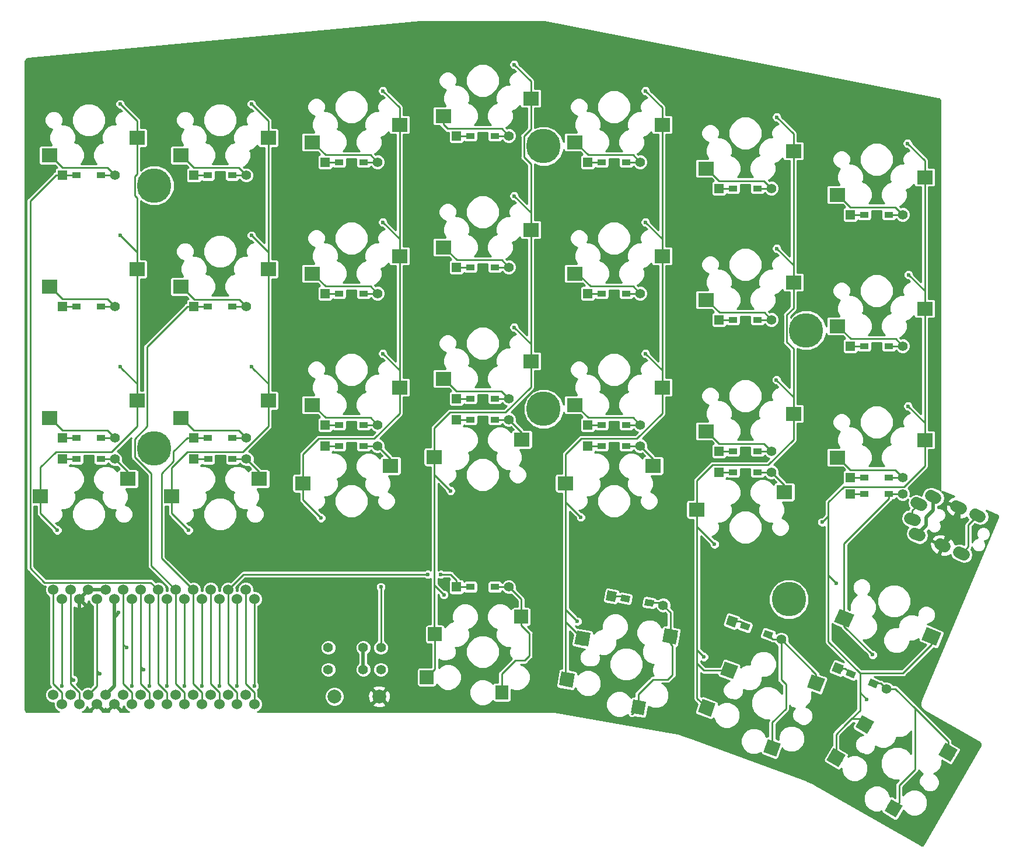
<source format=gbr>
G04 #@! TF.GenerationSoftware,KiCad,Pcbnew,(5.0.1-3-g963ef8bb5)*
G04 #@! TF.CreationDate,2018-11-26T20:52:51+09:00*
G04 #@! TF.ProjectId,Pinky,50696E6B792E6B696361645F70636200,rev?*
G04 #@! TF.SameCoordinates,Original*
G04 #@! TF.FileFunction,Copper,L2,Bot,Signal*
G04 #@! TF.FilePolarity,Positive*
%FSLAX46Y46*%
G04 Gerber Fmt 4.6, Leading zero omitted, Abs format (unit mm)*
G04 Created by KiCad (PCBNEW (5.0.1-3-g963ef8bb5)) date Monday, 26 November 2018 at 20:52:51*
%MOMM*%
%LPD*%
G01*
G04 APERTURE LIST*
G04 #@! TA.AperFunction,SMDPad,CuDef*
%ADD10R,2.300000X2.000000*%
G04 #@! TD*
G04 #@! TA.AperFunction,ComponentPad*
%ADD11C,1.397000*%
G04 #@! TD*
G04 #@! TA.AperFunction,ComponentPad*
%ADD12R,1.397000X1.397000*%
G04 #@! TD*
G04 #@! TA.AperFunction,SMDPad,CuDef*
%ADD13R,1.300000X0.950000*%
G04 #@! TD*
G04 #@! TA.AperFunction,SMDPad,CuDef*
%ADD14C,2.000000*%
G04 #@! TD*
G04 #@! TA.AperFunction,Conductor*
%ADD15C,0.100000*%
G04 #@! TD*
G04 #@! TA.AperFunction,SMDPad,CuDef*
%ADD16C,1.900000*%
G04 #@! TD*
G04 #@! TA.AperFunction,ComponentPad*
%ADD17C,1.524000*%
G04 #@! TD*
G04 #@! TA.AperFunction,SMDPad,CuDef*
%ADD18C,0.950000*%
G04 #@! TD*
G04 #@! TA.AperFunction,WasherPad*
%ADD19C,5.000000*%
G04 #@! TD*
G04 #@! TA.AperFunction,ComponentPad*
%ADD20C,1.700000*%
G04 #@! TD*
G04 #@! TA.AperFunction,Conductor*
%ADD21C,1.700000*%
G04 #@! TD*
G04 #@! TA.AperFunction,ComponentPad*
%ADD22C,2.000000*%
G04 #@! TD*
G04 #@! TA.AperFunction,SMDPad,CuDef*
%ADD23R,2.000000X2.000000*%
G04 #@! TD*
G04 #@! TA.AperFunction,SMDPad,CuDef*
%ADD24R,1.900000X2.000000*%
G04 #@! TD*
G04 #@! TA.AperFunction,ViaPad*
%ADD25C,0.600000*%
G04 #@! TD*
G04 #@! TA.AperFunction,Conductor*
%ADD26C,0.250000*%
G04 #@! TD*
G04 #@! TA.AperFunction,Conductor*
%ADD27C,0.500000*%
G04 #@! TD*
G04 #@! TA.AperFunction,Conductor*
%ADD28C,0.254000*%
G04 #@! TD*
G04 APERTURE END LIST*
D10*
G04 #@! TO.P,SW20,1*
G04 #@! TO.N,col4*
X133200000Y-69725000D03*
G04 #@! TO.P,SW20,2*
G04 #@! TO.N,Net-(D19-Pad2)*
X120500000Y-72265000D03*
G04 #@! TD*
G04 #@! TO.P,SW16,2*
G04 #@! TO.N,Net-(D15-Pad2)*
X101450000Y-87505000D03*
G04 #@! TO.P,SW16,1*
G04 #@! TO.N,col3*
X114150000Y-84965000D03*
G04 #@! TD*
G04 #@! TO.P,SW15,2*
G04 #@! TO.N,Net-(D14-Pad2)*
X101450000Y-68455000D03*
G04 #@! TO.P,SW15,1*
G04 #@! TO.N,col3*
X114150000Y-65915000D03*
G04 #@! TD*
G04 #@! TO.P,SW10,2*
G04 #@! TO.N,Net-(D9-Pad2)*
X82400000Y-53215000D03*
G04 #@! TO.P,SW10,1*
G04 #@! TO.N,col2*
X95100000Y-50675000D03*
G04 #@! TD*
G04 #@! TO.P,SW11,1*
G04 #@! TO.N,col2*
X95100000Y-69725000D03*
G04 #@! TO.P,SW11,2*
G04 #@! TO.N,Net-(D10-Pad2)*
X82400000Y-72265000D03*
G04 #@! TD*
D11*
G04 #@! TO.P,D12,2*
G04 #@! TO.N,Net-(D12-Pad2)*
X91910000Y-97245000D03*
D12*
G04 #@! TO.P,D12,1*
G04 #@! TO.N,row3*
X84290000Y-97245000D03*
D13*
X86325000Y-97245000D03*
G04 #@! TO.P,D12,2*
G04 #@! TO.N,Net-(D12-Pad2)*
X89875000Y-97245000D03*
G04 #@! TD*
D10*
G04 #@! TO.P,SW3,1*
G04 #@! TO.N,col0*
X57000000Y-71630000D03*
G04 #@! TO.P,SW3,2*
G04 #@! TO.N,Net-(D2-Pad2)*
X44300000Y-74170000D03*
G04 #@! TD*
G04 #@! TO.P,SW2,1*
G04 #@! TO.N,col0*
X57000000Y-52580000D03*
G04 #@! TO.P,SW2,2*
G04 #@! TO.N,Net-(D1-Pad2)*
X44300000Y-55120000D03*
G04 #@! TD*
D14*
G04 #@! TO.P,SW33,1*
G04 #@! TO.N,col6*
X158435194Y-142454294D03*
D15*
G04 #@! TD*
G04 #@! TO.N,col6*
G04 #@! TO.C,SW33*
G36*
X159801219Y-142088269D02*
X158801219Y-143820319D01*
X157069169Y-142820319D01*
X158069169Y-141088269D01*
X159801219Y-142088269D01*
X159801219Y-142088269D01*
G37*
D16*
G04 #@! TO.P,SW33,2*
G04 #@! TO.N,Net-(D32-Pad2)*
X166774871Y-149809550D03*
D15*
G04 #@! TD*
G04 #@! TO.N,Net-(D32-Pad2)*
G04 #@! TO.C,SW33*
G36*
X168097595Y-149418525D02*
X167097595Y-151150575D01*
X165452147Y-150200575D01*
X166452147Y-148468525D01*
X168097595Y-149418525D01*
X168097595Y-149418525D01*
G37*
D14*
G04 #@! TO.P,SW33,1*
G04 #@! TO.N,col6*
X162594425Y-137650295D03*
D15*
G04 #@! TD*
G04 #@! TO.N,col6*
G04 #@! TO.C,SW33*
G36*
X163960450Y-137284270D02*
X162960450Y-139016320D01*
X161228400Y-138016320D01*
X162228400Y-136284270D01*
X163960450Y-137284270D01*
X163960450Y-137284270D01*
G37*
D14*
G04 #@! TO.P,SW33,2*
G04 #@! TO.N,Net-(D32-Pad2)*
X174689742Y-141700591D03*
D15*
G04 #@! TD*
G04 #@! TO.N,Net-(D32-Pad2)*
G04 #@! TO.C,SW33*
G36*
X176055767Y-141334566D02*
X175055767Y-143066616D01*
X173323717Y-142066616D01*
X174323717Y-140334566D01*
X176055767Y-141334566D01*
X176055767Y-141334566D01*
G37*
D14*
G04 #@! TO.P,SW32,2*
G04 #@! TO.N,Net-(D31-Pad2)*
X159602579Y-122255817D03*
D15*
G04 #@! TD*
G04 #@! TO.N,Net-(D31-Pad2)*
G04 #@! TO.C,SW32*
G36*
X158153267Y-122726981D02*
X158934730Y-120885971D01*
X161051891Y-121784653D01*
X160270428Y-123625663D01*
X158153267Y-122726981D01*
X158153267Y-122726981D01*
G37*
D14*
G04 #@! TO.P,SW32,1*
G04 #@! TO.N,col6*
X172285448Y-124880020D03*
D15*
G04 #@! TD*
G04 #@! TO.N,col6*
G04 #@! TO.C,SW32*
G36*
X170836136Y-125351184D02*
X171617599Y-123510174D01*
X173734760Y-124408856D01*
X172953297Y-126249866D01*
X170836136Y-125351184D01*
X170836136Y-125351184D01*
G37*
D17*
G04 #@! TO.P,U1,24*
G04 #@! TO.N,Net-(U1-Pad24)*
X46092000Y-119450000D03*
G04 #@! TO.P,U1,23*
G04 #@! TO.N,GND*
X48632000Y-119450000D03*
G04 #@! TO.P,U1,22*
G04 #@! TO.N,reset*
X51172000Y-119450000D03*
G04 #@! TO.P,U1,21*
G04 #@! TO.N,VCC*
X53712000Y-119450000D03*
G04 #@! TO.P,U1,20*
G04 #@! TO.N,col0*
X56252000Y-119450000D03*
G04 #@! TO.P,U1,19*
G04 #@! TO.N,col1*
X58792000Y-119450000D03*
G04 #@! TO.P,U1,18*
G04 #@! TO.N,col2*
X61332000Y-119450000D03*
G04 #@! TO.P,U1,17*
G04 #@! TO.N,col3*
X63872000Y-119450000D03*
G04 #@! TO.P,U1,16*
G04 #@! TO.N,col4*
X66412000Y-119450000D03*
G04 #@! TO.P,U1,15*
G04 #@! TO.N,col5*
X68952000Y-119450000D03*
G04 #@! TO.P,U1,14*
G04 #@! TO.N,col6*
X71492000Y-119450000D03*
G04 #@! TO.P,U1,13*
G04 #@! TO.N,Net-(U1-Pad13)*
X74032000Y-119450000D03*
G04 #@! TO.P,U1,12*
G04 #@! TO.N,Net-(U1-Pad12)*
X74032000Y-134690000D03*
G04 #@! TO.P,U1,11*
G04 #@! TO.N,row4*
X71492000Y-134690000D03*
G04 #@! TO.P,U1,10*
G04 #@! TO.N,row3*
X68952000Y-134690000D03*
G04 #@! TO.P,U1,9*
G04 #@! TO.N,row2*
X66412000Y-134690000D03*
G04 #@! TO.P,U1,8*
G04 #@! TO.N,row1*
X63872000Y-134690000D03*
G04 #@! TO.P,U1,7*
G04 #@! TO.N,row0*
X61332000Y-134690000D03*
G04 #@! TO.P,U1,6*
G04 #@! TO.N,scl*
X58792000Y-134690000D03*
G04 #@! TO.P,U1,5*
G04 #@! TO.N,sda*
X56252000Y-134690000D03*
G04 #@! TO.P,U1,4*
G04 #@! TO.N,GND*
X53712000Y-134690000D03*
G04 #@! TO.P,U1,3*
X51172000Y-134690000D03*
G04 #@! TO.P,U1,2*
G04 #@! TO.N,data*
X48632000Y-134690000D03*
G04 #@! TO.P,U1,1*
G04 #@! TO.N,Net-(U1-Pad1)*
X46092000Y-134690000D03*
X44822000Y-118143600D03*
G04 #@! TO.P,U1,2*
G04 #@! TO.N,data*
X47362000Y-118143600D03*
G04 #@! TO.P,U1,3*
G04 #@! TO.N,GND*
X49902000Y-118143600D03*
G04 #@! TO.P,U1,4*
X52442000Y-118143600D03*
G04 #@! TO.P,U1,5*
G04 #@! TO.N,sda*
X54982000Y-118143600D03*
G04 #@! TO.P,U1,6*
G04 #@! TO.N,scl*
X57522000Y-118143600D03*
G04 #@! TO.P,U1,7*
G04 #@! TO.N,row0*
X60062000Y-118143600D03*
G04 #@! TO.P,U1,8*
G04 #@! TO.N,row1*
X62602000Y-118143600D03*
G04 #@! TO.P,U1,9*
G04 #@! TO.N,row2*
X65142000Y-118143600D03*
G04 #@! TO.P,U1,10*
G04 #@! TO.N,row3*
X67682000Y-118143600D03*
G04 #@! TO.P,U1,11*
G04 #@! TO.N,row4*
X70222000Y-118143600D03*
G04 #@! TO.P,U1,12*
G04 #@! TO.N,Net-(U1-Pad12)*
X72762000Y-118143600D03*
G04 #@! TO.P,U1,13*
G04 #@! TO.N,Net-(U1-Pad13)*
X72762000Y-133363600D03*
G04 #@! TO.P,U1,14*
G04 #@! TO.N,col6*
X70222000Y-133363600D03*
G04 #@! TO.P,U1,15*
G04 #@! TO.N,col5*
X67682000Y-133363600D03*
G04 #@! TO.P,U1,16*
G04 #@! TO.N,col4*
X65142000Y-133363600D03*
G04 #@! TO.P,U1,17*
G04 #@! TO.N,col3*
X62602000Y-133363600D03*
G04 #@! TO.P,U1,18*
G04 #@! TO.N,col2*
X60062000Y-133363600D03*
G04 #@! TO.P,U1,19*
G04 #@! TO.N,col1*
X57522000Y-133363600D03*
G04 #@! TO.P,U1,20*
G04 #@! TO.N,col0*
X54982000Y-133363600D03*
G04 #@! TO.P,U1,21*
G04 #@! TO.N,VCC*
X52442000Y-133363600D03*
G04 #@! TO.P,U1,22*
G04 #@! TO.N,reset*
X49902000Y-133363600D03*
G04 #@! TO.P,U1,23*
G04 #@! TO.N,GND*
X47362000Y-133363600D03*
G04 #@! TO.P,U1,24*
G04 #@! TO.N,Net-(U1-Pad24)*
X44822000Y-133363600D03*
G04 #@! TD*
D18*
G04 #@! TO.P,D27,2*
G04 #@! TO.N,Net-(D27-Pad2)*
X148567954Y-124607086D03*
D15*
G04 #@! TD*
G04 #@! TO.N,Net-(D27-Pad2)*
G04 #@! TO.C,D27*
G36*
X147794694Y-124831127D02*
X148119613Y-123938419D01*
X149341214Y-124383045D01*
X149016295Y-125275753D01*
X147794694Y-124831127D01*
X147794694Y-124831127D01*
G37*
D18*
G04 #@! TO.P,D27,1*
G04 #@! TO.N,row4*
X145232046Y-123392914D03*
D15*
G04 #@! TD*
G04 #@! TO.N,row4*
G04 #@! TO.C,D27*
G36*
X144458786Y-123616955D02*
X144783705Y-122724247D01*
X146005306Y-123168873D01*
X145680387Y-124061581D01*
X144458786Y-123616955D01*
X144458786Y-123616955D01*
G37*
D11*
G04 #@! TO.P,D27,1*
G04 #@! TO.N,row4*
X143319771Y-122696903D03*
D15*
G04 #@! TD*
G04 #@! TO.N,row4*
G04 #@! TO.C,D27*
G36*
X142424495Y-123114377D02*
X142902297Y-121801627D01*
X144215047Y-122279429D01*
X143737245Y-123592179D01*
X142424495Y-123114377D01*
X142424495Y-123114377D01*
G37*
D11*
G04 #@! TO.P,D27,2*
G04 #@! TO.N,Net-(D27-Pad2)*
X150480229Y-125303097D03*
G04 #@! TD*
D14*
G04 #@! TO.P,SW28,2*
G04 #@! TO.N,Net-(D27-Pad2)*
X155539741Y-131681674D03*
D15*
G04 #@! TD*
G04 #@! TO.N,Net-(D27-Pad2)*
G04 #@! TO.C,SW28*
G36*
X156821454Y-131084002D02*
X156137413Y-132963387D01*
X154258028Y-132279346D01*
X154942069Y-130399961D01*
X156821454Y-131084002D01*
X156821454Y-131084002D01*
G37*
D14*
G04 #@! TO.P,SW28,1*
G04 #@! TO.N,col5*
X142924852Y-129793242D03*
D15*
G04 #@! TD*
G04 #@! TO.N,col5*
G04 #@! TO.C,SW28*
G36*
X144206565Y-129195570D02*
X143522524Y-131074955D01*
X141643139Y-130390914D01*
X142327180Y-128511529D01*
X144206565Y-129195570D01*
X144206565Y-129195570D01*
G37*
D16*
G04 #@! TO.P,SW28,2*
G04 #@! TO.N,Net-(D27-Pad2)*
X149153220Y-141041843D03*
D15*
G04 #@! TD*
G04 #@! TO.N,Net-(D27-Pad2)*
G04 #@! TO.C,SW28*
G36*
X150387948Y-140427070D02*
X149703908Y-142306455D01*
X147918492Y-141656616D01*
X148602532Y-139777231D01*
X150387948Y-140427070D01*
X150387948Y-140427070D01*
G37*
D14*
G04 #@! TO.P,SW28,1*
G04 #@! TO.N,col5*
X139663015Y-135246500D03*
D15*
G04 #@! TD*
G04 #@! TO.N,col5*
G04 #@! TO.C,SW28*
G36*
X140944728Y-134648828D02*
X140260687Y-136528213D01*
X138381302Y-135844172D01*
X139065343Y-133964787D01*
X140944728Y-134648828D01*
X140944728Y-134648828D01*
G37*
D10*
G04 #@! TO.P,SW25,2*
G04 #@! TO.N,Net-(D24-Pad2)*
X139550000Y-76075000D03*
G04 #@! TO.P,SW25,1*
G04 #@! TO.N,col5*
X152250000Y-73535000D03*
G04 #@! TD*
D14*
G04 #@! TO.P,SW23,1*
G04 #@! TO.N,col4*
X119380559Y-131137238D03*
D15*
G04 #@! TD*
G04 #@! TO.N,col4*
G04 #@! TO.C,SW23*
G36*
X120539015Y-130326078D02*
X120191719Y-132295694D01*
X118222103Y-131948398D01*
X118569399Y-129978782D01*
X120539015Y-130326078D01*
X120539015Y-130326078D01*
G37*
D16*
G04 #@! TO.P,SW23,2*
G04 #@! TO.N,Net-(D22-Pad2)*
X129732937Y-135196581D03*
D15*
G04 #@! TD*
G04 #@! TO.N,Net-(D22-Pad2)*
G04 #@! TO.C,SW23*
G36*
X130842153Y-134376739D02*
X130494856Y-136346355D01*
X128623721Y-136016423D01*
X128971018Y-134046807D01*
X130842153Y-134376739D01*
X130842153Y-134376739D01*
G37*
D14*
G04 #@! TO.P,SW23,1*
G04 #@! TO.N,col4*
X121645893Y-125200416D03*
D15*
G04 #@! TD*
G04 #@! TO.N,col4*
G04 #@! TO.C,SW23*
G36*
X122804349Y-124389256D02*
X122457053Y-126358872D01*
X120487437Y-126011576D01*
X120834733Y-124041960D01*
X122804349Y-124389256D01*
X122804349Y-124389256D01*
G37*
D14*
G04 #@! TO.P,SW23,2*
G04 #@! TO.N,Net-(D22-Pad2)*
X134397056Y-124869606D03*
D15*
G04 #@! TD*
G04 #@! TO.N,Net-(D22-Pad2)*
G04 #@! TO.C,SW23*
G36*
X135555512Y-124058446D02*
X135208216Y-126028062D01*
X133238600Y-125680766D01*
X133585896Y-123711150D01*
X135555512Y-124058446D01*
X135555512Y-124058446D01*
G37*
D10*
G04 #@! TO.P,SW14,2*
G04 #@! TO.N,Net-(D13-Pad2)*
X101450000Y-49405000D03*
G04 #@! TO.P,SW14,1*
G04 #@! TO.N,col3*
X114150000Y-46865000D03*
G04 #@! TD*
D11*
G04 #@! TO.P,D14,2*
G04 #@! TO.N,Net-(D14-Pad2)*
X110960000Y-71335000D03*
D12*
G04 #@! TO.P,D14,1*
G04 #@! TO.N,row1*
X103340000Y-71335000D03*
D13*
X105375000Y-71335000D03*
G04 #@! TO.P,D14,2*
G04 #@! TO.N,Net-(D14-Pad2)*
X108925000Y-71335000D03*
G04 #@! TD*
D11*
G04 #@! TO.P,D9,2*
G04 #@! TO.N,Net-(D9-Pad2)*
X91910000Y-56095000D03*
D12*
G04 #@! TO.P,D9,1*
G04 #@! TO.N,row0*
X84290000Y-56095000D03*
D13*
X86325000Y-56095000D03*
G04 #@! TO.P,D9,2*
G04 #@! TO.N,Net-(D9-Pad2)*
X89875000Y-56095000D03*
G04 #@! TD*
D10*
G04 #@! TO.P,SW5,1*
G04 #@! TO.N,col0*
X43000000Y-104570000D03*
G04 #@! TO.P,SW5,2*
G04 #@! TO.N,Net-(D4-Pad2)*
X55700000Y-102030000D03*
G04 #@! TD*
D13*
G04 #@! TO.P,D6,2*
G04 #@! TO.N,Net-(D6-Pad2)*
X70825000Y-77050000D03*
G04 #@! TO.P,D6,1*
G04 #@! TO.N,row1*
X67275000Y-77050000D03*
D12*
X65240000Y-77050000D03*
D11*
G04 #@! TO.P,D6,2*
G04 #@! TO.N,Net-(D6-Pad2)*
X72860000Y-77050000D03*
G04 #@! TD*
D10*
G04 #@! TO.P,SW13,1*
G04 #@! TO.N,col2*
X81100000Y-102665000D03*
G04 #@! TO.P,SW13,2*
G04 #@! TO.N,Net-(D12-Pad2)*
X93800000Y-100125000D03*
G04 #@! TD*
D11*
G04 #@! TO.P,D7,2*
G04 #@! TO.N,Net-(D7-Pad2)*
X72860000Y-96100000D03*
D12*
G04 #@! TO.P,D7,1*
G04 #@! TO.N,row2*
X65240000Y-96100000D03*
D13*
X67275000Y-96100000D03*
G04 #@! TO.P,D7,2*
G04 #@! TO.N,Net-(D7-Pad2)*
X70825000Y-96100000D03*
G04 #@! TD*
D19*
G04 #@! TO.P,Ref\002A\002A,*
G04 #@! TO.N,*
X59500000Y-97600000D03*
G04 #@! TD*
G04 #@! TO.P,Ref\002A\002A,*
G04 #@! TO.N,*
X116000000Y-53800000D03*
G04 #@! TD*
D13*
G04 #@! TO.P,D2,2*
G04 #@! TO.N,Net-(D2-Pad2)*
X51775000Y-77050000D03*
G04 #@! TO.P,D2,1*
G04 #@! TO.N,row1*
X48225000Y-77050000D03*
D12*
X46190000Y-77050000D03*
D11*
G04 #@! TO.P,D2,2*
G04 #@! TO.N,Net-(D2-Pad2)*
X53810000Y-77050000D03*
G04 #@! TD*
G04 #@! TO.P,D3,2*
G04 #@! TO.N,Net-(D3-Pad2)*
X53810000Y-96100000D03*
D12*
G04 #@! TO.P,D3,1*
G04 #@! TO.N,row2*
X46190000Y-96100000D03*
D13*
X48225000Y-96100000D03*
G04 #@! TO.P,D3,2*
G04 #@! TO.N,Net-(D3-Pad2)*
X51775000Y-96100000D03*
G04 #@! TD*
G04 #@! TO.P,D4,2*
G04 #@! TO.N,Net-(D4-Pad2)*
X51775000Y-99150000D03*
G04 #@! TO.P,D4,1*
G04 #@! TO.N,row3*
X48225000Y-99150000D03*
D12*
X46190000Y-99150000D03*
D11*
G04 #@! TO.P,D4,2*
G04 #@! TO.N,Net-(D4-Pad2)*
X53810000Y-99150000D03*
G04 #@! TD*
G04 #@! TO.P,D5,2*
G04 #@! TO.N,Net-(D5-Pad2)*
X72860000Y-58000000D03*
D12*
G04 #@! TO.P,D5,1*
G04 #@! TO.N,row0*
X65240000Y-58000000D03*
D13*
X67275000Y-58000000D03*
G04 #@! TO.P,D5,2*
G04 #@! TO.N,Net-(D5-Pad2)*
X70825000Y-58000000D03*
G04 #@! TD*
G04 #@! TO.P,D8,2*
G04 #@! TO.N,Net-(D8-Pad2)*
X70875000Y-99150000D03*
G04 #@! TO.P,D8,1*
G04 #@! TO.N,row3*
X67325000Y-99150000D03*
D12*
X65290000Y-99150000D03*
D11*
G04 #@! TO.P,D8,2*
G04 #@! TO.N,Net-(D8-Pad2)*
X72910000Y-99150000D03*
G04 #@! TD*
D13*
G04 #@! TO.P,D10,2*
G04 #@! TO.N,Net-(D10-Pad2)*
X89875000Y-75145000D03*
G04 #@! TO.P,D10,1*
G04 #@! TO.N,row1*
X86325000Y-75145000D03*
D12*
X84290000Y-75145000D03*
D11*
G04 #@! TO.P,D10,2*
G04 #@! TO.N,Net-(D10-Pad2)*
X91910000Y-75145000D03*
G04 #@! TD*
G04 #@! TO.P,D11,2*
G04 #@! TO.N,Net-(D11-Pad2)*
X91910000Y-94195000D03*
D12*
G04 #@! TO.P,D11,1*
G04 #@! TO.N,row2*
X84290000Y-94195000D03*
D13*
X86325000Y-94195000D03*
G04 #@! TO.P,D11,2*
G04 #@! TO.N,Net-(D11-Pad2)*
X89875000Y-94195000D03*
G04 #@! TD*
G04 #@! TO.P,D13,2*
G04 #@! TO.N,Net-(D13-Pad2)*
X108925000Y-52285000D03*
G04 #@! TO.P,D13,1*
G04 #@! TO.N,row0*
X105375000Y-52285000D03*
D12*
X103340000Y-52285000D03*
D11*
G04 #@! TO.P,D13,2*
G04 #@! TO.N,Net-(D13-Pad2)*
X110960000Y-52285000D03*
G04 #@! TD*
D13*
G04 #@! TO.P,D15,2*
G04 #@! TO.N,Net-(D15-Pad2)*
X108925000Y-90385000D03*
G04 #@! TO.P,D15,1*
G04 #@! TO.N,row2*
X105375000Y-90385000D03*
D12*
X103340000Y-90385000D03*
D11*
G04 #@! TO.P,D15,2*
G04 #@! TO.N,Net-(D15-Pad2)*
X110960000Y-90385000D03*
G04 #@! TD*
D13*
G04 #@! TO.P,D16,2*
G04 #@! TO.N,Net-(D16-Pad2)*
X108925000Y-93435000D03*
G04 #@! TO.P,D16,1*
G04 #@! TO.N,row3*
X105375000Y-93435000D03*
D12*
X103340000Y-93435000D03*
D11*
G04 #@! TO.P,D16,2*
G04 #@! TO.N,Net-(D16-Pad2)*
X110960000Y-93435000D03*
G04 #@! TD*
G04 #@! TO.P,D17,2*
G04 #@! TO.N,Net-(D17-Pad2)*
X110960000Y-117700000D03*
D12*
G04 #@! TO.P,D17,1*
G04 #@! TO.N,row4*
X103340000Y-117700000D03*
D13*
X105375000Y-117700000D03*
G04 #@! TO.P,D17,2*
G04 #@! TO.N,Net-(D17-Pad2)*
X108925000Y-117700000D03*
G04 #@! TD*
G04 #@! TO.P,D18,2*
G04 #@! TO.N,Net-(D18-Pad2)*
X127975000Y-56095000D03*
G04 #@! TO.P,D18,1*
G04 #@! TO.N,row0*
X124425000Y-56095000D03*
D12*
X122390000Y-56095000D03*
D11*
G04 #@! TO.P,D18,2*
G04 #@! TO.N,Net-(D18-Pad2)*
X130010000Y-56095000D03*
G04 #@! TD*
D13*
G04 #@! TO.P,D19,2*
G04 #@! TO.N,Net-(D19-Pad2)*
X127975000Y-75145000D03*
G04 #@! TO.P,D19,1*
G04 #@! TO.N,row1*
X124425000Y-75145000D03*
D12*
X122390000Y-75145000D03*
D11*
G04 #@! TO.P,D19,2*
G04 #@! TO.N,Net-(D19-Pad2)*
X130010000Y-75145000D03*
G04 #@! TD*
G04 #@! TO.P,D20,2*
G04 #@! TO.N,Net-(D20-Pad2)*
X130010000Y-94195000D03*
D12*
G04 #@! TO.P,D20,1*
G04 #@! TO.N,row2*
X122390000Y-94195000D03*
D13*
X124425000Y-94195000D03*
G04 #@! TO.P,D20,2*
G04 #@! TO.N,Net-(D20-Pad2)*
X127975000Y-94195000D03*
G04 #@! TD*
G04 #@! TO.P,D21,2*
G04 #@! TO.N,Net-(D21-Pad2)*
X127975000Y-97245000D03*
G04 #@! TO.P,D21,1*
G04 #@! TO.N,row3*
X124425000Y-97245000D03*
D12*
X122389997Y-97245000D03*
D11*
G04 #@! TO.P,D21,2*
G04 #@! TO.N,Net-(D21-Pad2)*
X130010003Y-97245000D03*
G04 #@! TD*
G04 #@! TO.P,D22,2*
G04 #@! TO.N,Net-(D22-Pad2)*
X133352120Y-120361600D03*
G04 #@! TO.P,D22,1*
G04 #@! TO.N,row4*
X125847880Y-119038400D03*
D15*
G04 #@! TD*
G04 #@! TO.N,row4*
G04 #@! TO.C,D22*
G36*
X125038699Y-119604995D02*
X125281285Y-118229219D01*
X126657061Y-118471805D01*
X126414475Y-119847581D01*
X125038699Y-119604995D01*
X125038699Y-119604995D01*
G37*
D18*
G04 #@! TO.P,D22,1*
G04 #@! TO.N,row4*
X127851966Y-119391774D03*
D15*
G04 #@! TD*
G04 #@! TO.N,row4*
G04 #@! TO.C,D22*
G36*
X127129358Y-119746686D02*
X127294324Y-118811119D01*
X128574574Y-119036862D01*
X128409608Y-119972429D01*
X127129358Y-119746686D01*
X127129358Y-119746686D01*
G37*
D18*
G04 #@! TO.P,D22,2*
G04 #@! TO.N,Net-(D22-Pad2)*
X131348034Y-120008226D03*
D15*
G04 #@! TD*
G04 #@! TO.N,Net-(D22-Pad2)*
G04 #@! TO.C,D22*
G36*
X130625426Y-120363138D02*
X130790392Y-119427571D01*
X132070642Y-119653314D01*
X131905676Y-120588881D01*
X130625426Y-120363138D01*
X130625426Y-120363138D01*
G37*
D11*
G04 #@! TO.P,D23,2*
G04 #@! TO.N,Net-(D23-Pad2)*
X149060000Y-59905000D03*
D12*
G04 #@! TO.P,D23,1*
G04 #@! TO.N,row0*
X141440000Y-59905000D03*
D13*
X143475000Y-59905000D03*
G04 #@! TO.P,D23,2*
G04 #@! TO.N,Net-(D23-Pad2)*
X147025000Y-59905000D03*
G04 #@! TD*
D11*
G04 #@! TO.P,D24,2*
G04 #@! TO.N,Net-(D24-Pad2)*
X149060000Y-78955000D03*
D12*
G04 #@! TO.P,D24,1*
G04 #@! TO.N,row1*
X141440000Y-78955000D03*
D13*
X143475000Y-78955000D03*
G04 #@! TO.P,D24,2*
G04 #@! TO.N,Net-(D24-Pad2)*
X147025000Y-78955000D03*
G04 #@! TD*
G04 #@! TO.P,D25,2*
G04 #@! TO.N,Net-(D25-Pad2)*
X147025000Y-98005000D03*
G04 #@! TO.P,D25,1*
G04 #@! TO.N,row2*
X143475000Y-98005000D03*
D12*
X141440000Y-98005000D03*
D11*
G04 #@! TO.P,D25,2*
G04 #@! TO.N,Net-(D25-Pad2)*
X149060000Y-98005000D03*
G04 #@! TD*
G04 #@! TO.P,D26,2*
G04 #@! TO.N,Net-(D26-Pad2)*
X149060000Y-101055000D03*
D12*
G04 #@! TO.P,D26,1*
G04 #@! TO.N,row3*
X141440000Y-101055000D03*
D13*
X143475000Y-101055000D03*
G04 #@! TO.P,D26,2*
G04 #@! TO.N,Net-(D26-Pad2)*
X147025000Y-101055000D03*
G04 #@! TD*
D11*
G04 #@! TO.P,D28,2*
G04 #@! TO.N,Net-(D28-Pad2)*
X168110000Y-63715000D03*
D12*
G04 #@! TO.P,D28,1*
G04 #@! TO.N,row0*
X160490000Y-63715000D03*
D13*
X162525000Y-63715000D03*
G04 #@! TO.P,D28,2*
G04 #@! TO.N,Net-(D28-Pad2)*
X166075000Y-63715000D03*
G04 #@! TD*
D11*
G04 #@! TO.P,D29,2*
G04 #@! TO.N,Net-(D29-Pad2)*
X168110000Y-82765000D03*
D12*
G04 #@! TO.P,D29,1*
G04 #@! TO.N,row1*
X160490000Y-82765000D03*
D13*
X162525000Y-82765000D03*
G04 #@! TO.P,D29,2*
G04 #@! TO.N,Net-(D29-Pad2)*
X166075000Y-82765000D03*
G04 #@! TD*
G04 #@! TO.P,D30,2*
G04 #@! TO.N,Net-(D30-Pad2)*
X166075000Y-101815000D03*
G04 #@! TO.P,D30,1*
G04 #@! TO.N,row2*
X162525000Y-101815000D03*
D12*
X160490000Y-101815000D03*
D11*
G04 #@! TO.P,D30,2*
G04 #@! TO.N,Net-(D30-Pad2)*
X168110000Y-101815000D03*
G04 #@! TD*
G04 #@! TO.P,D31,2*
G04 #@! TO.N,Net-(D31-Pad2)*
X168110000Y-104200001D03*
D12*
G04 #@! TO.P,D31,1*
G04 #@! TO.N,row3*
X160490000Y-104199999D03*
D13*
X162525000Y-104200000D03*
G04 #@! TO.P,D31,2*
G04 #@! TO.N,Net-(D31-Pad2)*
X166075000Y-104200000D03*
G04 #@! TD*
D18*
G04 #@! TO.P,D32,2*
G04 #@! TO.N,Net-(D32-Pad2)*
X163833896Y-131693548D03*
D15*
G04 #@! TD*
G04 #@! TO.N,Net-(D32-Pad2)*
G04 #@! TO.C,D32*
G36*
X163049971Y-131876813D02*
X163421165Y-131002333D01*
X164617821Y-131510283D01*
X164246627Y-132384763D01*
X163049971Y-131876813D01*
X163049971Y-131876813D01*
G37*
D18*
G04 #@! TO.P,D32,1*
G04 #@! TO.N,row4*
X160566104Y-130306452D03*
D15*
G04 #@! TD*
G04 #@! TO.N,row4*
G04 #@! TO.C,D32*
G36*
X159782179Y-130489717D02*
X160153373Y-129615237D01*
X161350029Y-130123187D01*
X160978835Y-130997667D01*
X159782179Y-130489717D01*
X159782179Y-130489717D01*
G37*
D11*
G04 #@! TO.P,D32,1*
G04 #@! TO.N,row4*
X158692877Y-129511313D03*
D15*
G04 #@! TD*
G04 #@! TO.N,row4*
G04 #@! TO.C,D32*
G36*
X157776979Y-129881360D02*
X158322830Y-128595415D01*
X159608775Y-129141266D01*
X159062924Y-130427211D01*
X157776979Y-129881360D01*
X157776979Y-129881360D01*
G37*
D11*
G04 #@! TO.P,D32,2*
G04 #@! TO.N,Net-(D32-Pad2)*
X165707123Y-132488687D03*
G04 #@! TD*
D20*
G04 #@! TO.P,J1,D*
G04 #@! TO.N,VCC*
X172523115Y-104631526D03*
D21*
G04 #@! TD*
G04 #@! TO.N,VCC*
G04 #@! TO.C,J1*
X172891317Y-104787818D02*
X172154913Y-104475234D01*
D20*
G04 #@! TO.P,J1,A*
G04 #@! TO.N,Net-(J1-PadA)*
X169501287Y-107911549D03*
D21*
G04 #@! TD*
G04 #@! TO.N,Net-(J1-PadA)*
G04 #@! TO.C,J1*
X169869489Y-108067841D02*
X169133085Y-107755257D01*
D20*
G04 #@! TO.P,J1,B*
G04 #@! TO.N,Net-(J1-PadB)*
X178966649Y-107366644D03*
D21*
G04 #@! TD*
G04 #@! TO.N,Net-(J1-PadB)*
G04 #@! TO.C,J1*
X179334851Y-107522936D02*
X178598447Y-107210352D01*
D20*
G04 #@! TO.P,J1,C*
G04 #@! TO.N,GND*
X176205134Y-106194450D03*
D21*
G04 #@! TD*
G04 #@! TO.N,GND*
G04 #@! TO.C,J1*
X176573336Y-106350742D02*
X175836932Y-106038158D01*
D20*
G04 #@! TO.P,J1,B*
G04 #@! TO.N,Net-(J1-PadB)*
X176641799Y-112843647D03*
D21*
G04 #@! TD*
G04 #@! TO.N,Net-(J1-PadB)*
G04 #@! TO.C,J1*
X177010001Y-112999939D02*
X176273597Y-112687355D01*
D20*
G04 #@! TO.P,J1,C*
G04 #@! TO.N,GND*
X173880284Y-111671454D03*
D21*
G04 #@! TD*
G04 #@! TO.N,GND*
G04 #@! TO.C,J1*
X174248486Y-111827746D02*
X173512082Y-111515162D01*
D20*
G04 #@! TO.P,J1,D*
G04 #@! TO.N,VCC*
X170198266Y-110108530D03*
D21*
G04 #@! TD*
G04 #@! TO.N,VCC*
G04 #@! TO.C,J1*
X170566468Y-110264822D02*
X169830064Y-109952238D01*
D20*
G04 #@! TO.P,J1,A*
G04 #@! TO.N,Net-(J1-PadA)*
X170458578Y-105656312D03*
D21*
G04 #@! TD*
G04 #@! TO.N,Net-(J1-PadA)*
G04 #@! TO.C,J1*
X170826780Y-105812604D02*
X170090376Y-105500020D01*
D11*
G04 #@! TO.P,P1,1*
G04 #@! TO.N,Net-(J1-PadA)*
X92400000Y-126500000D03*
G04 #@! TD*
G04 #@! TO.P,P2,1*
G04 #@! TO.N,Net-(J1-PadB)*
X92400000Y-129700000D03*
G04 #@! TD*
D22*
G04 #@! TO.P,SW1,1*
G04 #@! TO.N,reset*
X85650000Y-133600000D03*
G04 #@! TO.P,SW1,2*
G04 #@! TO.N,GND*
X92150000Y-133600000D03*
G04 #@! TD*
D23*
G04 #@! TO.P,SW18,2*
G04 #@! TO.N,Net-(D17-Pad2)*
X112750000Y-122020000D03*
G04 #@! TO.P,SW18,1*
G04 #@! TO.N,col3*
X100250000Y-124560000D03*
D24*
G04 #@! TO.P,SW18,2*
G04 #@! TO.N,Net-(D17-Pad2)*
X109950000Y-133000000D03*
D23*
G04 #@! TO.P,SW18,1*
G04 #@! TO.N,col3*
X99050000Y-130800000D03*
G04 #@! TD*
D11*
G04 #@! TO.P,R1,1*
G04 #@! TO.N,VCC*
X89840000Y-126500000D03*
G04 #@! TO.P,R1,2*
G04 #@! TO.N,sda*
X84760000Y-126500000D03*
G04 #@! TD*
G04 #@! TO.P,R2,2*
G04 #@! TO.N,scl*
X84760000Y-129700000D03*
G04 #@! TO.P,R2,1*
G04 #@! TO.N,VCC*
X89840000Y-129700000D03*
G04 #@! TD*
D19*
G04 #@! TO.P,Ref\002A\002A,*
G04 #@! TO.N,*
X59500000Y-59500000D03*
G04 #@! TD*
G04 #@! TO.P,Ref\002A\002A,*
G04 #@! TO.N,*
X151600000Y-119500000D03*
G04 #@! TD*
G04 #@! TO.P,Ref\002A\002A,*
G04 #@! TO.N,*
X116000000Y-91900000D03*
G04 #@! TD*
G04 #@! TO.P,Ref\002A\002A,*
G04 #@! TO.N,*
X154100000Y-80500000D03*
G04 #@! TD*
D10*
G04 #@! TO.P,SW4,1*
G04 #@! TO.N,col0*
X57000000Y-90680000D03*
G04 #@! TO.P,SW4,2*
G04 #@! TO.N,Net-(D3-Pad2)*
X44300000Y-93220000D03*
G04 #@! TD*
G04 #@! TO.P,SW6,2*
G04 #@! TO.N,Net-(D5-Pad2)*
X63350000Y-55120000D03*
G04 #@! TO.P,SW6,1*
G04 #@! TO.N,col1*
X76050000Y-52580000D03*
G04 #@! TD*
G04 #@! TO.P,SW7,1*
G04 #@! TO.N,col1*
X76050000Y-71630000D03*
G04 #@! TO.P,SW7,2*
G04 #@! TO.N,Net-(D6-Pad2)*
X63350000Y-74170000D03*
G04 #@! TD*
G04 #@! TO.P,SW8,2*
G04 #@! TO.N,Net-(D7-Pad2)*
X63350000Y-93220000D03*
G04 #@! TO.P,SW8,1*
G04 #@! TO.N,col1*
X76050000Y-90680000D03*
G04 #@! TD*
G04 #@! TO.P,SW9,2*
G04 #@! TO.N,Net-(D8-Pad2)*
X74750000Y-102030000D03*
G04 #@! TO.P,SW9,1*
G04 #@! TO.N,col1*
X62050000Y-104570000D03*
G04 #@! TD*
G04 #@! TO.P,SW12,1*
G04 #@! TO.N,col2*
X95100000Y-88775000D03*
G04 #@! TO.P,SW12,2*
G04 #@! TO.N,Net-(D11-Pad2)*
X82400000Y-91315000D03*
G04 #@! TD*
G04 #@! TO.P,SW17,2*
G04 #@! TO.N,Net-(D16-Pad2)*
X112850000Y-96315000D03*
G04 #@! TO.P,SW17,1*
G04 #@! TO.N,col3*
X100150000Y-98855000D03*
G04 #@! TD*
G04 #@! TO.P,SW19,2*
G04 #@! TO.N,Net-(D18-Pad2)*
X120500000Y-53215000D03*
G04 #@! TO.P,SW19,1*
G04 #@! TO.N,col4*
X133200000Y-50675000D03*
G04 #@! TD*
G04 #@! TO.P,SW21,2*
G04 #@! TO.N,Net-(D20-Pad2)*
X120500000Y-91315000D03*
G04 #@! TO.P,SW21,1*
G04 #@! TO.N,col4*
X133200000Y-88775000D03*
G04 #@! TD*
G04 #@! TO.P,SW22,1*
G04 #@! TO.N,col4*
X119200000Y-102665000D03*
G04 #@! TO.P,SW22,2*
G04 #@! TO.N,Net-(D21-Pad2)*
X131900000Y-100125000D03*
G04 #@! TD*
G04 #@! TO.P,SW24,1*
G04 #@! TO.N,col5*
X152250000Y-54485000D03*
G04 #@! TO.P,SW24,2*
G04 #@! TO.N,Net-(D23-Pad2)*
X139550000Y-57025000D03*
G04 #@! TD*
G04 #@! TO.P,SW26,1*
G04 #@! TO.N,col5*
X152250000Y-92585000D03*
G04 #@! TO.P,SW26,2*
G04 #@! TO.N,Net-(D25-Pad2)*
X139550000Y-95125000D03*
G04 #@! TD*
G04 #@! TO.P,SW27,2*
G04 #@! TO.N,Net-(D26-Pad2)*
X150950000Y-103935000D03*
G04 #@! TO.P,SW27,1*
G04 #@! TO.N,col5*
X138250000Y-106475000D03*
G04 #@! TD*
G04 #@! TO.P,SW29,1*
G04 #@! TO.N,col6*
X171300000Y-58295000D03*
G04 #@! TO.P,SW29,2*
G04 #@! TO.N,Net-(D28-Pad2)*
X158600000Y-60835000D03*
G04 #@! TD*
G04 #@! TO.P,SW30,2*
G04 #@! TO.N,Net-(D29-Pad2)*
X158600000Y-79885000D03*
G04 #@! TO.P,SW30,1*
G04 #@! TO.N,col6*
X171300000Y-77345000D03*
G04 #@! TD*
G04 #@! TO.P,SW31,1*
G04 #@! TO.N,col6*
X171300000Y-96395000D03*
G04 #@! TO.P,SW31,2*
G04 #@! TO.N,Net-(D30-Pad2)*
X158600000Y-98935000D03*
G04 #@! TD*
D13*
G04 #@! TO.P,D1,2*
G04 #@! TO.N,Net-(D1-Pad2)*
X51775000Y-58000000D03*
G04 #@! TO.P,D1,1*
G04 #@! TO.N,row0*
X48225000Y-58000000D03*
D12*
X46190000Y-58000000D03*
D11*
G04 #@! TO.P,D1,2*
G04 #@! TO.N,Net-(D1-Pad2)*
X53810000Y-58000000D03*
G04 #@! TD*
D25*
G04 #@! TO.N,row4*
X101100000Y-115900000D03*
X99200000Y-115900000D03*
G04 #@! TO.N,Net-(D31-Pad2)*
X163743501Y-127543501D03*
G04 #@! TO.N,VCC*
X54340000Y-121440000D03*
G04 #@! TO.N,Net-(J1-PadA)*
X92400000Y-117700000D03*
G04 #@! TO.N,GND*
X48632000Y-132068000D03*
X99000000Y-117300000D03*
X91000000Y-118600000D03*
X49700000Y-128200000D03*
X50000000Y-53000000D03*
X69100000Y-53100000D03*
X88100000Y-51200000D03*
X107100000Y-47300000D03*
X126200000Y-51300000D03*
X145200000Y-55000000D03*
X164300000Y-58700000D03*
X164300000Y-77900000D03*
X164300000Y-97000000D03*
X165600000Y-122700000D03*
X168900000Y-140400000D03*
X149600000Y-131500000D03*
X128500000Y-125800000D03*
X107100000Y-123800000D03*
X50000000Y-103900000D03*
X69000000Y-72200000D03*
X88100000Y-70300000D03*
X107100000Y-66600000D03*
X126300000Y-70300000D03*
X145200000Y-74200000D03*
X145300000Y-93200000D03*
X126200000Y-89400000D03*
X107100000Y-85700000D03*
X88100000Y-89400000D03*
X131700000Y-117700000D03*
X143100000Y-112700000D03*
X93700000Y-114800000D03*
X79800000Y-96200000D03*
X97000000Y-94300000D03*
X170000000Y-114200000D03*
X113700000Y-117800000D03*
G04 #@! TO.N,data*
X47800000Y-131200000D03*
G04 #@! TO.N,reset*
X51625001Y-130325001D03*
G04 #@! TO.N,col0*
X56252000Y-132048000D03*
X54568001Y-47674999D03*
X54568001Y-66724999D03*
X54568001Y-85774999D03*
X45431999Y-109475001D03*
G04 #@! TO.N,col1*
X58792000Y-132092000D03*
X73618001Y-47674999D03*
X73618001Y-66724999D03*
X73618001Y-85774999D03*
X64481999Y-109475001D03*
G04 #@! TO.N,col2*
X61332000Y-132068000D03*
X92668001Y-45769999D03*
X92668001Y-64819999D03*
X92668001Y-83869999D03*
X83700000Y-107700000D03*
G04 #@! TO.N,col3*
X101550000Y-118850000D03*
X102500000Y-103760001D03*
X63872000Y-132072000D03*
X111718001Y-41959999D03*
X111718001Y-61009999D03*
X111718001Y-80059999D03*
G04 #@! TO.N,col4*
X120900000Y-122700000D03*
X121400000Y-107600000D03*
X66412000Y-132088000D03*
X130768001Y-83869999D03*
X130768001Y-45769999D03*
X130768001Y-64819999D03*
G04 #@! TO.N,col5*
X139248951Y-127851049D03*
X68952000Y-132048000D03*
X149818001Y-49579999D03*
X149818001Y-68629999D03*
X149779999Y-87679999D03*
X140801998Y-111500000D03*
G04 #@! TO.N,col6*
X162900000Y-134000000D03*
X156400000Y-108300000D03*
X71492000Y-132092000D03*
X158500000Y-117200000D03*
X168789999Y-53389999D03*
X168939999Y-72439999D03*
X168868001Y-91489999D03*
G04 #@! TO.N,Net-(U1-Pad24)*
X46100000Y-132085600D03*
G04 #@! TO.N,Net-(U1-Pad13)*
X74032000Y-132068000D03*
G04 #@! TO.N,sda*
X55500000Y-126500000D03*
G04 #@! TO.N,scl*
X58000000Y-129700000D03*
G04 #@! TD*
D26*
G04 #@! TO.N,Net-(D4-Pad2)*
X55700000Y-102030000D02*
X55850000Y-102030000D01*
X51775000Y-99150000D02*
X53810000Y-99150000D01*
X55700000Y-101040000D02*
X55700000Y-102030000D01*
X53810000Y-99150000D02*
X55700000Y-101040000D01*
G04 #@! TO.N,row3*
X68952000Y-133024838D02*
X68952000Y-134690000D01*
X67682000Y-131754838D02*
X68952000Y-133024838D01*
X67682000Y-118143600D02*
X67682000Y-131754838D01*
X162524999Y-104199999D02*
X162525000Y-104200000D01*
X160490000Y-104199999D02*
X162524999Y-104199999D01*
X46190000Y-99150000D02*
X48225000Y-99150000D01*
X84290000Y-97245000D02*
X86325000Y-97245000D01*
X65290000Y-99150000D02*
X67325000Y-99150000D01*
X103340000Y-93435000D02*
X105375000Y-93435000D01*
X122389997Y-97245000D02*
X124425000Y-97245000D01*
X141440000Y-101055000D02*
X143475000Y-101055000D01*
G04 #@! TO.N,Net-(D5-Pad2)*
X71765001Y-56905001D02*
X72860000Y-58000000D01*
X65285001Y-56905001D02*
X71765001Y-56905001D01*
X63500000Y-55120000D02*
X65285001Y-56905001D01*
X63350000Y-55120000D02*
X63500000Y-55120000D01*
X70825000Y-58000000D02*
X72860000Y-58000000D01*
G04 #@! TO.N,row0*
X61332000Y-133024838D02*
X61332000Y-134690000D01*
X60062000Y-131754838D02*
X61332000Y-133024838D01*
X60062000Y-118143600D02*
X60062000Y-131754838D01*
X46190000Y-58000000D02*
X48225000Y-58000000D01*
X41524999Y-114974607D02*
X43606991Y-117056599D01*
X58974999Y-117056599D02*
X60062000Y-118143600D01*
X41524999Y-61716501D02*
X41524999Y-114974607D01*
X43606991Y-117056599D02*
X58974999Y-117056599D01*
X45241500Y-58000000D02*
X41524999Y-61716501D01*
X46190000Y-58000000D02*
X45241500Y-58000000D01*
X65240000Y-58000000D02*
X67275000Y-58000000D01*
X84290000Y-56095000D02*
X86325000Y-56095000D01*
X103340000Y-52285000D02*
X105375000Y-52285000D01*
X122390000Y-56095000D02*
X124425000Y-56095000D01*
X141440000Y-59905000D02*
X143475000Y-59905000D01*
X160490000Y-63715000D02*
X162525000Y-63715000D01*
G04 #@! TO.N,row1*
X63872000Y-133024838D02*
X63872000Y-134690000D01*
X62602000Y-131754838D02*
X63872000Y-133024838D01*
X62602000Y-118143600D02*
X62602000Y-131754838D01*
X46190000Y-77050000D02*
X48225000Y-77050000D01*
X65240000Y-77050000D02*
X67275000Y-77050000D01*
X84290000Y-75145000D02*
X86325000Y-75145000D01*
X103340000Y-71335000D02*
X105375000Y-71335000D01*
X141440000Y-78955000D02*
X143475000Y-78955000D01*
X160490000Y-82765000D02*
X162525000Y-82765000D01*
X122390000Y-75145000D02*
X124425000Y-75145000D01*
X58475001Y-94443997D02*
X56674999Y-96243999D01*
X58475001Y-82866499D02*
X58475001Y-94443997D01*
X56674999Y-96243999D02*
X56674999Y-98874999D01*
X64291500Y-77050000D02*
X58475001Y-82866499D01*
X65240000Y-77050000D02*
X64291500Y-77050000D01*
X56674999Y-98874999D02*
X59100000Y-101300000D01*
X59100000Y-114641600D02*
X62602000Y-118143600D01*
X59100000Y-101300000D02*
X59100000Y-114641600D01*
G04 #@! TO.N,Net-(D6-Pad2)*
X71836499Y-76026499D02*
X72860000Y-77050000D01*
X65356499Y-76026499D02*
X71836499Y-76026499D01*
X63500000Y-74170000D02*
X65356499Y-76026499D01*
X63350000Y-74170000D02*
X63500000Y-74170000D01*
X70825000Y-77050000D02*
X72860000Y-77050000D01*
G04 #@! TO.N,row2*
X66412000Y-133024838D02*
X66412000Y-134690000D01*
X65142000Y-131754838D02*
X66412000Y-133024838D01*
X65142000Y-118143600D02*
X65142000Y-131754838D01*
X46190000Y-96100000D02*
X48225000Y-96100000D01*
X84290000Y-94195000D02*
X86325000Y-94195000D01*
X65240000Y-96100000D02*
X67275000Y-96100000D01*
X103340000Y-90385000D02*
X105375000Y-90385000D01*
X122390000Y-94195000D02*
X124425000Y-94195000D01*
X141440000Y-98005000D02*
X143475000Y-98005000D01*
X160490000Y-101815000D02*
X162525000Y-101815000D01*
X60574999Y-113576599D02*
X65142000Y-118143600D01*
X62325001Y-99496587D02*
X60574999Y-101246589D01*
X62325001Y-98066499D02*
X62325001Y-99496587D01*
X60574999Y-101246589D02*
X60574999Y-113576599D01*
X64291500Y-96100000D02*
X62325001Y-98066499D01*
X65240000Y-96100000D02*
X64291500Y-96100000D01*
G04 #@! TO.N,Net-(D7-Pad2)*
X71765001Y-95005001D02*
X72860000Y-96100000D01*
X65285001Y-95005001D02*
X71765001Y-95005001D01*
X63500000Y-93220000D02*
X65285001Y-95005001D01*
X63350000Y-93220000D02*
X63500000Y-93220000D01*
X70825000Y-96100000D02*
X72860000Y-96100000D01*
G04 #@! TO.N,Net-(D8-Pad2)*
X74750000Y-102030000D02*
X74900000Y-102030000D01*
X74750000Y-100990000D02*
X74750000Y-102030000D01*
X72910000Y-99150000D02*
X74750000Y-100990000D01*
X70875000Y-99150000D02*
X72910000Y-99150000D01*
G04 #@! TO.N,Net-(D9-Pad2)*
X90886499Y-55071499D02*
X91910000Y-56095000D01*
X84406499Y-55071499D02*
X90886499Y-55071499D01*
X82550000Y-53215000D02*
X84406499Y-55071499D01*
X82400000Y-53215000D02*
X82550000Y-53215000D01*
X89875000Y-56095000D02*
X91910000Y-56095000D01*
G04 #@! TO.N,Net-(D10-Pad2)*
X90886499Y-74121499D02*
X91910000Y-75145000D01*
X84406499Y-74121499D02*
X90886499Y-74121499D01*
X82550000Y-72265000D02*
X84406499Y-74121499D01*
X82400000Y-72265000D02*
X82550000Y-72265000D01*
X89875000Y-75145000D02*
X91910000Y-75145000D01*
G04 #@! TO.N,Net-(D11-Pad2)*
X90886499Y-93171499D02*
X91910000Y-94195000D01*
X84406499Y-93171499D02*
X90886499Y-93171499D01*
X82550000Y-91315000D02*
X84406499Y-93171499D01*
X82400000Y-91315000D02*
X82550000Y-91315000D01*
X89875000Y-94195000D02*
X91910000Y-94195000D01*
G04 #@! TO.N,Net-(D12-Pad2)*
X93800000Y-100125000D02*
X93950000Y-100125000D01*
X93800000Y-99135000D02*
X93800000Y-100125000D01*
X91910000Y-97245000D02*
X93800000Y-99135000D01*
X89875000Y-97245000D02*
X91910000Y-97245000D01*
G04 #@! TO.N,Net-(D13-Pad2)*
X109936499Y-51261499D02*
X110960000Y-52285000D01*
X102056499Y-51261499D02*
X109936499Y-51261499D01*
X101450000Y-50655000D02*
X102056499Y-51261499D01*
X101450000Y-49405000D02*
X101450000Y-50655000D01*
X108925000Y-52285000D02*
X110960000Y-52285000D01*
G04 #@! TO.N,Net-(D14-Pad2)*
X109936499Y-70311499D02*
X110960000Y-71335000D01*
X103456499Y-70311499D02*
X109936499Y-70311499D01*
X101600000Y-68455000D02*
X103456499Y-70311499D01*
X101450000Y-68455000D02*
X101600000Y-68455000D01*
X108925000Y-71335000D02*
X110960000Y-71335000D01*
G04 #@! TO.N,Net-(D15-Pad2)*
X109865001Y-89290001D02*
X110960000Y-90385000D01*
X103385001Y-89290001D02*
X109865001Y-89290001D01*
X101600000Y-87505000D02*
X103385001Y-89290001D01*
X101450000Y-87505000D02*
X101600000Y-87505000D01*
X108925000Y-90385000D02*
X110960000Y-90385000D01*
G04 #@! TO.N,Net-(D16-Pad2)*
X108925000Y-93435000D02*
X110960000Y-93435000D01*
X112850000Y-95325000D02*
X112850000Y-96315000D01*
X110960000Y-93435000D02*
X112850000Y-95325000D01*
G04 #@! TO.N,row4*
X103340000Y-116751500D02*
X102488500Y-115900000D01*
X103340000Y-117700000D02*
X103340000Y-116751500D01*
X102488500Y-115900000D02*
X101100000Y-115900000D01*
X72465600Y-115900000D02*
X70222000Y-118143600D01*
X99200000Y-115900000D02*
X72465600Y-115900000D01*
X71492000Y-133024838D02*
X71492000Y-134690000D01*
X70222000Y-131754838D02*
X71492000Y-133024838D01*
X70222000Y-118143600D02*
X70222000Y-131754838D01*
X159770965Y-129511313D02*
X160566104Y-130306452D01*
X158692877Y-129511313D02*
X159770965Y-129511313D01*
X144536035Y-122696903D02*
X145232046Y-123392914D01*
X143319771Y-122696903D02*
X144536035Y-122696903D01*
X127498592Y-119038400D02*
X127851966Y-119391774D01*
X125847880Y-119038400D02*
X127498592Y-119038400D01*
X103340000Y-117700000D02*
X105375000Y-117700000D01*
G04 #@! TO.N,Net-(D17-Pad2)*
X112750000Y-119490000D02*
X110960000Y-117700000D01*
X112750000Y-122020000D02*
X112750000Y-119490000D01*
X108925000Y-117700000D02*
X110960000Y-117700000D01*
X112750000Y-123270000D02*
X112750000Y-122020000D01*
X113925001Y-124445001D02*
X112750000Y-123270000D01*
X113925001Y-127712001D02*
X113925001Y-124445001D01*
X113262001Y-128375001D02*
X113925001Y-127712001D01*
X111873997Y-128375001D02*
X113262001Y-128375001D01*
X109950000Y-130298998D02*
X111873997Y-128375001D01*
X109950000Y-133000000D02*
X109950000Y-130298998D01*
G04 #@! TO.N,Net-(D18-Pad2)*
X127975000Y-56095000D02*
X130010000Y-56095000D01*
X128986499Y-55071499D02*
X130010000Y-56095000D01*
X122506499Y-55071499D02*
X128986499Y-55071499D01*
X120650000Y-53215000D02*
X122506499Y-55071499D01*
X120500000Y-53215000D02*
X120650000Y-53215000D01*
G04 #@! TO.N,Net-(D19-Pad2)*
X128965000Y-74100000D02*
X130010000Y-75145000D01*
X122833998Y-74100000D02*
X128965000Y-74100000D01*
X120998998Y-72265000D02*
X122833998Y-74100000D01*
X120500000Y-72265000D02*
X120998998Y-72265000D01*
X127975000Y-75145000D02*
X130010000Y-75145000D01*
G04 #@! TO.N,Net-(D20-Pad2)*
X128986499Y-93171499D02*
X130010000Y-94195000D01*
X122506499Y-93171499D02*
X128986499Y-93171499D01*
X120650000Y-91315000D02*
X122506499Y-93171499D01*
X120500000Y-91315000D02*
X120650000Y-91315000D01*
X127975000Y-94195000D02*
X130010000Y-94195000D01*
G04 #@! TO.N,Net-(D21-Pad2)*
X127975000Y-97245000D02*
X130010003Y-97245000D01*
X131900000Y-99134997D02*
X131900000Y-100125000D01*
X130010003Y-97245000D02*
X131900000Y-99134997D01*
G04 #@! TO.N,Net-(D22-Pad2)*
X128799009Y-136130509D02*
X128769491Y-136130509D01*
X129732937Y-135196581D02*
X128799009Y-136130509D01*
X134397056Y-121406536D02*
X133352120Y-120361600D01*
X134397056Y-124869606D02*
X134397056Y-121406536D01*
X132998746Y-120008226D02*
X133352120Y-120361600D01*
X131348034Y-120008226D02*
X132998746Y-120008226D01*
X134397056Y-125985032D02*
X134397056Y-124869606D01*
X134028444Y-131130066D02*
X134691444Y-130467066D01*
X134691444Y-126279420D02*
X134397056Y-125985032D01*
X131862503Y-131130066D02*
X134028444Y-131130066D01*
X129732937Y-133259632D02*
X131862503Y-131130066D01*
X134691444Y-130467066D02*
X134691444Y-126279420D01*
X129732937Y-135196581D02*
X129732937Y-133259632D01*
G04 #@! TO.N,Net-(D23-Pad2)*
X147965001Y-58810001D02*
X149060000Y-59905000D01*
X141485001Y-58810001D02*
X147965001Y-58810001D01*
X139700000Y-57025000D02*
X141485001Y-58810001D01*
X139550000Y-57025000D02*
X139700000Y-57025000D01*
X147025000Y-59905000D02*
X149060000Y-59905000D01*
G04 #@! TO.N,Net-(D24-Pad2)*
X148036499Y-77931499D02*
X149060000Y-78955000D01*
X139700000Y-76075000D02*
X141556499Y-77931499D01*
X141556499Y-77931499D02*
X148036499Y-77931499D01*
X139550000Y-76075000D02*
X139700000Y-76075000D01*
X147025000Y-78955000D02*
X149060000Y-78955000D01*
G04 #@! TO.N,Net-(D25-Pad2)*
X147965001Y-96910001D02*
X149060000Y-98005000D01*
X141485001Y-96910001D02*
X147965001Y-96910001D01*
X139700000Y-95125000D02*
X141485001Y-96910001D01*
X139550000Y-95125000D02*
X139700000Y-95125000D01*
X147025000Y-98005000D02*
X149060000Y-98005000D01*
G04 #@! TO.N,Net-(D26-Pad2)*
X147025000Y-101055000D02*
X149060000Y-101055000D01*
X150950000Y-102945000D02*
X150950000Y-103935000D01*
X149060000Y-101055000D02*
X150950000Y-102945000D01*
G04 #@! TO.N,Net-(D27-Pad2)*
X155621415Y-131600000D02*
X155539741Y-131681674D01*
X155539741Y-130362609D02*
X150480229Y-125303097D01*
X155539741Y-131681674D02*
X155539741Y-130362609D01*
X149263965Y-125303097D02*
X148567954Y-124607086D01*
X150480229Y-125303097D02*
X149263965Y-125303097D01*
X149153220Y-141041843D02*
X149153220Y-139877666D01*
X150480229Y-131152041D02*
X150480229Y-125303097D01*
X151163959Y-131835771D02*
X150480229Y-131152041D01*
X151163959Y-135357043D02*
X151163959Y-131835771D01*
X149153220Y-137367782D02*
X151163959Y-135357043D01*
X149153220Y-141041843D02*
X149153220Y-137367782D01*
G04 #@! TO.N,Net-(D28-Pad2)*
X167015001Y-62620001D02*
X168110000Y-63715000D01*
X160535001Y-62620001D02*
X167015001Y-62620001D01*
X158750000Y-60835000D02*
X160535001Y-62620001D01*
X158600000Y-60835000D02*
X158750000Y-60835000D01*
X166075000Y-63715000D02*
X168110000Y-63715000D01*
G04 #@! TO.N,Net-(D29-Pad2)*
X166075000Y-82765000D02*
X168110000Y-82765000D01*
X167086499Y-81741499D02*
X168110000Y-82765000D01*
X158750000Y-79885000D02*
X160606499Y-81741499D01*
X160606499Y-81741499D02*
X167086499Y-81741499D01*
X158600000Y-79885000D02*
X158750000Y-79885000D01*
G04 #@! TO.N,Net-(D30-Pad2)*
X167015001Y-100720001D02*
X168110000Y-101815000D01*
X158750000Y-98935000D02*
X160535001Y-100720001D01*
X160535001Y-100720001D02*
X167015001Y-100720001D01*
X158600000Y-98935000D02*
X158750000Y-98935000D01*
X166075000Y-101815000D02*
X168110000Y-101815000D01*
G04 #@! TO.N,Net-(D31-Pad2)*
X166075001Y-104200001D02*
X166075000Y-104200000D01*
X168110000Y-104200001D02*
X166075001Y-104200001D01*
X166075000Y-104200000D02*
X165900000Y-104200000D01*
X159602579Y-111397421D02*
X159602579Y-122255817D01*
X166075000Y-104925000D02*
X159602579Y-111397421D01*
X166075000Y-104200000D02*
X166075000Y-104925000D01*
X159602579Y-123402579D02*
X159602579Y-122255817D01*
X163743501Y-127543501D02*
X159602579Y-123402579D01*
G04 #@! TO.N,Net-(D32-Pad2)*
X164911984Y-131693548D02*
X165707123Y-132488687D01*
X163833896Y-131693548D02*
X164911984Y-131693548D01*
X174785021Y-141795870D02*
X174689742Y-141700591D01*
X167058803Y-132488687D02*
X165707123Y-132488687D01*
X174689742Y-141700591D02*
X174689742Y-140119626D01*
X165788687Y-132488687D02*
X165707123Y-132488687D01*
X169870116Y-144170886D02*
X169870116Y-135300000D01*
X167577631Y-146463371D02*
X169870116Y-144170886D01*
X166774871Y-149809550D02*
X167577631Y-149006790D01*
X167577631Y-149006790D02*
X167577631Y-146463371D01*
X169870116Y-135300000D02*
X167058803Y-132488687D01*
X174689742Y-140119626D02*
X169870116Y-135300000D01*
D27*
G04 #@! TO.N,VCC*
X53712000Y-132093600D02*
X52442000Y-133363600D01*
X54040001Y-121771999D02*
X53712000Y-122100000D01*
X54340000Y-121440000D02*
X54040001Y-121739999D01*
X53712000Y-122100000D02*
X53712000Y-132093600D01*
X54040001Y-121739999D02*
X54040001Y-121771999D01*
X53712000Y-119450000D02*
X53712000Y-122100000D01*
X89840000Y-126500000D02*
X89840000Y-129700000D01*
X170198266Y-110108530D02*
X171500000Y-108806796D01*
X171500000Y-108806796D02*
X171500000Y-107600000D01*
X172523115Y-106576885D02*
X172523115Y-104631526D01*
X171500000Y-107600000D02*
X172523115Y-106576885D01*
D26*
G04 #@! TO.N,Net-(J1-PadA)*
X169501287Y-106613603D02*
X170458578Y-105656312D01*
X169501287Y-107911549D02*
X169501287Y-106613603D01*
X92400000Y-126500000D02*
X92400000Y-117700000D01*
G04 #@! TO.N,Net-(J1-PadB)*
X178966649Y-107366644D02*
X177600000Y-108733293D01*
X177600000Y-111885446D02*
X176641799Y-112843647D01*
X177600000Y-108733293D02*
X177600000Y-111885446D01*
D27*
G04 #@! TO.N,GND*
X176205134Y-109346604D02*
X173880284Y-111671454D01*
X176205134Y-106194450D02*
X176205134Y-109346604D01*
X52442000Y-118143600D02*
X49902000Y-118143600D01*
X49902000Y-118180000D02*
X48632000Y-119450000D01*
X49902000Y-118143600D02*
X49902000Y-118180000D01*
X48632000Y-127132000D02*
X48632000Y-126900000D01*
X49700000Y-128200000D02*
X48632000Y-127132000D01*
X48632000Y-126900000D02*
X48632000Y-132068000D01*
X48632000Y-119450000D02*
X48632000Y-126900000D01*
D26*
G04 #@! TO.N,data*
X48632000Y-133024838D02*
X48632000Y-134690000D01*
X47362000Y-131754838D02*
X48632000Y-133024838D01*
X47362000Y-118143600D02*
X47362000Y-130800000D01*
X47400000Y-130800000D02*
X47362000Y-130800000D01*
X47800000Y-131200000D02*
X47400000Y-130800000D01*
X47362000Y-130800000D02*
X47362000Y-131754838D01*
G04 #@! TO.N,reset*
X49902000Y-133363600D02*
X51172000Y-132093600D01*
X51200000Y-129900000D02*
X51172000Y-129900000D01*
X51625001Y-130325001D02*
X51200000Y-129900000D01*
X51172000Y-129900000D02*
X51172000Y-119450000D01*
X51172000Y-132093600D02*
X51172000Y-129900000D01*
G04 #@! TO.N,col0*
X56252000Y-119450000D02*
X56252000Y-132048000D01*
X57000000Y-50106998D02*
X57000000Y-52580000D01*
X54568001Y-47674999D02*
X57000000Y-50106998D01*
X54568001Y-66724999D02*
X57000000Y-69156998D01*
X57000000Y-69156998D02*
X57000000Y-71630000D01*
X56674999Y-60974999D02*
X57000000Y-61300000D01*
X57000000Y-61300000D02*
X57000000Y-69156998D01*
X57000000Y-57800000D02*
X56674999Y-58125001D01*
X56674999Y-58125001D02*
X56674999Y-60974999D01*
X57000000Y-52580000D02*
X57000000Y-57800000D01*
X54874998Y-86074998D02*
X57000000Y-88200000D01*
X54868000Y-86074998D02*
X54874998Y-86074998D01*
X54568001Y-85774999D02*
X54868000Y-86074998D01*
X57000000Y-88200000D02*
X57000000Y-90680000D01*
X57000000Y-71630000D02*
X57000000Y-88200000D01*
X45231499Y-98126499D02*
X43000000Y-100357998D01*
X43000000Y-100357998D02*
X43000000Y-104570000D01*
X43000000Y-107043002D02*
X45431999Y-109475001D01*
X43000000Y-104570000D02*
X43000000Y-107043002D01*
X57000000Y-94424782D02*
X53298283Y-98126499D01*
X53298283Y-98126499D02*
X45231499Y-98126499D01*
X57000000Y-90680000D02*
X57000000Y-94424782D01*
G04 #@! TO.N,Net-(D1-Pad2)*
X52715001Y-56905001D02*
X53810000Y-58000000D01*
X46235001Y-56905001D02*
X52715001Y-56905001D01*
X44450000Y-55120000D02*
X46235001Y-56905001D01*
X44300000Y-55120000D02*
X44450000Y-55120000D01*
X51775000Y-58000000D02*
X53810000Y-58000000D01*
G04 #@! TO.N,Net-(D2-Pad2)*
X52715001Y-75955001D02*
X53810000Y-77050000D01*
X46235001Y-75955001D02*
X52715001Y-75955001D01*
X44450000Y-74170000D02*
X46235001Y-75955001D01*
X44300000Y-74170000D02*
X44450000Y-74170000D01*
X51775000Y-77050000D02*
X53810000Y-77050000D01*
G04 #@! TO.N,Net-(D3-Pad2)*
X52715001Y-95005001D02*
X53810000Y-96100000D01*
X46235001Y-95005001D02*
X52715001Y-95005001D01*
X44450000Y-93220000D02*
X46235001Y-95005001D01*
X44300000Y-93220000D02*
X44450000Y-93220000D01*
X51775000Y-96100000D02*
X53810000Y-96100000D01*
G04 #@! TO.N,col1*
X58792000Y-119450000D02*
X58792000Y-132092000D01*
X76050000Y-50106998D02*
X76050000Y-52580000D01*
X73618001Y-47674999D02*
X76050000Y-50106998D01*
X75993002Y-69100000D02*
X76050000Y-69100000D01*
X73618001Y-66724999D02*
X75993002Y-69100000D01*
X76050000Y-69100000D02*
X76050000Y-71630000D01*
X76050000Y-52580000D02*
X76050000Y-69100000D01*
X73924998Y-86074998D02*
X76050000Y-88200000D01*
X73918000Y-86074998D02*
X73924998Y-86074998D01*
X73618001Y-85774999D02*
X73918000Y-86074998D01*
X76050000Y-88200000D02*
X76050000Y-90680000D01*
X76050000Y-71630000D02*
X76050000Y-88200000D01*
X62050000Y-107043002D02*
X64481999Y-109475001D01*
X62050000Y-104570000D02*
X62050000Y-107043002D01*
X62050000Y-100407998D02*
X62050000Y-104570000D01*
X64331499Y-98126499D02*
X62050000Y-100407998D01*
X72348283Y-98126499D02*
X64331499Y-98126499D01*
X76050000Y-94424782D02*
X72348283Y-98126499D01*
X76050000Y-90680000D02*
X76050000Y-94424782D01*
G04 #@! TO.N,col2*
X81100000Y-102665000D02*
X81100000Y-105100000D01*
X61332000Y-119450000D02*
X61332000Y-132068000D01*
X95100000Y-48201998D02*
X95100000Y-50675000D01*
X92668001Y-45769999D02*
X95100000Y-48201998D01*
X95100000Y-67251998D02*
X95100000Y-69725000D01*
X92668001Y-64819999D02*
X95100000Y-67251998D01*
X95100000Y-50675000D02*
X95100000Y-67251998D01*
X95100000Y-86301998D02*
X95100000Y-88775000D01*
X92668001Y-83869999D02*
X95100000Y-86301998D01*
X95100000Y-69725000D02*
X95100000Y-86301998D01*
X81100000Y-98452998D02*
X81100000Y-102665000D01*
X83331499Y-96221499D02*
X81100000Y-98452998D01*
X95100000Y-92519782D02*
X91398283Y-96221499D01*
X91398283Y-96221499D02*
X83331499Y-96221499D01*
X95100000Y-88775000D02*
X95100000Y-92519782D01*
X81100000Y-105100000D02*
X83700000Y-107700000D01*
G04 #@! TO.N,col3*
X100240000Y-129610000D02*
X99040000Y-130810000D01*
X100150000Y-124480000D02*
X100240000Y-124570000D01*
X100150000Y-117450000D02*
X100150000Y-117400000D01*
X100150000Y-117400000D02*
X100150000Y-124480000D01*
X100150000Y-101400000D02*
X100150000Y-117400000D01*
X100240000Y-124570000D02*
X100240000Y-129610000D01*
X101550000Y-118850000D02*
X100150000Y-117450000D01*
X100150000Y-98855000D02*
X100150000Y-101400000D01*
X100150000Y-101400000D02*
X102510001Y-103760001D01*
X63872000Y-119450000D02*
X63872000Y-132072000D01*
X114150000Y-44391998D02*
X114150000Y-46865000D01*
X111718001Y-41959999D02*
X114150000Y-44391998D01*
X114150000Y-63441998D02*
X114150000Y-65915000D01*
X111718001Y-61009999D02*
X114150000Y-63441998D01*
X114150000Y-63441998D02*
X114150000Y-56350000D01*
X113174999Y-55374999D02*
X113174999Y-52325001D01*
X114150000Y-56350000D02*
X113174999Y-55374999D01*
X114150000Y-51350000D02*
X114150000Y-46865000D01*
X113174999Y-52325001D02*
X114150000Y-51350000D01*
X114150000Y-65915000D02*
X114150000Y-82500000D01*
X114150000Y-82491998D02*
X114150000Y-82500000D01*
X114150000Y-82500000D02*
X114150000Y-84965000D01*
X111718001Y-80059999D02*
X114150000Y-82491998D01*
X100150000Y-94642998D02*
X100150000Y-98855000D01*
X102381499Y-92411499D02*
X100150000Y-94642998D01*
X110448283Y-92411499D02*
X102381499Y-92411499D01*
X114150000Y-88709782D02*
X110448283Y-92411499D01*
X114150000Y-84965000D02*
X114150000Y-88709782D01*
G04 #@! TO.N,col4*
X119200000Y-130956679D02*
X119380559Y-131137238D01*
X119200000Y-122700000D02*
X119200000Y-130956679D01*
X119200000Y-105400000D02*
X119200000Y-120900000D01*
X119200000Y-121000000D02*
X119200000Y-120900000D01*
X120900000Y-122700000D02*
X119200000Y-121000000D01*
X119200000Y-120900000D02*
X119200000Y-122700000D01*
X119200000Y-122754523D02*
X119200000Y-122700000D01*
X121645893Y-125200416D02*
X119200000Y-122754523D01*
X119200000Y-102665000D02*
X119200000Y-105400000D01*
X119200000Y-105400000D02*
X121400000Y-107600000D01*
X66412000Y-119450000D02*
X66412000Y-132088000D01*
X133200000Y-86301998D02*
X133200000Y-88775000D01*
X130768001Y-83869999D02*
X133200000Y-86301998D01*
X133200000Y-48201998D02*
X133200000Y-50675000D01*
X130768001Y-45769999D02*
X133200000Y-48201998D01*
X133200000Y-67251998D02*
X133200000Y-69725000D01*
X130768001Y-64819999D02*
X133200000Y-67251998D01*
X133200000Y-50675000D02*
X133200000Y-67251998D01*
X133200000Y-69725000D02*
X133200000Y-86301998D01*
X119200000Y-98452995D02*
X119200000Y-102665000D01*
X129498283Y-96221499D02*
X121431496Y-96221499D01*
X121431496Y-96221499D02*
X119200000Y-98452995D01*
X133200000Y-92519782D02*
X129498283Y-96221499D01*
X133200000Y-88775000D02*
X133200000Y-92519782D01*
G04 #@! TO.N,col5*
X138250000Y-133833485D02*
X139663015Y-135246500D01*
X138250000Y-128800000D02*
X138250000Y-133833485D01*
X138250000Y-126852098D02*
X138250000Y-126800000D01*
X139248951Y-127851049D02*
X138250000Y-126852098D01*
X139250000Y-129800000D02*
X138250000Y-128800000D01*
X141753917Y-129800000D02*
X139250000Y-129800000D01*
X142924852Y-129793242D02*
X141760675Y-129793242D01*
X141760675Y-129793242D02*
X141753917Y-129800000D01*
X138250000Y-126800000D02*
X138250000Y-128800000D01*
X68952000Y-119450000D02*
X68952000Y-132048000D01*
X152250000Y-52011998D02*
X152250000Y-54485000D01*
X149818001Y-49579999D02*
X152250000Y-52011998D01*
X152250000Y-71061998D02*
X152250000Y-73535000D01*
X149818001Y-68629999D02*
X152250000Y-71061998D01*
X152250000Y-90150000D02*
X152250000Y-92585000D01*
X149779999Y-87679999D02*
X152250000Y-90150000D01*
X138250000Y-102262998D02*
X138250000Y-106475000D01*
X140481499Y-100031499D02*
X138250000Y-102262998D01*
X148548283Y-100031499D02*
X140481499Y-100031499D01*
X152250000Y-96329782D02*
X148548283Y-100031499D01*
X152250000Y-92585000D02*
X152250000Y-96329782D01*
X152250000Y-54485000D02*
X152250000Y-71061998D01*
X151274999Y-78254783D02*
X151274999Y-82174999D01*
X152250000Y-77279782D02*
X151274999Y-78254783D01*
X152250000Y-73535000D02*
X152250000Y-77279782D01*
X152250000Y-83150000D02*
X152250000Y-90150000D01*
X151274999Y-82174999D02*
X152250000Y-83150000D01*
X138250000Y-108948002D02*
X138250000Y-106475000D01*
X140801998Y-111500000D02*
X138250000Y-108948002D01*
X138250000Y-126800000D02*
X138250000Y-108948002D01*
G04 #@! TO.N,col6*
X162594425Y-138295063D02*
X162594425Y-137650295D01*
X158435194Y-139065396D02*
X158435194Y-142454294D01*
X159850295Y-137649705D02*
X159850295Y-137650295D01*
X159850295Y-137650295D02*
X158435194Y-139065396D01*
X160747535Y-136847535D02*
X160700000Y-136800000D01*
X162594425Y-137650295D02*
X161791665Y-136847535D01*
X160700000Y-136800000D02*
X159850295Y-137649705D01*
X161791665Y-136847535D02*
X160747535Y-136847535D01*
X161900000Y-135600000D02*
X160700000Y-136800000D01*
X162900000Y-134000000D02*
X161900000Y-133000000D01*
X161900000Y-133000000D02*
X161900000Y-135600000D01*
X157300000Y-107400000D02*
X156400000Y-108300000D01*
X71492000Y-119450000D02*
X71492000Y-132092000D01*
X161900000Y-130213522D02*
X161900000Y-133000000D01*
X157300000Y-125613522D02*
X161900000Y-130213522D01*
X158500000Y-117200000D02*
X157300000Y-116000000D01*
X157300000Y-116000000D02*
X157300000Y-125613522D01*
X171300000Y-55900000D02*
X171300000Y-58295000D01*
X168789999Y-53389999D02*
X171300000Y-55900000D01*
X171300000Y-58295000D02*
X171300000Y-74800000D01*
X168939999Y-72439999D02*
X171300000Y-74800000D01*
X171300000Y-74800000D02*
X171300000Y-77345000D01*
X171300000Y-93921998D02*
X171300000Y-96395000D01*
X168868001Y-91489999D02*
X171300000Y-93921998D01*
X171300000Y-77345000D02*
X171300000Y-93921998D01*
X159531499Y-103176498D02*
X157300000Y-105407997D01*
X171300000Y-100139782D02*
X168263284Y-103176498D01*
X157300000Y-105407997D02*
X157300000Y-107500000D01*
X171300000Y-96395000D02*
X171300000Y-100139782D01*
X157300000Y-107500000D02*
X157300000Y-116000000D01*
X168263284Y-103176498D02*
X159531499Y-103176498D01*
X157300000Y-107400000D02*
X157300000Y-107500000D01*
X168138306Y-130213522D02*
X161900000Y-130213522D01*
X172285448Y-126066380D02*
X168138306Y-130213522D01*
X172285448Y-124880020D02*
X172285448Y-126066380D01*
G04 #@! TO.N,Net-(U1-Pad24)*
X46092000Y-120527630D02*
X46100000Y-120535630D01*
X46092000Y-119450000D02*
X46092000Y-120527630D01*
X46100000Y-120535630D02*
X46100000Y-132085600D01*
G04 #@! TO.N,Net-(U1-Pad13)*
X74032000Y-119450000D02*
X74032000Y-132068000D01*
G04 #@! TO.N,Net-(U1-Pad12)*
X74032000Y-133024838D02*
X74032000Y-134690000D01*
X72762000Y-131754838D02*
X74032000Y-133024838D01*
X72762000Y-118143600D02*
X72762000Y-131754838D01*
G04 #@! TO.N,sda*
X56252000Y-133024838D02*
X56252000Y-134690000D01*
X54982000Y-131754838D02*
X56252000Y-133024838D01*
X54982000Y-118143600D02*
X54982000Y-126000000D01*
X54982000Y-126000000D02*
X54982000Y-131754838D01*
X55182001Y-126200001D02*
X54982000Y-126000000D01*
X55200001Y-126200001D02*
X55182001Y-126200001D01*
X55500000Y-126500000D02*
X55200001Y-126200001D01*
G04 #@! TO.N,scl*
X58792000Y-133024838D02*
X58792000Y-134690000D01*
X57522000Y-131754838D02*
X58792000Y-133024838D01*
X58000000Y-129700000D02*
X57522000Y-129222000D01*
X57522000Y-129200000D02*
X57522000Y-131754838D01*
X57522000Y-129222000D02*
X57522000Y-129200000D01*
X57522000Y-118143600D02*
X57522000Y-129200000D01*
G04 #@! TO.N,Net-(U1-Pad1)*
X46092000Y-133024838D02*
X46092000Y-134690000D01*
X44822000Y-131754838D02*
X46092000Y-133024838D01*
X44822000Y-118143600D02*
X44822000Y-131754838D01*
G04 #@! TD*
D28*
G04 #@! TO.N,GND*
G36*
X173172884Y-46886632D02*
X173345748Y-46944220D01*
X173432535Y-47019464D01*
X173498000Y-47150337D01*
X173498001Y-103348233D01*
X173488188Y-103395306D01*
X173498001Y-103447118D01*
X173498001Y-103449439D01*
X173507188Y-103495623D01*
X173525351Y-103591525D01*
X173526662Y-103593526D01*
X173527128Y-103595870D01*
X173581296Y-103676937D01*
X173623585Y-103741501D01*
X173506050Y-103661475D01*
X172538104Y-103250608D01*
X172166274Y-103173267D01*
X171667168Y-103268026D01*
X171242316Y-103546572D01*
X170956400Y-103966497D01*
X170858191Y-104438657D01*
X170473567Y-104275394D01*
X170101737Y-104198053D01*
X169602631Y-104292812D01*
X169177779Y-104571358D01*
X169169181Y-104583986D01*
X169235500Y-104423877D01*
X169235500Y-103976125D01*
X169064153Y-103562456D01*
X168861062Y-103359365D01*
X171651879Y-100568549D01*
X171697970Y-100537752D01*
X171819972Y-100355162D01*
X171852000Y-100194147D01*
X171862814Y-100139782D01*
X171852000Y-100085417D01*
X171852000Y-97830365D01*
X172450000Y-97830365D01*
X172616607Y-97797225D01*
X172757850Y-97702850D01*
X172852225Y-97561607D01*
X172885365Y-97395000D01*
X172885365Y-95395000D01*
X172852225Y-95228393D01*
X172757850Y-95087150D01*
X172616607Y-94992775D01*
X172450000Y-94959635D01*
X171852000Y-94959635D01*
X171852000Y-93976363D01*
X171862814Y-93921998D01*
X171852000Y-93867633D01*
X171852000Y-78780365D01*
X172450000Y-78780365D01*
X172616607Y-78747225D01*
X172757850Y-78652850D01*
X172852225Y-78511607D01*
X172885365Y-78345000D01*
X172885365Y-76345000D01*
X172852225Y-76178393D01*
X172757850Y-76037150D01*
X172616607Y-75942775D01*
X172450000Y-75909635D01*
X171852000Y-75909635D01*
X171852000Y-74854364D01*
X171862814Y-74799999D01*
X171852000Y-74745634D01*
X171852000Y-59730365D01*
X172450000Y-59730365D01*
X172616607Y-59697225D01*
X172757850Y-59602850D01*
X172852225Y-59461607D01*
X172885365Y-59295000D01*
X172885365Y-57295000D01*
X172852225Y-57128393D01*
X172757850Y-56987150D01*
X172616607Y-56892775D01*
X172450000Y-56859635D01*
X171852000Y-56859635D01*
X171852000Y-55954364D01*
X171862814Y-55899999D01*
X171819972Y-55684620D01*
X171811540Y-55672000D01*
X171697970Y-55502030D01*
X171651880Y-55471234D01*
X169516999Y-53336354D01*
X169516999Y-53245390D01*
X169406320Y-52978186D01*
X169201812Y-52773678D01*
X168934608Y-52662999D01*
X168645390Y-52662999D01*
X168378186Y-52773678D01*
X168173678Y-52978186D01*
X168062999Y-53245390D01*
X168062999Y-53534608D01*
X168173678Y-53801812D01*
X168378186Y-54006320D01*
X168645390Y-54116999D01*
X168736354Y-54116999D01*
X169039189Y-54419834D01*
X168628315Y-54590024D01*
X168255024Y-54963315D01*
X168053000Y-55451043D01*
X168053000Y-55978957D01*
X168197579Y-56328000D01*
X167726696Y-56328000D01*
X167018442Y-56621368D01*
X166476368Y-57163442D01*
X166183000Y-57871696D01*
X166183000Y-58638304D01*
X166304291Y-58931128D01*
X165748442Y-59161368D01*
X165206368Y-59703442D01*
X164913000Y-60411696D01*
X164913000Y-61178304D01*
X165206368Y-61886558D01*
X165387811Y-62068001D01*
X163212189Y-62068001D01*
X163393632Y-61886558D01*
X163687000Y-61178304D01*
X163687000Y-60411696D01*
X163393632Y-59703442D01*
X162851558Y-59161368D01*
X162295709Y-58931128D01*
X162417000Y-58638305D01*
X162417000Y-57871697D01*
X162123632Y-57163443D01*
X161581558Y-56621369D01*
X160873304Y-56328001D01*
X160402421Y-56328001D01*
X160547000Y-55978957D01*
X160547000Y-55451043D01*
X160456369Y-55232240D01*
X161873000Y-55232240D01*
X161873000Y-56197760D01*
X162242489Y-57089785D01*
X162925215Y-57772511D01*
X163817240Y-58142000D01*
X164782760Y-58142000D01*
X165674785Y-57772511D01*
X166357511Y-57089785D01*
X166727000Y-56197760D01*
X166727000Y-55232240D01*
X166357511Y-54340215D01*
X165674785Y-53657489D01*
X164782760Y-53288000D01*
X163817240Y-53288000D01*
X162925215Y-53657489D01*
X162242489Y-54340215D01*
X161873000Y-55232240D01*
X160456369Y-55232240D01*
X160344976Y-54963315D01*
X159971685Y-54590024D01*
X159483957Y-54388000D01*
X158956043Y-54388000D01*
X158468315Y-54590024D01*
X158095024Y-54963315D01*
X157893000Y-55451043D01*
X157893000Y-55978957D01*
X158095024Y-56466685D01*
X158468315Y-56839976D01*
X158956043Y-57042000D01*
X158977811Y-57042000D01*
X158856368Y-57163443D01*
X158563000Y-57871697D01*
X158563000Y-58638305D01*
X158856368Y-59346559D01*
X158909444Y-59399635D01*
X157450000Y-59399635D01*
X157283393Y-59432775D01*
X157142150Y-59527150D01*
X157047775Y-59668393D01*
X157014635Y-59835000D01*
X157014635Y-61835000D01*
X157047775Y-62001607D01*
X157142150Y-62142850D01*
X157283393Y-62237225D01*
X157450000Y-62270365D01*
X159404719Y-62270365D01*
X159728100Y-62593746D01*
X159624893Y-62614275D01*
X159483650Y-62708650D01*
X159389275Y-62849893D01*
X159356135Y-63016500D01*
X159356135Y-64413500D01*
X159389275Y-64580107D01*
X159483650Y-64721350D01*
X159624893Y-64815725D01*
X159791500Y-64848865D01*
X161188500Y-64848865D01*
X161355107Y-64815725D01*
X161496350Y-64721350D01*
X161590725Y-64580107D01*
X161602402Y-64521404D01*
X161708393Y-64592225D01*
X161875000Y-64625365D01*
X163175000Y-64625365D01*
X163341607Y-64592225D01*
X163482850Y-64497850D01*
X163577225Y-64356607D01*
X163610365Y-64190000D01*
X163610365Y-63240000D01*
X163596839Y-63172001D01*
X165003161Y-63172001D01*
X164989635Y-63240000D01*
X164989635Y-64190000D01*
X165022775Y-64356607D01*
X165117150Y-64497850D01*
X165258393Y-64592225D01*
X165425000Y-64625365D01*
X166725000Y-64625365D01*
X166891607Y-64592225D01*
X167032850Y-64497850D01*
X167127225Y-64356607D01*
X167137056Y-64307181D01*
X167155847Y-64352545D01*
X167472455Y-64669153D01*
X167886124Y-64840500D01*
X168333876Y-64840500D01*
X168747545Y-64669153D01*
X169064153Y-64352545D01*
X169235500Y-63938876D01*
X169235500Y-63491124D01*
X169064153Y-63077455D01*
X168747545Y-62760847D01*
X168333876Y-62589500D01*
X167886124Y-62589500D01*
X167800579Y-62624934D01*
X167700135Y-62524490D01*
X167931558Y-62428632D01*
X168473632Y-61886558D01*
X168767000Y-61178304D01*
X168767000Y-60411696D01*
X168645709Y-60118872D01*
X169201558Y-59888632D01*
X169728000Y-59362190D01*
X169747775Y-59461607D01*
X169842150Y-59602850D01*
X169983393Y-59697225D01*
X170150000Y-59730365D01*
X170748000Y-59730365D01*
X170748001Y-73467355D01*
X169666999Y-72386354D01*
X169666999Y-72295390D01*
X169556320Y-72028186D01*
X169351812Y-71823678D01*
X169084608Y-71712999D01*
X168795390Y-71712999D01*
X168528186Y-71823678D01*
X168323678Y-72028186D01*
X168212999Y-72295390D01*
X168212999Y-72584608D01*
X168323678Y-72851812D01*
X168528186Y-73056320D01*
X168795390Y-73166999D01*
X168886354Y-73166999D01*
X169157355Y-73438000D01*
X169116043Y-73438000D01*
X168628315Y-73640024D01*
X168255024Y-74013315D01*
X168053000Y-74501043D01*
X168053000Y-75028957D01*
X168197579Y-75378000D01*
X167726696Y-75378000D01*
X167018442Y-75671368D01*
X166476368Y-76213442D01*
X166183000Y-76921696D01*
X166183000Y-77688304D01*
X166304291Y-77981128D01*
X165748442Y-78211368D01*
X165206368Y-78753442D01*
X164913000Y-79461696D01*
X164913000Y-80228304D01*
X165206368Y-80936558D01*
X165459309Y-81189499D01*
X163140691Y-81189499D01*
X163393632Y-80936558D01*
X163687000Y-80228304D01*
X163687000Y-79461696D01*
X163393632Y-78753442D01*
X162851558Y-78211368D01*
X162295709Y-77981128D01*
X162417000Y-77688305D01*
X162417000Y-76921697D01*
X162123632Y-76213443D01*
X161581558Y-75671369D01*
X160873304Y-75378001D01*
X160402421Y-75378001D01*
X160547000Y-75028957D01*
X160547000Y-74501043D01*
X160456369Y-74282240D01*
X161873000Y-74282240D01*
X161873000Y-75247760D01*
X162242489Y-76139785D01*
X162925215Y-76822511D01*
X163817240Y-77192000D01*
X164782760Y-77192000D01*
X165674785Y-76822511D01*
X166357511Y-76139785D01*
X166727000Y-75247760D01*
X166727000Y-74282240D01*
X166357511Y-73390215D01*
X165674785Y-72707489D01*
X164782760Y-72338000D01*
X163817240Y-72338000D01*
X162925215Y-72707489D01*
X162242489Y-73390215D01*
X161873000Y-74282240D01*
X160456369Y-74282240D01*
X160344976Y-74013315D01*
X159971685Y-73640024D01*
X159483957Y-73438000D01*
X158956043Y-73438000D01*
X158468315Y-73640024D01*
X158095024Y-74013315D01*
X157893000Y-74501043D01*
X157893000Y-75028957D01*
X158095024Y-75516685D01*
X158468315Y-75889976D01*
X158956043Y-76092000D01*
X158977811Y-76092000D01*
X158856368Y-76213443D01*
X158563000Y-76921697D01*
X158563000Y-77688305D01*
X158856368Y-78396559D01*
X158909444Y-78449635D01*
X157450000Y-78449635D01*
X157283393Y-78482775D01*
X157142150Y-78577150D01*
X157047775Y-78718393D01*
X157014635Y-78885000D01*
X157014635Y-79887932D01*
X156581391Y-78841988D01*
X155758012Y-78018609D01*
X154682216Y-77573000D01*
X153517784Y-77573000D01*
X152441988Y-78018609D01*
X151826999Y-78633598D01*
X151826999Y-78483428D01*
X152601879Y-77708549D01*
X152647970Y-77677752D01*
X152769972Y-77495162D01*
X152802000Y-77334147D01*
X152812814Y-77279782D01*
X152802000Y-77225417D01*
X152802000Y-74970365D01*
X153400000Y-74970365D01*
X153566607Y-74937225D01*
X153707850Y-74842850D01*
X153802225Y-74701607D01*
X153835365Y-74535000D01*
X153835365Y-72535000D01*
X153802225Y-72368393D01*
X153707850Y-72227150D01*
X153566607Y-72132775D01*
X153400000Y-72099635D01*
X152802000Y-72099635D01*
X152802000Y-71116363D01*
X152812814Y-71061998D01*
X152802000Y-71007633D01*
X152802000Y-55920365D01*
X153400000Y-55920365D01*
X153566607Y-55887225D01*
X153707850Y-55792850D01*
X153802225Y-55651607D01*
X153835365Y-55485000D01*
X153835365Y-53485000D01*
X153802225Y-53318393D01*
X153707850Y-53177150D01*
X153566607Y-53082775D01*
X153400000Y-53049635D01*
X152802000Y-53049635D01*
X152802000Y-52066363D01*
X152812814Y-52011998D01*
X152769972Y-51796618D01*
X152746966Y-51762187D01*
X152647970Y-51614028D01*
X152601880Y-51583232D01*
X150545001Y-49526354D01*
X150545001Y-49435390D01*
X150434322Y-49168186D01*
X150229814Y-48963678D01*
X149962610Y-48852999D01*
X149673392Y-48852999D01*
X149406188Y-48963678D01*
X149201680Y-49168186D01*
X149091001Y-49435390D01*
X149091001Y-49724608D01*
X149201680Y-49991812D01*
X149406188Y-50196320D01*
X149673392Y-50306999D01*
X149764356Y-50306999D01*
X150044345Y-50586988D01*
X149578315Y-50780024D01*
X149205024Y-51153315D01*
X149003000Y-51641043D01*
X149003000Y-52168957D01*
X149147579Y-52518000D01*
X148676696Y-52518000D01*
X147968442Y-52811368D01*
X147426368Y-53353442D01*
X147133000Y-54061696D01*
X147133000Y-54828304D01*
X147254291Y-55121128D01*
X146698442Y-55351368D01*
X146156368Y-55893442D01*
X145863000Y-56601696D01*
X145863000Y-57368304D01*
X146156368Y-58076558D01*
X146337811Y-58258001D01*
X144162189Y-58258001D01*
X144343632Y-58076558D01*
X144637000Y-57368304D01*
X144637000Y-56601696D01*
X144343632Y-55893442D01*
X143801558Y-55351368D01*
X143245709Y-55121128D01*
X143367000Y-54828305D01*
X143367000Y-54061697D01*
X143073632Y-53353443D01*
X142531558Y-52811369D01*
X141823304Y-52518001D01*
X141352421Y-52518001D01*
X141497000Y-52168957D01*
X141497000Y-51641043D01*
X141406369Y-51422240D01*
X142823000Y-51422240D01*
X142823000Y-52387760D01*
X143192489Y-53279785D01*
X143875215Y-53962511D01*
X144767240Y-54332000D01*
X145732760Y-54332000D01*
X146624785Y-53962511D01*
X147307511Y-53279785D01*
X147677000Y-52387760D01*
X147677000Y-51422240D01*
X147307511Y-50530215D01*
X146624785Y-49847489D01*
X145732760Y-49478000D01*
X144767240Y-49478000D01*
X143875215Y-49847489D01*
X143192489Y-50530215D01*
X142823000Y-51422240D01*
X141406369Y-51422240D01*
X141294976Y-51153315D01*
X140921685Y-50780024D01*
X140433957Y-50578000D01*
X139906043Y-50578000D01*
X139418315Y-50780024D01*
X139045024Y-51153315D01*
X138843000Y-51641043D01*
X138843000Y-52168957D01*
X139045024Y-52656685D01*
X139418315Y-53029976D01*
X139906043Y-53232000D01*
X139927811Y-53232000D01*
X139806368Y-53353443D01*
X139513000Y-54061697D01*
X139513000Y-54828305D01*
X139806368Y-55536559D01*
X139859444Y-55589635D01*
X138400000Y-55589635D01*
X138233393Y-55622775D01*
X138092150Y-55717150D01*
X137997775Y-55858393D01*
X137964635Y-56025000D01*
X137964635Y-58025000D01*
X137997775Y-58191607D01*
X138092150Y-58332850D01*
X138233393Y-58427225D01*
X138400000Y-58460365D01*
X140354719Y-58460365D01*
X140678100Y-58783746D01*
X140574893Y-58804275D01*
X140433650Y-58898650D01*
X140339275Y-59039893D01*
X140306135Y-59206500D01*
X140306135Y-60603500D01*
X140339275Y-60770107D01*
X140433650Y-60911350D01*
X140574893Y-61005725D01*
X140741500Y-61038865D01*
X142138500Y-61038865D01*
X142305107Y-61005725D01*
X142446350Y-60911350D01*
X142540725Y-60770107D01*
X142552402Y-60711404D01*
X142658393Y-60782225D01*
X142825000Y-60815365D01*
X144125000Y-60815365D01*
X144291607Y-60782225D01*
X144432850Y-60687850D01*
X144527225Y-60546607D01*
X144560365Y-60380000D01*
X144560365Y-59430000D01*
X144546839Y-59362001D01*
X145953161Y-59362001D01*
X145939635Y-59430000D01*
X145939635Y-60380000D01*
X145972775Y-60546607D01*
X146067150Y-60687850D01*
X146208393Y-60782225D01*
X146375000Y-60815365D01*
X147675000Y-60815365D01*
X147841607Y-60782225D01*
X147982850Y-60687850D01*
X148077225Y-60546607D01*
X148087056Y-60497181D01*
X148105847Y-60542545D01*
X148422455Y-60859153D01*
X148836124Y-61030500D01*
X149283876Y-61030500D01*
X149697545Y-60859153D01*
X150014153Y-60542545D01*
X150185500Y-60128876D01*
X150185500Y-59681124D01*
X150014153Y-59267455D01*
X149697545Y-58950847D01*
X149283876Y-58779500D01*
X148836124Y-58779500D01*
X148750579Y-58814934D01*
X148650135Y-58714490D01*
X148881558Y-58618632D01*
X149423632Y-58076558D01*
X149717000Y-57368304D01*
X149717000Y-56601696D01*
X149595709Y-56308872D01*
X150151558Y-56078632D01*
X150678000Y-55552190D01*
X150697775Y-55651607D01*
X150792150Y-55792850D01*
X150933393Y-55887225D01*
X151100000Y-55920365D01*
X151698000Y-55920365D01*
X151698001Y-69729353D01*
X150545001Y-68576354D01*
X150545001Y-68485390D01*
X150434322Y-68218186D01*
X150229814Y-68013678D01*
X149962610Y-67902999D01*
X149673392Y-67902999D01*
X149406188Y-68013678D01*
X149201680Y-68218186D01*
X149091001Y-68485390D01*
X149091001Y-68774608D01*
X149201680Y-69041812D01*
X149406188Y-69246320D01*
X149673392Y-69356999D01*
X149764356Y-69356999D01*
X150044345Y-69636988D01*
X149578315Y-69830024D01*
X149205024Y-70203315D01*
X149003000Y-70691043D01*
X149003000Y-71218957D01*
X149147579Y-71568000D01*
X148676696Y-71568000D01*
X147968442Y-71861368D01*
X147426368Y-72403442D01*
X147133000Y-73111696D01*
X147133000Y-73878304D01*
X147254291Y-74171128D01*
X146698442Y-74401368D01*
X146156368Y-74943442D01*
X145863000Y-75651696D01*
X145863000Y-76418304D01*
X146156368Y-77126558D01*
X146409309Y-77379499D01*
X144090691Y-77379499D01*
X144343632Y-77126558D01*
X144637000Y-76418304D01*
X144637000Y-75651696D01*
X144343632Y-74943442D01*
X143801558Y-74401368D01*
X143245709Y-74171128D01*
X143367000Y-73878305D01*
X143367000Y-73111697D01*
X143073632Y-72403443D01*
X142531558Y-71861369D01*
X141823304Y-71568001D01*
X141352421Y-71568001D01*
X141497000Y-71218957D01*
X141497000Y-70691043D01*
X141406369Y-70472240D01*
X142823000Y-70472240D01*
X142823000Y-71437760D01*
X143192489Y-72329785D01*
X143875215Y-73012511D01*
X144767240Y-73382000D01*
X145732760Y-73382000D01*
X146624785Y-73012511D01*
X147307511Y-72329785D01*
X147677000Y-71437760D01*
X147677000Y-70472240D01*
X147307511Y-69580215D01*
X146624785Y-68897489D01*
X145732760Y-68528000D01*
X144767240Y-68528000D01*
X143875215Y-68897489D01*
X143192489Y-69580215D01*
X142823000Y-70472240D01*
X141406369Y-70472240D01*
X141294976Y-70203315D01*
X140921685Y-69830024D01*
X140433957Y-69628000D01*
X139906043Y-69628000D01*
X139418315Y-69830024D01*
X139045024Y-70203315D01*
X138843000Y-70691043D01*
X138843000Y-71218957D01*
X139045024Y-71706685D01*
X139418315Y-72079976D01*
X139906043Y-72282000D01*
X139927811Y-72282000D01*
X139806368Y-72403443D01*
X139513000Y-73111697D01*
X139513000Y-73878305D01*
X139806368Y-74586559D01*
X139859444Y-74639635D01*
X138400000Y-74639635D01*
X138233393Y-74672775D01*
X138092150Y-74767150D01*
X137997775Y-74908393D01*
X137964635Y-75075000D01*
X137964635Y-77075000D01*
X137997775Y-77241607D01*
X138092150Y-77382850D01*
X138233393Y-77477225D01*
X138400000Y-77510365D01*
X140354719Y-77510365D01*
X140678100Y-77833746D01*
X140574893Y-77854275D01*
X140433650Y-77948650D01*
X140339275Y-78089893D01*
X140306135Y-78256500D01*
X140306135Y-79653500D01*
X140339275Y-79820107D01*
X140433650Y-79961350D01*
X140574893Y-80055725D01*
X140741500Y-80088865D01*
X142138500Y-80088865D01*
X142305107Y-80055725D01*
X142446350Y-79961350D01*
X142540725Y-79820107D01*
X142552402Y-79761404D01*
X142658393Y-79832225D01*
X142825000Y-79865365D01*
X144125000Y-79865365D01*
X144291607Y-79832225D01*
X144432850Y-79737850D01*
X144527225Y-79596607D01*
X144560365Y-79430000D01*
X144560365Y-78483499D01*
X145939635Y-78483499D01*
X145939635Y-79430000D01*
X145972775Y-79596607D01*
X146067150Y-79737850D01*
X146208393Y-79832225D01*
X146375000Y-79865365D01*
X147675000Y-79865365D01*
X147841607Y-79832225D01*
X147982850Y-79737850D01*
X148077225Y-79596607D01*
X148087056Y-79547181D01*
X148105847Y-79592545D01*
X148422455Y-79909153D01*
X148836124Y-80080500D01*
X149283876Y-80080500D01*
X149697545Y-79909153D01*
X150014153Y-79592545D01*
X150185500Y-79178876D01*
X150185500Y-78731124D01*
X150014153Y-78317455D01*
X149697545Y-78000847D01*
X149283876Y-77829500D01*
X148836124Y-77829500D01*
X148750579Y-77864934D01*
X148650135Y-77764490D01*
X148881558Y-77668632D01*
X149423632Y-77126558D01*
X149717000Y-76418304D01*
X149717000Y-75651696D01*
X149595709Y-75358872D01*
X150151558Y-75128632D01*
X150678000Y-74602190D01*
X150697775Y-74701607D01*
X150792150Y-74842850D01*
X150933393Y-74937225D01*
X151100000Y-74970365D01*
X151698000Y-74970365D01*
X151698001Y-77051135D01*
X150923122Y-77826015D01*
X150877029Y-77856813D01*
X150780790Y-78000847D01*
X150755027Y-78039404D01*
X150712185Y-78254783D01*
X150722999Y-78309148D01*
X150723000Y-82120629D01*
X150712185Y-82174999D01*
X150755027Y-82390378D01*
X150786602Y-82437633D01*
X150877030Y-82572969D01*
X150923120Y-82603765D01*
X151698000Y-83378646D01*
X151698001Y-88817355D01*
X150506999Y-87626354D01*
X150506999Y-87535390D01*
X150396320Y-87268186D01*
X150191812Y-87063678D01*
X149924608Y-86952999D01*
X149635390Y-86952999D01*
X149368186Y-87063678D01*
X149163678Y-87268186D01*
X149052999Y-87535390D01*
X149052999Y-87824608D01*
X149163678Y-88091812D01*
X149368186Y-88296320D01*
X149635390Y-88406999D01*
X149726354Y-88406999D01*
X150017473Y-88698118D01*
X149578315Y-88880024D01*
X149205024Y-89253315D01*
X149003000Y-89741043D01*
X149003000Y-90268957D01*
X149147579Y-90618000D01*
X148676696Y-90618000D01*
X147968442Y-90911368D01*
X147426368Y-91453442D01*
X147133000Y-92161696D01*
X147133000Y-92928304D01*
X147254291Y-93221128D01*
X146698442Y-93451368D01*
X146156368Y-93993442D01*
X145863000Y-94701696D01*
X145863000Y-95468304D01*
X146156368Y-96176558D01*
X146337811Y-96358001D01*
X144162189Y-96358001D01*
X144343632Y-96176558D01*
X144637000Y-95468304D01*
X144637000Y-94701696D01*
X144343632Y-93993442D01*
X143801558Y-93451368D01*
X143245709Y-93221128D01*
X143367000Y-92928305D01*
X143367000Y-92161697D01*
X143073632Y-91453443D01*
X142531558Y-90911369D01*
X141823304Y-90618001D01*
X141352421Y-90618001D01*
X141497000Y-90268957D01*
X141497000Y-89741043D01*
X141406369Y-89522240D01*
X142823000Y-89522240D01*
X142823000Y-90487760D01*
X143192489Y-91379785D01*
X143875215Y-92062511D01*
X144767240Y-92432000D01*
X145732760Y-92432000D01*
X146624785Y-92062511D01*
X147307511Y-91379785D01*
X147677000Y-90487760D01*
X147677000Y-89522240D01*
X147307511Y-88630215D01*
X146624785Y-87947489D01*
X145732760Y-87578000D01*
X144767240Y-87578000D01*
X143875215Y-87947489D01*
X143192489Y-88630215D01*
X142823000Y-89522240D01*
X141406369Y-89522240D01*
X141294976Y-89253315D01*
X140921685Y-88880024D01*
X140433957Y-88678000D01*
X139906043Y-88678000D01*
X139418315Y-88880024D01*
X139045024Y-89253315D01*
X138843000Y-89741043D01*
X138843000Y-90268957D01*
X139045024Y-90756685D01*
X139418315Y-91129976D01*
X139906043Y-91332000D01*
X139927811Y-91332000D01*
X139806368Y-91453443D01*
X139513000Y-92161697D01*
X139513000Y-92928305D01*
X139806368Y-93636559D01*
X139859444Y-93689635D01*
X138400000Y-93689635D01*
X138233393Y-93722775D01*
X138092150Y-93817150D01*
X137997775Y-93958393D01*
X137964635Y-94125000D01*
X137964635Y-96125000D01*
X137997775Y-96291607D01*
X138092150Y-96432850D01*
X138233393Y-96527225D01*
X138400000Y-96560365D01*
X140354719Y-96560365D01*
X140678100Y-96883746D01*
X140574893Y-96904275D01*
X140433650Y-96998650D01*
X140339275Y-97139893D01*
X140306135Y-97306500D01*
X140306135Y-98703500D01*
X140339275Y-98870107D01*
X140433650Y-99011350D01*
X140574893Y-99105725D01*
X140741500Y-99138865D01*
X142138500Y-99138865D01*
X142305107Y-99105725D01*
X142446350Y-99011350D01*
X142540725Y-98870107D01*
X142552402Y-98811404D01*
X142658393Y-98882225D01*
X142825000Y-98915365D01*
X144125000Y-98915365D01*
X144291607Y-98882225D01*
X144432850Y-98787850D01*
X144527225Y-98646607D01*
X144560365Y-98480000D01*
X144560365Y-97530000D01*
X144546839Y-97462001D01*
X145953161Y-97462001D01*
X145939635Y-97530000D01*
X145939635Y-98480000D01*
X145972775Y-98646607D01*
X146067150Y-98787850D01*
X146208393Y-98882225D01*
X146375000Y-98915365D01*
X147675000Y-98915365D01*
X147841607Y-98882225D01*
X147982850Y-98787850D01*
X148077225Y-98646607D01*
X148087056Y-98597181D01*
X148105847Y-98642545D01*
X148422455Y-98959153D01*
X148717693Y-99081444D01*
X148319638Y-99479499D01*
X140535863Y-99479499D01*
X140481498Y-99468685D01*
X140266119Y-99511527D01*
X140083529Y-99633529D01*
X140052734Y-99679618D01*
X137898123Y-101834230D01*
X137852030Y-101865028D01*
X137755730Y-102009153D01*
X137730028Y-102047619D01*
X137687186Y-102262998D01*
X137698000Y-102317363D01*
X137698001Y-105039635D01*
X137100000Y-105039635D01*
X136933393Y-105072775D01*
X136792150Y-105167150D01*
X136697775Y-105308393D01*
X136664635Y-105475000D01*
X136664635Y-107475000D01*
X136697775Y-107641607D01*
X136792150Y-107782850D01*
X136933393Y-107877225D01*
X137100000Y-107910365D01*
X137698000Y-107910365D01*
X137698000Y-108893637D01*
X137687186Y-108948002D01*
X137698000Y-109002366D01*
X137698001Y-109002371D01*
X137698000Y-126745635D01*
X137698000Y-126797733D01*
X137687186Y-126852098D01*
X137698000Y-126906462D01*
X137698001Y-128745630D01*
X137687186Y-128800000D01*
X137698000Y-128854365D01*
X137698001Y-133779115D01*
X137687186Y-133833485D01*
X137730028Y-134048864D01*
X137766452Y-134103376D01*
X137852031Y-134231455D01*
X137898121Y-134262251D01*
X138334822Y-134698953D01*
X137972193Y-135695268D01*
X137946351Y-135863162D01*
X137986727Y-136028165D01*
X138087174Y-136165157D01*
X138232398Y-136253281D01*
X140111783Y-136937322D01*
X140279677Y-136963164D01*
X140444680Y-136922788D01*
X140581672Y-136822341D01*
X140654286Y-136702677D01*
X140942430Y-137398320D01*
X141484504Y-137940394D01*
X142192758Y-138233762D01*
X142959366Y-138233762D01*
X143667620Y-137940394D01*
X144209694Y-137398320D01*
X144503062Y-136690066D01*
X144503062Y-135923458D01*
X144209694Y-135215204D01*
X143667620Y-134673130D01*
X142959366Y-134379762D01*
X142192758Y-134379762D01*
X141484504Y-134673130D01*
X141350366Y-134807268D01*
X141353837Y-134797732D01*
X141379679Y-134629838D01*
X141339303Y-134464835D01*
X141238856Y-134327843D01*
X141093632Y-134239719D01*
X139214247Y-133555678D01*
X139046353Y-133529836D01*
X138881350Y-133570212D01*
X138815590Y-133618430D01*
X138802000Y-133604840D01*
X138802000Y-130132646D01*
X138821233Y-130151879D01*
X138852030Y-130197970D01*
X139034620Y-130319972D01*
X139195635Y-130352000D01*
X139250000Y-130362814D01*
X139304365Y-130352000D01*
X141217100Y-130352000D01*
X141208188Y-130409904D01*
X141248564Y-130574907D01*
X141349011Y-130711899D01*
X141494235Y-130800023D01*
X142966997Y-131336065D01*
X142591683Y-131491525D01*
X142204327Y-131878881D01*
X141994691Y-132384987D01*
X141994691Y-132932791D01*
X142204327Y-133438897D01*
X142591683Y-133826253D01*
X143097789Y-134035889D01*
X143406972Y-134035889D01*
X143512350Y-134079538D01*
X144020372Y-134079538D01*
X144489723Y-133885126D01*
X144848949Y-133525900D01*
X145043361Y-133056549D01*
X145043361Y-132610638D01*
X145445198Y-132777084D01*
X146211806Y-132777084D01*
X146920060Y-132483716D01*
X147462134Y-131941642D01*
X147755502Y-131233388D01*
X147755502Y-130824630D01*
X148273947Y-130824630D01*
X148982201Y-130531262D01*
X149524275Y-129989188D01*
X149817643Y-129280934D01*
X149817643Y-128514326D01*
X149524275Y-127806072D01*
X148982201Y-127263998D01*
X148273947Y-126970630D01*
X147507339Y-126970630D01*
X146799085Y-127263998D01*
X146257011Y-127806072D01*
X145963643Y-128514326D01*
X145963643Y-128923084D01*
X145445198Y-128923084D01*
X144736944Y-129216452D01*
X144616902Y-129336494D01*
X144641516Y-129176580D01*
X144601140Y-129011577D01*
X144500693Y-128874585D01*
X144355469Y-128786461D01*
X142476084Y-128102420D01*
X142308190Y-128076578D01*
X142143187Y-128116954D01*
X142006195Y-128217401D01*
X141918071Y-128362625D01*
X141595820Y-129248000D01*
X139478646Y-129248000D01*
X138802000Y-128571355D01*
X138802000Y-128432232D01*
X138837138Y-128467370D01*
X139104342Y-128578049D01*
X139393560Y-128578049D01*
X139660764Y-128467370D01*
X139865272Y-128262862D01*
X139975951Y-127995658D01*
X139975951Y-127706440D01*
X139865272Y-127439236D01*
X139660764Y-127234728D01*
X139393560Y-127124049D01*
X139302597Y-127124049D01*
X138802000Y-126623453D01*
X138802000Y-123133367D01*
X141989544Y-123133367D01*
X142029920Y-123298370D01*
X142130367Y-123435362D01*
X142275591Y-123523486D01*
X143588341Y-124001288D01*
X143756235Y-124027130D01*
X143921238Y-123986754D01*
X144058230Y-123886307D01*
X144089280Y-123835138D01*
X144164658Y-123937940D01*
X144309883Y-124026064D01*
X145531484Y-124470690D01*
X145699377Y-124496532D01*
X145864380Y-124456156D01*
X146001372Y-124355709D01*
X146089496Y-124210485D01*
X146414415Y-123317777D01*
X146440257Y-123149883D01*
X146399881Y-122984880D01*
X146299434Y-122847888D01*
X146154209Y-122759764D01*
X144948761Y-122321017D01*
X144934005Y-122298933D01*
X144751415Y-122176931D01*
X144623329Y-122151453D01*
X144609622Y-122095436D01*
X144509175Y-121958444D01*
X144363951Y-121870320D01*
X143051201Y-121392518D01*
X142883307Y-121366676D01*
X142718304Y-121407052D01*
X142581312Y-121507499D01*
X142493188Y-121652723D01*
X142015386Y-122965473D01*
X141989544Y-123133367D01*
X138802000Y-123133367D01*
X138802000Y-118917784D01*
X148673000Y-118917784D01*
X148673000Y-120082216D01*
X149118609Y-121158012D01*
X149941988Y-121981391D01*
X151017784Y-122427000D01*
X152182216Y-122427000D01*
X153258012Y-121981391D01*
X154081391Y-121158012D01*
X154527000Y-120082216D01*
X154527000Y-118917784D01*
X154081391Y-117841988D01*
X153258012Y-117018609D01*
X152182216Y-116573000D01*
X151017784Y-116573000D01*
X149941988Y-117018609D01*
X149118609Y-117841988D01*
X148673000Y-118917784D01*
X138802000Y-118917784D01*
X138802000Y-110280647D01*
X140074998Y-111553646D01*
X140074998Y-111644609D01*
X140185677Y-111911813D01*
X140390185Y-112116321D01*
X140657389Y-112227000D01*
X140946607Y-112227000D01*
X141213811Y-112116321D01*
X141418319Y-111911813D01*
X141528998Y-111644609D01*
X141528998Y-111355391D01*
X141418319Y-111088187D01*
X141213811Y-110883679D01*
X140946607Y-110773000D01*
X140855644Y-110773000D01*
X140455656Y-110373012D01*
X140921685Y-110179976D01*
X141294976Y-109806685D01*
X141497000Y-109318957D01*
X141497000Y-108791043D01*
X141406369Y-108572240D01*
X142823000Y-108572240D01*
X142823000Y-109537760D01*
X143192489Y-110429785D01*
X143875215Y-111112511D01*
X144767240Y-111482000D01*
X145732760Y-111482000D01*
X146624785Y-111112511D01*
X147307511Y-110429785D01*
X147677000Y-109537760D01*
X147677000Y-108572240D01*
X147307511Y-107680215D01*
X146624785Y-106997489D01*
X145732760Y-106628000D01*
X144767240Y-106628000D01*
X143875215Y-106997489D01*
X143192489Y-107680215D01*
X142823000Y-108572240D01*
X141406369Y-108572240D01*
X141352421Y-108442000D01*
X141823304Y-108442000D01*
X142531558Y-108148632D01*
X143073632Y-107606558D01*
X143367000Y-106898304D01*
X143367000Y-106131696D01*
X143245709Y-105838872D01*
X143801558Y-105608632D01*
X144343632Y-105066558D01*
X144637000Y-104358304D01*
X144637000Y-103591696D01*
X144343632Y-102883442D01*
X143801558Y-102341368D01*
X143093304Y-102048000D01*
X142455270Y-102048000D01*
X142540725Y-101920107D01*
X142552402Y-101861404D01*
X142658393Y-101932225D01*
X142825000Y-101965365D01*
X144125000Y-101965365D01*
X144291607Y-101932225D01*
X144432850Y-101837850D01*
X144527225Y-101696607D01*
X144560365Y-101530000D01*
X144560365Y-100583499D01*
X145939635Y-100583499D01*
X145939635Y-101530000D01*
X145972775Y-101696607D01*
X146067150Y-101837850D01*
X146208393Y-101932225D01*
X146375000Y-101965365D01*
X147675000Y-101965365D01*
X147841607Y-101932225D01*
X147982850Y-101837850D01*
X148077225Y-101696607D01*
X148087056Y-101647181D01*
X148105847Y-101692545D01*
X148422455Y-102009153D01*
X148836124Y-102180500D01*
X149283876Y-102180500D01*
X149369421Y-102145066D01*
X149736600Y-102512246D01*
X149633393Y-102532775D01*
X149492150Y-102627150D01*
X149397775Y-102768393D01*
X149382977Y-102842787D01*
X148881558Y-102341368D01*
X148173304Y-102048000D01*
X147406696Y-102048000D01*
X146698442Y-102341368D01*
X146156368Y-102883442D01*
X145863000Y-103591696D01*
X145863000Y-104358304D01*
X146156368Y-105066558D01*
X146698442Y-105608632D01*
X147254291Y-105838872D01*
X147133000Y-106131695D01*
X147133000Y-106898303D01*
X147426368Y-107606557D01*
X147968442Y-108148631D01*
X148676696Y-108441999D01*
X149147579Y-108441999D01*
X149003000Y-108791043D01*
X149003000Y-109318957D01*
X149205024Y-109806685D01*
X149578315Y-110179976D01*
X150066043Y-110382000D01*
X150593957Y-110382000D01*
X151081685Y-110179976D01*
X151454976Y-109806685D01*
X151657000Y-109318957D01*
X151657000Y-108791043D01*
X151454976Y-108303315D01*
X151081685Y-107930024D01*
X150593957Y-107728000D01*
X150572189Y-107728000D01*
X150693632Y-107606557D01*
X150987000Y-106898303D01*
X150987000Y-106131695D01*
X150693632Y-105423441D01*
X150640556Y-105370365D01*
X152100000Y-105370365D01*
X152266607Y-105337225D01*
X152407850Y-105242850D01*
X152502225Y-105101607D01*
X152535365Y-104935000D01*
X152535365Y-102935000D01*
X152502225Y-102768393D01*
X152407850Y-102627150D01*
X152266607Y-102532775D01*
X152100000Y-102499635D01*
X151285281Y-102499635D01*
X150150066Y-101364421D01*
X150185500Y-101278876D01*
X150185500Y-100831124D01*
X150014153Y-100417455D01*
X149697545Y-100100847D01*
X149387857Y-99972570D01*
X152601879Y-96758549D01*
X152647970Y-96727752D01*
X152769972Y-96545162D01*
X152802000Y-96384147D01*
X152812814Y-96329783D01*
X152802000Y-96275418D01*
X152802000Y-94020365D01*
X153400000Y-94020365D01*
X153566607Y-93987225D01*
X153707850Y-93892850D01*
X153802225Y-93751607D01*
X153835365Y-93585000D01*
X153835365Y-91585000D01*
X153802225Y-91418393D01*
X153707850Y-91277150D01*
X153566607Y-91182775D01*
X153400000Y-91149635D01*
X152802000Y-91149635D01*
X152802000Y-90204365D01*
X152812814Y-90150000D01*
X152802000Y-90095635D01*
X152802000Y-83204365D01*
X152812814Y-83150000D01*
X152809561Y-83133644D01*
X153517784Y-83427000D01*
X154682216Y-83427000D01*
X155758012Y-82981391D01*
X156581391Y-82158012D01*
X157027000Y-81082216D01*
X157027000Y-80947163D01*
X157047775Y-81051607D01*
X157142150Y-81192850D01*
X157283393Y-81287225D01*
X157450000Y-81320365D01*
X159404719Y-81320365D01*
X159728100Y-81643746D01*
X159624893Y-81664275D01*
X159483650Y-81758650D01*
X159389275Y-81899893D01*
X159356135Y-82066500D01*
X159356135Y-83463500D01*
X159389275Y-83630107D01*
X159483650Y-83771350D01*
X159624893Y-83865725D01*
X159791500Y-83898865D01*
X161188500Y-83898865D01*
X161355107Y-83865725D01*
X161496350Y-83771350D01*
X161590725Y-83630107D01*
X161602402Y-83571404D01*
X161708393Y-83642225D01*
X161875000Y-83675365D01*
X163175000Y-83675365D01*
X163341607Y-83642225D01*
X163482850Y-83547850D01*
X163577225Y-83406607D01*
X163610365Y-83240000D01*
X163610365Y-82293499D01*
X164989635Y-82293499D01*
X164989635Y-83240000D01*
X165022775Y-83406607D01*
X165117150Y-83547850D01*
X165258393Y-83642225D01*
X165425000Y-83675365D01*
X166725000Y-83675365D01*
X166891607Y-83642225D01*
X167032850Y-83547850D01*
X167127225Y-83406607D01*
X167137056Y-83357181D01*
X167155847Y-83402545D01*
X167472455Y-83719153D01*
X167886124Y-83890500D01*
X168333876Y-83890500D01*
X168747545Y-83719153D01*
X169064153Y-83402545D01*
X169235500Y-82988876D01*
X169235500Y-82541124D01*
X169064153Y-82127455D01*
X168747545Y-81810847D01*
X168333876Y-81639500D01*
X167886124Y-81639500D01*
X167800579Y-81674934D01*
X167700135Y-81574490D01*
X167931558Y-81478632D01*
X168473632Y-80936558D01*
X168767000Y-80228304D01*
X168767000Y-79461696D01*
X168645709Y-79168872D01*
X169201558Y-78938632D01*
X169728000Y-78412190D01*
X169747775Y-78511607D01*
X169842150Y-78652850D01*
X169983393Y-78747225D01*
X170150000Y-78780365D01*
X170748000Y-78780365D01*
X170748001Y-92589353D01*
X169595001Y-91436354D01*
X169595001Y-91345390D01*
X169484322Y-91078186D01*
X169279814Y-90873678D01*
X169012610Y-90762999D01*
X168723392Y-90762999D01*
X168456188Y-90873678D01*
X168251680Y-91078186D01*
X168141001Y-91345390D01*
X168141001Y-91634608D01*
X168251680Y-91901812D01*
X168456188Y-92106320D01*
X168723392Y-92216999D01*
X168814356Y-92216999D01*
X169094345Y-92496988D01*
X168628315Y-92690024D01*
X168255024Y-93063315D01*
X168053000Y-93551043D01*
X168053000Y-94078957D01*
X168197579Y-94428000D01*
X167726696Y-94428000D01*
X167018442Y-94721368D01*
X166476368Y-95263442D01*
X166183000Y-95971696D01*
X166183000Y-96738304D01*
X166304291Y-97031128D01*
X165748442Y-97261368D01*
X165206368Y-97803442D01*
X164913000Y-98511696D01*
X164913000Y-99278304D01*
X165206368Y-99986558D01*
X165387811Y-100168001D01*
X163212189Y-100168001D01*
X163393632Y-99986558D01*
X163687000Y-99278304D01*
X163687000Y-98511696D01*
X163393632Y-97803442D01*
X162851558Y-97261368D01*
X162295709Y-97031128D01*
X162417000Y-96738305D01*
X162417000Y-95971697D01*
X162123632Y-95263443D01*
X161581558Y-94721369D01*
X160873304Y-94428001D01*
X160402421Y-94428001D01*
X160547000Y-94078957D01*
X160547000Y-93551043D01*
X160456369Y-93332240D01*
X161873000Y-93332240D01*
X161873000Y-94297760D01*
X162242489Y-95189785D01*
X162925215Y-95872511D01*
X163817240Y-96242000D01*
X164782760Y-96242000D01*
X165674785Y-95872511D01*
X166357511Y-95189785D01*
X166727000Y-94297760D01*
X166727000Y-93332240D01*
X166357511Y-92440215D01*
X165674785Y-91757489D01*
X164782760Y-91388000D01*
X163817240Y-91388000D01*
X162925215Y-91757489D01*
X162242489Y-92440215D01*
X161873000Y-93332240D01*
X160456369Y-93332240D01*
X160344976Y-93063315D01*
X159971685Y-92690024D01*
X159483957Y-92488000D01*
X158956043Y-92488000D01*
X158468315Y-92690024D01*
X158095024Y-93063315D01*
X157893000Y-93551043D01*
X157893000Y-94078957D01*
X158095024Y-94566685D01*
X158468315Y-94939976D01*
X158956043Y-95142000D01*
X158977811Y-95142000D01*
X158856368Y-95263443D01*
X158563000Y-95971697D01*
X158563000Y-96738305D01*
X158856368Y-97446559D01*
X158909444Y-97499635D01*
X157450000Y-97499635D01*
X157283393Y-97532775D01*
X157142150Y-97627150D01*
X157047775Y-97768393D01*
X157014635Y-97935000D01*
X157014635Y-99935000D01*
X157047775Y-100101607D01*
X157142150Y-100242850D01*
X157283393Y-100337225D01*
X157450000Y-100370365D01*
X159404719Y-100370365D01*
X159728100Y-100693746D01*
X159624893Y-100714275D01*
X159483650Y-100808650D01*
X159389275Y-100949893D01*
X159356135Y-101116500D01*
X159356135Y-102513500D01*
X159381979Y-102643426D01*
X159316119Y-102656526D01*
X159133529Y-102778528D01*
X159102734Y-102824617D01*
X156948123Y-104979229D01*
X156902030Y-105010027D01*
X156814933Y-105140379D01*
X156780028Y-105192618D01*
X156737186Y-105407997D01*
X156748000Y-105462362D01*
X156748001Y-107171353D01*
X156346355Y-107573000D01*
X156255391Y-107573000D01*
X155988187Y-107683679D01*
X155783679Y-107888187D01*
X155673000Y-108155391D01*
X155673000Y-108444609D01*
X155783679Y-108711813D01*
X155988187Y-108916321D01*
X156255391Y-109027000D01*
X156544609Y-109027000D01*
X156748000Y-108942753D01*
X156748001Y-115945630D01*
X156737186Y-116000000D01*
X156748000Y-116054365D01*
X156748001Y-125559152D01*
X156737186Y-125613522D01*
X156780028Y-125828901D01*
X156797532Y-125855097D01*
X156902031Y-126011492D01*
X156948121Y-126042288D01*
X159548586Y-128642753D01*
X158492941Y-128194659D01*
X158326629Y-128160067D01*
X158159739Y-128191752D01*
X158017679Y-128284891D01*
X157922074Y-128425304D01*
X157376223Y-129711249D01*
X157341631Y-129877561D01*
X157373316Y-130044451D01*
X157466455Y-130186511D01*
X157606868Y-130282116D01*
X158892813Y-130827967D01*
X159059125Y-130862559D01*
X159226015Y-130830874D01*
X159368075Y-130737735D01*
X159401761Y-130688262D01*
X159471655Y-130794868D01*
X159612068Y-130890473D01*
X160808724Y-131398423D01*
X160975036Y-131433015D01*
X161141926Y-131401330D01*
X161283987Y-131308191D01*
X161348000Y-131214174D01*
X161348001Y-132945630D01*
X161337186Y-133000000D01*
X161348000Y-133054364D01*
X161348001Y-135371353D01*
X160348121Y-136371234D01*
X160348118Y-136371236D01*
X160348116Y-136371238D01*
X160302031Y-136402031D01*
X160271238Y-136448116D01*
X159498418Y-137220937D01*
X159452325Y-137251735D01*
X159420341Y-137299603D01*
X158083317Y-138636628D01*
X158037224Y-138667426D01*
X157940630Y-138811991D01*
X157915222Y-138850017D01*
X157872380Y-139065396D01*
X157883194Y-139119761D01*
X157883194Y-140703884D01*
X157804136Y-140742871D01*
X157692132Y-140870586D01*
X156692132Y-142602636D01*
X156637529Y-142763492D01*
X156648639Y-142933000D01*
X156723771Y-143085352D01*
X156851486Y-143197356D01*
X158583536Y-144197356D01*
X158744392Y-144251959D01*
X158913900Y-144240849D01*
X159066252Y-144165717D01*
X159178256Y-144038002D01*
X159192873Y-144012685D01*
X159192873Y-144387598D01*
X159486241Y-145095852D01*
X160028315Y-145637926D01*
X160736569Y-145931294D01*
X161503177Y-145931294D01*
X162211431Y-145637926D01*
X162753505Y-145095852D01*
X163046873Y-144387598D01*
X163046873Y-143620990D01*
X162753505Y-142912736D01*
X162211431Y-142370662D01*
X161503177Y-142077294D01*
X160736569Y-142077294D01*
X160176281Y-142309372D01*
X160178256Y-142305952D01*
X160232859Y-142145096D01*
X160221749Y-141975588D01*
X160146617Y-141823236D01*
X160018902Y-141711232D01*
X158987194Y-141115575D01*
X158987194Y-139294041D01*
X160202174Y-138079062D01*
X160248265Y-138048265D01*
X160280251Y-138000394D01*
X160881111Y-137399535D01*
X161081785Y-137399535D01*
X160851363Y-137798637D01*
X160796760Y-137959493D01*
X160807870Y-138129001D01*
X160883002Y-138281353D01*
X161010717Y-138393357D01*
X162361098Y-139173000D01*
X162262958Y-139173000D01*
X161756852Y-139382636D01*
X161369496Y-139769992D01*
X161159860Y-140276098D01*
X161159860Y-140823902D01*
X161369496Y-141330008D01*
X161756852Y-141717364D01*
X162262958Y-141927000D01*
X162381017Y-141927000D01*
X162646580Y-142037000D01*
X163154602Y-142037000D01*
X163623953Y-141842588D01*
X163983179Y-141483362D01*
X164177591Y-141014011D01*
X164177591Y-140827633D01*
X164178885Y-140828927D01*
X164887139Y-141122295D01*
X165653747Y-141122295D01*
X166362001Y-140828927D01*
X166904075Y-140286853D01*
X167197443Y-139578599D01*
X167197443Y-139532925D01*
X167256991Y-139557591D01*
X168023599Y-139557591D01*
X168731853Y-139264223D01*
X169273927Y-138722149D01*
X169318117Y-138615466D01*
X169318116Y-141885820D01*
X168674785Y-141242489D01*
X167782760Y-140873000D01*
X166817240Y-140873000D01*
X165925215Y-141242489D01*
X165242489Y-141925215D01*
X164873000Y-142817240D01*
X164873000Y-143782760D01*
X165242489Y-144674785D01*
X165925215Y-145357511D01*
X166817240Y-145727000D01*
X167533357Y-145727000D01*
X167225752Y-146034605D01*
X167179662Y-146065401D01*
X167148867Y-146111490D01*
X167057659Y-146247992D01*
X167014817Y-146463371D01*
X167025632Y-146517741D01*
X167025631Y-148296910D01*
X166669830Y-148091488D01*
X166508974Y-148036885D01*
X166339466Y-148047995D01*
X166277000Y-148078800D01*
X166277000Y-148026246D01*
X165983632Y-147317992D01*
X165441558Y-146775918D01*
X164733304Y-146482550D01*
X163966696Y-146482550D01*
X163258442Y-146775918D01*
X162716368Y-147317992D01*
X162423000Y-148026246D01*
X162423000Y-148792854D01*
X162716368Y-149501108D01*
X163258442Y-150043182D01*
X163966696Y-150336550D01*
X164733304Y-150336550D01*
X165025219Y-150215635D01*
X165031617Y-150313256D01*
X165106749Y-150465608D01*
X165234464Y-150577612D01*
X166879912Y-151527612D01*
X167040768Y-151582215D01*
X167210276Y-151571105D01*
X167362628Y-151495973D01*
X167474632Y-151368258D01*
X168186284Y-150135641D01*
X168688569Y-150637926D01*
X169396823Y-150931294D01*
X170163431Y-150931294D01*
X170871685Y-150637926D01*
X171413759Y-150095852D01*
X171707127Y-149387598D01*
X171707127Y-148620990D01*
X171413759Y-147912736D01*
X170871685Y-147370662D01*
X170163431Y-147077294D01*
X169396823Y-147077294D01*
X168688569Y-147370662D01*
X168146495Y-147912736D01*
X168129631Y-147953449D01*
X168129631Y-146692016D01*
X170221996Y-144599652D01*
X170268086Y-144568856D01*
X170390088Y-144386266D01*
X170390088Y-144386265D01*
X170412528Y-144273456D01*
X170777999Y-144638927D01*
X171020047Y-144739186D01*
X170976047Y-144757412D01*
X170616821Y-145116638D01*
X170422409Y-145585989D01*
X170422409Y-146094011D01*
X170616821Y-146563362D01*
X170976047Y-146922588D01*
X170997060Y-146931292D01*
X171283132Y-147217364D01*
X171789238Y-147427000D01*
X172337042Y-147427000D01*
X172843148Y-147217364D01*
X173230504Y-146830008D01*
X173440140Y-146323902D01*
X173440140Y-145776098D01*
X173230504Y-145269992D01*
X172843148Y-144882636D01*
X172607948Y-144785213D01*
X172961115Y-144638927D01*
X173503189Y-144096853D01*
X173796557Y-143388599D01*
X173796557Y-142842327D01*
X174838084Y-143443653D01*
X174998940Y-143498256D01*
X175168448Y-143487146D01*
X175320800Y-143412014D01*
X175432804Y-143284299D01*
X176432804Y-141552249D01*
X176487407Y-141391393D01*
X176476297Y-141221885D01*
X176401165Y-141069533D01*
X176273450Y-140957529D01*
X175241742Y-140361872D01*
X175241742Y-140173990D01*
X175252556Y-140119625D01*
X175209714Y-139904246D01*
X175171539Y-139847113D01*
X175087712Y-139721656D01*
X175041621Y-139690859D01*
X170298884Y-134948123D01*
X170268086Y-134902030D01*
X170221995Y-134871233D01*
X167487571Y-132136810D01*
X167456773Y-132090717D01*
X167274183Y-131968715D01*
X167113168Y-131936687D01*
X167058803Y-131925873D01*
X167004438Y-131936687D01*
X166696710Y-131936687D01*
X166661276Y-131851142D01*
X166344668Y-131534534D01*
X165930999Y-131363187D01*
X165483247Y-131363187D01*
X165397702Y-131398621D01*
X165340752Y-131341671D01*
X165309954Y-131295578D01*
X165127364Y-131173576D01*
X164966349Y-131141548D01*
X164911984Y-131130734D01*
X164857619Y-131141548D01*
X164834961Y-131141548D01*
X164787932Y-131109527D01*
X163977506Y-130765522D01*
X168083941Y-130765522D01*
X168138306Y-130776336D01*
X168192671Y-130765522D01*
X168353686Y-130733494D01*
X168536276Y-130611492D01*
X168567074Y-130565399D01*
X172571646Y-126560828D01*
X172783186Y-126650622D01*
X172949498Y-126685214D01*
X173116387Y-126653529D01*
X173258448Y-126560390D01*
X173354053Y-126419977D01*
X174135516Y-124578967D01*
X174170108Y-124412655D01*
X174138423Y-124245765D01*
X174045284Y-124103705D01*
X173904871Y-124008100D01*
X171787710Y-123109418D01*
X171655476Y-123081914D01*
X171790122Y-123081914D01*
X172277850Y-122879890D01*
X172651141Y-122506599D01*
X172853165Y-122018871D01*
X172853165Y-121490957D01*
X172651141Y-121003229D01*
X172277850Y-120629938D01*
X171790122Y-120427914D01*
X171262208Y-120427914D01*
X170774480Y-120629938D01*
X170401189Y-121003229D01*
X170199165Y-121490957D01*
X170199165Y-121856659D01*
X169747970Y-121669768D01*
X168981362Y-121669768D01*
X168273108Y-121963136D01*
X167731034Y-122505210D01*
X167437666Y-123213464D01*
X167437666Y-123511622D01*
X166819864Y-123511622D01*
X166111610Y-123804990D01*
X165569536Y-124347064D01*
X165276168Y-125055318D01*
X165276168Y-125821926D01*
X165569536Y-126530180D01*
X166111610Y-127072254D01*
X166819864Y-127365622D01*
X167586472Y-127365622D01*
X168294726Y-127072254D01*
X168836800Y-126530180D01*
X169130168Y-125821926D01*
X169130168Y-125523768D01*
X169747970Y-125523768D01*
X170422188Y-125244498D01*
X170400788Y-125347385D01*
X170432473Y-125514275D01*
X170525612Y-125656335D01*
X170666025Y-125751940D01*
X171475598Y-126095584D01*
X167909661Y-129661522D01*
X162128646Y-129661522D01*
X157852000Y-125384877D01*
X157852000Y-123038435D01*
X157983156Y-123127737D01*
X159077495Y-123592256D01*
X159082607Y-123617958D01*
X159204609Y-123800549D01*
X159250702Y-123831347D01*
X163016501Y-127597147D01*
X163016501Y-127688110D01*
X163127180Y-127955314D01*
X163331688Y-128159822D01*
X163598892Y-128270501D01*
X163888110Y-128270501D01*
X164155314Y-128159822D01*
X164359822Y-127955314D01*
X164470501Y-127688110D01*
X164470501Y-127398892D01*
X164359822Y-127131688D01*
X164155314Y-126927180D01*
X163888110Y-126816501D01*
X163797147Y-126816501D01*
X162361354Y-125380708D01*
X162910308Y-125380708D01*
X163618562Y-125087340D01*
X164160636Y-124545266D01*
X164454004Y-123837012D01*
X164454004Y-123070404D01*
X164160636Y-122362150D01*
X163746747Y-121948261D01*
X163984051Y-121710956D01*
X164277419Y-121002702D01*
X164277419Y-120236094D01*
X163984051Y-119527840D01*
X163743451Y-119287240D01*
X164423000Y-119287240D01*
X164423000Y-120252760D01*
X164792489Y-121144785D01*
X165475215Y-121827511D01*
X166367240Y-122197000D01*
X167332760Y-122197000D01*
X168224785Y-121827511D01*
X168907511Y-121144785D01*
X169277000Y-120252760D01*
X169277000Y-119287240D01*
X168907511Y-118395215D01*
X168224785Y-117712489D01*
X167332760Y-117343000D01*
X166367240Y-117343000D01*
X165475215Y-117712489D01*
X164792489Y-118395215D01*
X164423000Y-119287240D01*
X163743451Y-119287240D01*
X163441977Y-118985766D01*
X163023256Y-118812326D01*
X163298811Y-118536771D01*
X163500835Y-118049043D01*
X163500835Y-117521129D01*
X163298811Y-117033401D01*
X162925520Y-116660110D01*
X162437792Y-116458086D01*
X161909878Y-116458086D01*
X161422150Y-116660110D01*
X161048859Y-117033401D01*
X160846835Y-117521129D01*
X160846835Y-118049043D01*
X161048859Y-118536771D01*
X161422150Y-118910062D01*
X161431888Y-118914096D01*
X161258861Y-118985766D01*
X160716787Y-119527840D01*
X160423419Y-120236094D01*
X160423419Y-121002702D01*
X160444636Y-121053925D01*
X160154579Y-120930803D01*
X160154579Y-111626066D01*
X166426879Y-105353767D01*
X166472970Y-105322970D01*
X166594972Y-105140380D01*
X166600942Y-105110365D01*
X166725000Y-105110365D01*
X166891607Y-105077225D01*
X167032850Y-104982850D01*
X167127225Y-104841607D01*
X167137056Y-104792181D01*
X167155847Y-104837546D01*
X167472455Y-105154154D01*
X167886124Y-105325501D01*
X168333876Y-105325501D01*
X168747545Y-105154154D01*
X168886991Y-105014708D01*
X168788409Y-105488659D01*
X168883168Y-105987765D01*
X169067606Y-106269079D01*
X169038438Y-106312733D01*
X168981315Y-106398224D01*
X168963529Y-106487638D01*
X168645340Y-106548049D01*
X168220488Y-106826595D01*
X167934572Y-107246520D01*
X167831118Y-107743896D01*
X167925877Y-108243002D01*
X168204423Y-108667854D01*
X168518352Y-108881600D01*
X168902974Y-109044862D01*
X168631551Y-109443501D01*
X168528097Y-109940877D01*
X168622856Y-110439983D01*
X168901402Y-110864835D01*
X169215331Y-111078581D01*
X170183276Y-111489449D01*
X170555107Y-111566789D01*
X171054213Y-111472030D01*
X171201892Y-111375207D01*
X172028247Y-111375207D01*
X172087639Y-111953700D01*
X172363889Y-112465429D01*
X172814942Y-112832488D01*
X173183144Y-112988781D01*
X173713757Y-111738735D01*
X172247250Y-111116240D01*
X172045748Y-111280451D01*
X172028247Y-111375207D01*
X171201892Y-111375207D01*
X171479065Y-111193485D01*
X171764981Y-110773559D01*
X171796211Y-110623413D01*
X172324644Y-110623413D01*
X172346496Y-110882432D01*
X173813003Y-111504927D01*
X174343616Y-110254881D01*
X173975414Y-110098589D01*
X173398045Y-110029110D01*
X172838039Y-110185869D01*
X172380649Y-110545000D01*
X172324644Y-110623413D01*
X171796211Y-110623413D01*
X171868435Y-110276183D01*
X171773676Y-109777077D01*
X171660208Y-109604010D01*
X171804658Y-109459560D01*
X171805061Y-109460534D01*
X172093960Y-109749433D01*
X172471426Y-109905785D01*
X172879992Y-109905785D01*
X173257458Y-109749433D01*
X173546357Y-109460534D01*
X173702709Y-109083068D01*
X173702709Y-108674502D01*
X173546357Y-108297036D01*
X173544223Y-108294902D01*
X173563771Y-108294902D01*
X173941237Y-108138550D01*
X174230136Y-107849651D01*
X174386488Y-107472185D01*
X174386488Y-107063619D01*
X174230136Y-106686153D01*
X173941237Y-106397254D01*
X173563771Y-106240902D01*
X173200115Y-106240902D01*
X173200115Y-106029000D01*
X173379062Y-105995026D01*
X173526741Y-105898203D01*
X174353097Y-105898203D01*
X174412489Y-106476696D01*
X174688739Y-106988425D01*
X175139792Y-107355484D01*
X175507994Y-107511777D01*
X176038607Y-106261731D01*
X174572100Y-105639236D01*
X174370598Y-105803447D01*
X174353097Y-105898203D01*
X173526741Y-105898203D01*
X173803914Y-105716481D01*
X174089830Y-105296555D01*
X174193284Y-104799179D01*
X174098525Y-104300073D01*
X173820586Y-103876146D01*
X173851291Y-103882254D01*
X175544749Y-104601973D01*
X175162889Y-104708865D01*
X174705499Y-105067996D01*
X174649494Y-105146409D01*
X174671346Y-105405428D01*
X176137853Y-106027923D01*
X176145668Y-106009513D01*
X176379476Y-106108758D01*
X176371661Y-106127169D01*
X176390071Y-106134984D01*
X176290826Y-106368792D01*
X176272415Y-106360977D01*
X175741802Y-107611023D01*
X176110004Y-107767315D01*
X176687373Y-107836794D01*
X177247379Y-107680035D01*
X177369591Y-107584077D01*
X177391239Y-107698097D01*
X177574711Y-107977937D01*
X177248123Y-108304525D01*
X177202030Y-108335323D01*
X177124338Y-108451599D01*
X177080028Y-108517914D01*
X177037186Y-108733293D01*
X177048000Y-108787658D01*
X177048001Y-111628788D01*
X176656788Y-111462729D01*
X176284958Y-111385388D01*
X175785852Y-111480147D01*
X175688798Y-111543778D01*
X175672929Y-111389208D01*
X175396679Y-110877479D01*
X174945626Y-110510420D01*
X174577424Y-110354127D01*
X174046811Y-111604173D01*
X174065221Y-111611988D01*
X173965976Y-111845796D01*
X173947565Y-111837981D01*
X173416952Y-113088027D01*
X173785154Y-113244319D01*
X174362523Y-113313798D01*
X174922529Y-113157039D01*
X175044742Y-113061081D01*
X175066389Y-113175100D01*
X175344935Y-113599952D01*
X175658864Y-113813698D01*
X176626809Y-114224566D01*
X176998640Y-114301906D01*
X177497746Y-114207147D01*
X177922598Y-113928602D01*
X178208514Y-113508676D01*
X178311968Y-113011300D01*
X178217209Y-112512194D01*
X178032921Y-112231108D01*
X178119972Y-112100826D01*
X178148958Y-111955107D01*
X178248595Y-112195652D01*
X178537494Y-112484551D01*
X178914960Y-112640903D01*
X179323526Y-112640903D01*
X179700992Y-112484551D01*
X179989891Y-112195652D01*
X180146243Y-111818186D01*
X180146243Y-111409620D01*
X179989891Y-111032154D01*
X179987757Y-111030020D01*
X180007305Y-111030020D01*
X180384771Y-110873668D01*
X180673670Y-110584769D01*
X180830022Y-110207303D01*
X180830022Y-109798737D01*
X180673670Y-109421271D01*
X180384771Y-109132372D01*
X180007305Y-108976020D01*
X179598739Y-108976020D01*
X179221273Y-109132372D01*
X178932374Y-109421271D01*
X178776022Y-109798737D01*
X178776022Y-110207303D01*
X178932374Y-110584769D01*
X178934508Y-110586903D01*
X178914960Y-110586903D01*
X178537494Y-110743255D01*
X178248595Y-111032154D01*
X178152000Y-111265354D01*
X178152000Y-108961938D01*
X178540782Y-108573156D01*
X178951659Y-108747563D01*
X179323490Y-108824903D01*
X179822596Y-108730144D01*
X180247448Y-108451599D01*
X180533364Y-108031673D01*
X180636818Y-107534297D01*
X180542059Y-107035191D01*
X180263514Y-106610340D01*
X180252214Y-106602646D01*
X181757438Y-107242366D01*
X181878734Y-107325571D01*
X181931880Y-107407248D01*
X181949724Y-107503045D01*
X181918851Y-107648937D01*
X170718356Y-134150111D01*
X170711603Y-134182831D01*
X170646695Y-134419852D01*
X170646693Y-134419855D01*
X170641733Y-134489659D01*
X170632808Y-134615232D01*
X170632809Y-134615236D01*
X170665545Y-134874914D01*
X170665545Y-134874918D01*
X170682906Y-134927000D01*
X170727485Y-135060738D01*
X170727487Y-135060740D01*
X170857107Y-135288128D01*
X170857108Y-135288130D01*
X170895669Y-135332591D01*
X170985441Y-135436099D01*
X170985443Y-135436100D01*
X171180686Y-135587628D01*
X171206909Y-135610543D01*
X179207498Y-140210883D01*
X179332755Y-140319748D01*
X179384017Y-140422540D01*
X179392040Y-140537125D01*
X179339670Y-140693690D01*
X171097499Y-155092664D01*
X171016448Y-155173885D01*
X170941043Y-155205211D01*
X170859386Y-155205297D01*
X170721726Y-155148444D01*
X155272137Y-146277391D01*
X155252737Y-146263454D01*
X155229353Y-146252825D01*
X155207094Y-146240044D01*
X155184474Y-146232425D01*
X154135496Y-145755619D01*
X154119312Y-145745741D01*
X154090559Y-145735192D01*
X154062721Y-145722539D01*
X154044289Y-145718218D01*
X137642191Y-139700882D01*
X144595081Y-139700882D01*
X144595081Y-140467490D01*
X144888449Y-141175744D01*
X145430523Y-141717818D01*
X146138777Y-142011186D01*
X146905385Y-142011186D01*
X147504892Y-141762862D01*
X147523917Y-141840609D01*
X147624364Y-141977601D01*
X147769588Y-142065725D01*
X149555004Y-142715564D01*
X149722898Y-142741406D01*
X149887901Y-142701030D01*
X150024893Y-142600583D01*
X150113017Y-142455359D01*
X150610199Y-141089362D01*
X150881431Y-141360594D01*
X151589685Y-141653962D01*
X152356293Y-141653962D01*
X153064547Y-141360594D01*
X153606621Y-140818520D01*
X153899989Y-140110266D01*
X153899989Y-139343658D01*
X153606621Y-138635404D01*
X153064547Y-138093330D01*
X152356293Y-137799962D01*
X151589685Y-137799962D01*
X150881431Y-138093330D01*
X150339357Y-138635404D01*
X150045989Y-139343658D01*
X150045989Y-139839301D01*
X149705220Y-139715271D01*
X149705220Y-137596427D01*
X151515839Y-135785809D01*
X151561929Y-135755013D01*
X151683931Y-135572423D01*
X151690862Y-135537581D01*
X151726773Y-135357044D01*
X151715959Y-135302679D01*
X151715959Y-134908466D01*
X151897402Y-135089909D01*
X152461560Y-135323591D01*
X152231051Y-135554100D01*
X152036639Y-136023451D01*
X152036639Y-136531473D01*
X152231051Y-137000824D01*
X152590277Y-137360050D01*
X152777375Y-137437549D01*
X152928301Y-137588475D01*
X153434407Y-137798111D01*
X153982211Y-137798111D01*
X154488317Y-137588475D01*
X154875673Y-137201119D01*
X155085309Y-136695013D01*
X155085309Y-136147209D01*
X154875673Y-135641103D01*
X154488317Y-135253747D01*
X154084109Y-135086318D01*
X154622592Y-134547835D01*
X154915960Y-133839581D01*
X154915960Y-133072973D01*
X154871647Y-132965991D01*
X155988509Y-133372496D01*
X156156403Y-133398338D01*
X156321406Y-133357962D01*
X156458398Y-133257515D01*
X156546522Y-133112291D01*
X157230563Y-131232906D01*
X157256405Y-131065012D01*
X157216029Y-130900009D01*
X157115582Y-130763017D01*
X156970358Y-130674893D01*
X156101789Y-130358760D01*
X156059713Y-130147229D01*
X156038432Y-130115380D01*
X155937711Y-129964639D01*
X155891620Y-129933842D01*
X151570295Y-125612518D01*
X151605729Y-125526973D01*
X151605729Y-125079221D01*
X151434382Y-124665552D01*
X151117774Y-124348944D01*
X150704105Y-124177597D01*
X150256353Y-124177597D01*
X149842684Y-124348944D01*
X149766813Y-124424815D01*
X149776165Y-124364055D01*
X149735789Y-124199052D01*
X149635342Y-124062060D01*
X149490117Y-123973936D01*
X148268516Y-123529310D01*
X148100623Y-123503468D01*
X147935620Y-123543844D01*
X147798628Y-123644291D01*
X147710504Y-123789515D01*
X147385585Y-124682223D01*
X147359743Y-124850117D01*
X147400119Y-125015120D01*
X147500566Y-125152112D01*
X147645791Y-125240236D01*
X148851239Y-125678983D01*
X148865995Y-125701067D01*
X149017101Y-125802032D01*
X149048585Y-125823069D01*
X149263964Y-125865911D01*
X149318329Y-125855097D01*
X149490642Y-125855097D01*
X149526076Y-125940642D01*
X149842684Y-126257250D01*
X149928230Y-126292684D01*
X149928229Y-131097676D01*
X149917415Y-131152041D01*
X149948549Y-131308560D01*
X149960257Y-131367420D01*
X150082259Y-131550011D01*
X150128352Y-131580809D01*
X150611960Y-132064418D01*
X150611960Y-133200097D01*
X150597511Y-133165215D01*
X149914785Y-132482489D01*
X149022760Y-132113000D01*
X148057240Y-132113000D01*
X147165215Y-132482489D01*
X146482489Y-133165215D01*
X146113000Y-134057240D01*
X146113000Y-135022760D01*
X146482489Y-135914785D01*
X147165215Y-136597511D01*
X148057240Y-136967000D01*
X148759459Y-136967000D01*
X148755251Y-136969812D01*
X148693043Y-137062914D01*
X148633248Y-137152403D01*
X148590406Y-137367782D01*
X148601221Y-137422152D01*
X148601220Y-139345001D01*
X148583542Y-139342280D01*
X148418539Y-139382656D01*
X148340860Y-139439613D01*
X148155713Y-138992628D01*
X147613639Y-138450554D01*
X146905385Y-138157186D01*
X146138777Y-138157186D01*
X145430523Y-138450554D01*
X144888449Y-138992628D01*
X144595081Y-139700882D01*
X137642191Y-139700882D01*
X137216384Y-139544669D01*
X137213696Y-139543073D01*
X137169934Y-139527628D01*
X137126483Y-139511687D01*
X137123403Y-139511205D01*
X135474058Y-138929084D01*
X135434836Y-138913926D01*
X135427483Y-138912645D01*
X135420455Y-138910165D01*
X135378892Y-138904183D01*
X117592035Y-135806473D01*
X117549439Y-135798000D01*
X117543384Y-135798000D01*
X117537424Y-135796962D01*
X117494039Y-135798000D01*
X74464059Y-135798000D01*
X74705514Y-135697986D01*
X75039986Y-135363514D01*
X75221000Y-134926507D01*
X75221000Y-134453493D01*
X75039986Y-134016486D01*
X74705514Y-133682014D01*
X74584000Y-133631681D01*
X74584000Y-133316152D01*
X84223000Y-133316152D01*
X84223000Y-133883848D01*
X84440247Y-134408331D01*
X84841669Y-134809753D01*
X85366152Y-135027000D01*
X85933848Y-135027000D01*
X86458331Y-134809753D01*
X86515552Y-134752532D01*
X91177073Y-134752532D01*
X91275736Y-135019387D01*
X91885461Y-135245908D01*
X92535460Y-135221856D01*
X93024264Y-135019387D01*
X93122927Y-134752532D01*
X92150000Y-133779605D01*
X91177073Y-134752532D01*
X86515552Y-134752532D01*
X86859753Y-134408331D01*
X87077000Y-133883848D01*
X87077000Y-133335461D01*
X90504092Y-133335461D01*
X90528144Y-133985460D01*
X90730613Y-134474264D01*
X90997468Y-134572927D01*
X91970395Y-133600000D01*
X92329605Y-133600000D01*
X93302532Y-134572927D01*
X93569387Y-134474264D01*
X93795908Y-133864539D01*
X93771856Y-133214540D01*
X93569387Y-132725736D01*
X93302532Y-132627073D01*
X92329605Y-133600000D01*
X91970395Y-133600000D01*
X90997468Y-132627073D01*
X90730613Y-132725736D01*
X90504092Y-133335461D01*
X87077000Y-133335461D01*
X87077000Y-133316152D01*
X86859753Y-132791669D01*
X86515552Y-132447468D01*
X91177073Y-132447468D01*
X92150000Y-133420395D01*
X93122927Y-132447468D01*
X93024264Y-132180613D01*
X92414539Y-131954092D01*
X91764540Y-131978144D01*
X91275736Y-132180613D01*
X91177073Y-132447468D01*
X86515552Y-132447468D01*
X86458331Y-132390247D01*
X85933848Y-132173000D01*
X85366152Y-132173000D01*
X84841669Y-132390247D01*
X84440247Y-132791669D01*
X84223000Y-133316152D01*
X74584000Y-133316152D01*
X74584000Y-133079202D01*
X74594814Y-133024837D01*
X74551972Y-132809458D01*
X74544984Y-132799000D01*
X74458527Y-132669607D01*
X74648321Y-132479813D01*
X74759000Y-132212609D01*
X74759000Y-131923391D01*
X74648321Y-131656187D01*
X74584000Y-131591866D01*
X74584000Y-129476124D01*
X83634500Y-129476124D01*
X83634500Y-129923876D01*
X83805847Y-130337545D01*
X84122455Y-130654153D01*
X84536124Y-130825500D01*
X84983876Y-130825500D01*
X85397545Y-130654153D01*
X85714153Y-130337545D01*
X85885500Y-129923876D01*
X85885500Y-129476124D01*
X85714153Y-129062455D01*
X85397545Y-128745847D01*
X84983876Y-128574500D01*
X84536124Y-128574500D01*
X84122455Y-128745847D01*
X83805847Y-129062455D01*
X83634500Y-129476124D01*
X74584000Y-129476124D01*
X74584000Y-126276124D01*
X83634500Y-126276124D01*
X83634500Y-126723876D01*
X83805847Y-127137545D01*
X84122455Y-127454153D01*
X84536124Y-127625500D01*
X84983876Y-127625500D01*
X85397545Y-127454153D01*
X85714153Y-127137545D01*
X85885500Y-126723876D01*
X85885500Y-126276124D01*
X88714500Y-126276124D01*
X88714500Y-126723876D01*
X88885847Y-127137545D01*
X89163000Y-127414698D01*
X89163001Y-128785301D01*
X88885847Y-129062455D01*
X88714500Y-129476124D01*
X88714500Y-129923876D01*
X88885847Y-130337545D01*
X89202455Y-130654153D01*
X89616124Y-130825500D01*
X90063876Y-130825500D01*
X90477545Y-130654153D01*
X90794153Y-130337545D01*
X90965500Y-129923876D01*
X90965500Y-129476124D01*
X91274500Y-129476124D01*
X91274500Y-129923876D01*
X91445847Y-130337545D01*
X91762455Y-130654153D01*
X92176124Y-130825500D01*
X92623876Y-130825500D01*
X93037545Y-130654153D01*
X93354153Y-130337545D01*
X93525500Y-129923876D01*
X93525500Y-129476124D01*
X93354153Y-129062455D01*
X93037545Y-128745847D01*
X92623876Y-128574500D01*
X92176124Y-128574500D01*
X91762455Y-128745847D01*
X91445847Y-129062455D01*
X91274500Y-129476124D01*
X90965500Y-129476124D01*
X90794153Y-129062455D01*
X90517000Y-128785302D01*
X90517000Y-127414698D01*
X90794153Y-127137545D01*
X90965500Y-126723876D01*
X90965500Y-126276124D01*
X91274500Y-126276124D01*
X91274500Y-126723876D01*
X91445847Y-127137545D01*
X91762455Y-127454153D01*
X92176124Y-127625500D01*
X92623876Y-127625500D01*
X93037545Y-127454153D01*
X93354153Y-127137545D01*
X93525500Y-126723876D01*
X93525500Y-126276124D01*
X93354153Y-125862455D01*
X93037545Y-125545847D01*
X92952000Y-125510413D01*
X92952000Y-118176134D01*
X93016321Y-118111813D01*
X93127000Y-117844609D01*
X93127000Y-117555391D01*
X93016321Y-117288187D01*
X92811813Y-117083679D01*
X92544609Y-116973000D01*
X92255391Y-116973000D01*
X91988187Y-117083679D01*
X91783679Y-117288187D01*
X91673000Y-117555391D01*
X91673000Y-117844609D01*
X91783679Y-118111813D01*
X91848001Y-118176135D01*
X91848000Y-125510413D01*
X91762455Y-125545847D01*
X91445847Y-125862455D01*
X91274500Y-126276124D01*
X90965500Y-126276124D01*
X90794153Y-125862455D01*
X90477545Y-125545847D01*
X90063876Y-125374500D01*
X89616124Y-125374500D01*
X89202455Y-125545847D01*
X88885847Y-125862455D01*
X88714500Y-126276124D01*
X85885500Y-126276124D01*
X85714153Y-125862455D01*
X85397545Y-125545847D01*
X84983876Y-125374500D01*
X84536124Y-125374500D01*
X84122455Y-125545847D01*
X83805847Y-125862455D01*
X83634500Y-126276124D01*
X74584000Y-126276124D01*
X74584000Y-120508319D01*
X74705514Y-120457986D01*
X75039986Y-120123514D01*
X75221000Y-119686507D01*
X75221000Y-119213493D01*
X75039986Y-118776486D01*
X74705514Y-118442014D01*
X74268507Y-118261000D01*
X73951000Y-118261000D01*
X73951000Y-117907093D01*
X73769986Y-117470086D01*
X73435514Y-117135614D01*
X72998507Y-116954600D01*
X72525493Y-116954600D01*
X72088486Y-117135614D01*
X71754014Y-117470086D01*
X71573000Y-117907093D01*
X71573000Y-118261000D01*
X71411000Y-118261000D01*
X71411000Y-117907093D01*
X71360667Y-117785578D01*
X72694246Y-116452000D01*
X98723866Y-116452000D01*
X98788187Y-116516321D01*
X99055391Y-116627000D01*
X99344609Y-116627000D01*
X99598001Y-116522042D01*
X99598001Y-117345631D01*
X99598000Y-117345636D01*
X99598000Y-117395635D01*
X99587186Y-117450000D01*
X99598000Y-117504364D01*
X99598001Y-123124635D01*
X99250000Y-123124635D01*
X99083393Y-123157775D01*
X98942150Y-123252150D01*
X98847775Y-123393393D01*
X98814635Y-123560000D01*
X98814635Y-125560000D01*
X98847775Y-125726607D01*
X98942150Y-125867850D01*
X99083393Y-125962225D01*
X99250000Y-125995365D01*
X99688000Y-125995365D01*
X99688001Y-129364635D01*
X98050000Y-129364635D01*
X97883393Y-129397775D01*
X97742150Y-129492150D01*
X97647775Y-129633393D01*
X97614635Y-129800000D01*
X97614635Y-131800000D01*
X97647775Y-131966607D01*
X97742150Y-132107850D01*
X97883393Y-132202225D01*
X98050000Y-132235365D01*
X100050000Y-132235365D01*
X100216607Y-132202225D01*
X100357850Y-132107850D01*
X100452225Y-131966607D01*
X100483120Y-131811289D01*
X100516368Y-131891558D01*
X101058442Y-132433632D01*
X101766696Y-132727000D01*
X102533304Y-132727000D01*
X102799601Y-132616696D01*
X105223000Y-132616696D01*
X105223000Y-133383304D01*
X105516368Y-134091558D01*
X106058442Y-134633632D01*
X106766696Y-134927000D01*
X107533304Y-134927000D01*
X108241558Y-134633632D01*
X108642158Y-134233032D01*
X108692150Y-134307850D01*
X108833393Y-134402225D01*
X109000000Y-134435365D01*
X110900000Y-134435365D01*
X111066607Y-134402225D01*
X111179097Y-134327062D01*
X125048476Y-134327062D01*
X125048476Y-135093670D01*
X125341844Y-135801924D01*
X125883918Y-136343998D01*
X126592172Y-136637366D01*
X127358780Y-136637366D01*
X128067034Y-136343998D01*
X128218929Y-136192103D01*
X128249519Y-136345889D01*
X128371521Y-136528479D01*
X128554111Y-136650481D01*
X128715126Y-136682509D01*
X128744644Y-136682509D01*
X128799009Y-136693323D01*
X128853374Y-136682509D01*
X129014389Y-136650481D01*
X129160145Y-136553090D01*
X130419256Y-136775106D01*
X130589086Y-136771400D01*
X130744571Y-136702985D01*
X130862039Y-136580277D01*
X130923607Y-136421955D01*
X131169837Y-135025516D01*
X131189983Y-135045662D01*
X131898237Y-135339030D01*
X132664845Y-135339030D01*
X133373099Y-135045662D01*
X133915173Y-134503588D01*
X134208541Y-133795334D01*
X134208541Y-133028726D01*
X133915173Y-132320472D01*
X133373099Y-131778398D01*
X133140533Y-131682066D01*
X133974079Y-131682066D01*
X134028444Y-131692880D01*
X134082809Y-131682066D01*
X134243824Y-131650038D01*
X134426414Y-131528036D01*
X134457212Y-131481943D01*
X135043324Y-130895832D01*
X135089414Y-130865036D01*
X135211416Y-130682446D01*
X135243444Y-130521431D01*
X135243444Y-130521430D01*
X135254258Y-130467066D01*
X135243444Y-130412701D01*
X135243444Y-126454395D01*
X135302446Y-126453107D01*
X135457931Y-126384692D01*
X135575399Y-126261983D01*
X135636967Y-126103662D01*
X135984263Y-124134046D01*
X135980557Y-123964216D01*
X135912142Y-123808731D01*
X135789433Y-123691263D01*
X135631112Y-123629695D01*
X134949056Y-123509430D01*
X134949056Y-121460901D01*
X134959870Y-121406536D01*
X134929113Y-121251910D01*
X134917028Y-121191156D01*
X134795026Y-121008566D01*
X134748935Y-120977769D01*
X134442186Y-120671021D01*
X134477620Y-120585476D01*
X134477620Y-120137724D01*
X134306273Y-119724055D01*
X133989665Y-119407447D01*
X133575996Y-119236100D01*
X133128244Y-119236100D01*
X132714575Y-119407447D01*
X132665796Y-119456226D01*
X132450428Y-119456226D01*
X132427272Y-119403599D01*
X132304564Y-119286131D01*
X132146242Y-119224563D01*
X130865992Y-118998820D01*
X130696162Y-119002526D01*
X130540677Y-119070941D01*
X130423209Y-119193649D01*
X130361641Y-119351971D01*
X130196675Y-120287538D01*
X130200381Y-120457368D01*
X130268796Y-120612853D01*
X130391504Y-120730321D01*
X130549826Y-120791889D01*
X131830076Y-121017632D01*
X131999906Y-121013926D01*
X132155391Y-120945511D01*
X132272859Y-120822803D01*
X132298070Y-120757972D01*
X132397967Y-120999145D01*
X132714575Y-121315753D01*
X133128244Y-121487100D01*
X133575996Y-121487100D01*
X133661541Y-121451666D01*
X133845057Y-121635183D01*
X133845056Y-123314766D01*
X133661496Y-123282399D01*
X133491666Y-123286105D01*
X133336181Y-123354520D01*
X133218713Y-123477229D01*
X133167364Y-123609272D01*
X133017176Y-123246685D01*
X132475102Y-122704611D01*
X131766848Y-122411243D01*
X131000240Y-122411243D01*
X130291986Y-122704611D01*
X129749912Y-123246685D01*
X129456544Y-123954939D01*
X129456544Y-124721547D01*
X129749912Y-125429801D01*
X130291986Y-125971875D01*
X130519221Y-126065999D01*
X130266184Y-126676884D01*
X130266184Y-127443492D01*
X130559552Y-128151746D01*
X131101626Y-128693820D01*
X131809880Y-128987188D01*
X131991818Y-128987188D01*
X131920235Y-129058771D01*
X131725823Y-129528122D01*
X131725823Y-130036144D01*
X131920235Y-130505495D01*
X131992806Y-130578066D01*
X131916867Y-130578066D01*
X131862502Y-130567252D01*
X131647123Y-130610094D01*
X131464533Y-130732096D01*
X131433738Y-130778185D01*
X129381058Y-132830866D01*
X129334968Y-132861662D01*
X129278859Y-132945636D01*
X129212965Y-133044253D01*
X129170123Y-133259632D01*
X129180938Y-133314002D01*
X129180938Y-133641740D01*
X129046618Y-133618056D01*
X128876788Y-133621762D01*
X128721303Y-133690177D01*
X128663626Y-133750427D01*
X128609108Y-133618808D01*
X128067034Y-133076734D01*
X127358780Y-132783366D01*
X126592172Y-132783366D01*
X125883918Y-133076734D01*
X125341844Y-133618808D01*
X125048476Y-134327062D01*
X111179097Y-134327062D01*
X111207850Y-134307850D01*
X111302225Y-134166607D01*
X111335365Y-134000000D01*
X111335365Y-132548337D01*
X111766696Y-132727000D01*
X112533304Y-132727000D01*
X113241558Y-132433632D01*
X113783632Y-131891558D01*
X114077000Y-131183304D01*
X114077000Y-130416696D01*
X113783632Y-129708442D01*
X113241558Y-129166368D01*
X112663674Y-128927001D01*
X113207636Y-128927001D01*
X113262001Y-128937815D01*
X113316366Y-128927001D01*
X113477381Y-128894973D01*
X113659971Y-128772971D01*
X113690769Y-128726878D01*
X114276881Y-128140767D01*
X114322971Y-128109971D01*
X114444973Y-127927381D01*
X114477001Y-127766366D01*
X114477001Y-127766365D01*
X114487815Y-127712001D01*
X114477001Y-127657636D01*
X114477001Y-124499365D01*
X114487815Y-124445000D01*
X114444973Y-124229621D01*
X114431273Y-124209117D01*
X114322971Y-124047031D01*
X114276880Y-124016234D01*
X113716010Y-123455365D01*
X113750000Y-123455365D01*
X113916607Y-123422225D01*
X114057850Y-123327850D01*
X114152225Y-123186607D01*
X114185365Y-123020000D01*
X114185365Y-121020000D01*
X114152225Y-120853393D01*
X114057850Y-120712150D01*
X113916607Y-120617775D01*
X113750000Y-120584635D01*
X113302000Y-120584635D01*
X113302000Y-119544364D01*
X113312814Y-119489999D01*
X113269972Y-119274620D01*
X113256047Y-119253780D01*
X113147970Y-119092030D01*
X113101879Y-119061233D01*
X112050066Y-118009421D01*
X112085500Y-117923876D01*
X112085500Y-117476124D01*
X111914153Y-117062455D01*
X111597545Y-116745847D01*
X111183876Y-116574500D01*
X110736124Y-116574500D01*
X110322455Y-116745847D01*
X110005847Y-117062455D01*
X109987056Y-117107819D01*
X109977225Y-117058393D01*
X109882850Y-116917150D01*
X109741607Y-116822775D01*
X109575000Y-116789635D01*
X108275000Y-116789635D01*
X108108393Y-116822775D01*
X107967150Y-116917150D01*
X107872775Y-117058393D01*
X107839635Y-117225000D01*
X107839635Y-118175000D01*
X107872775Y-118341607D01*
X107967150Y-118482850D01*
X108108393Y-118577225D01*
X108275000Y-118610365D01*
X109575000Y-118610365D01*
X109741607Y-118577225D01*
X109882850Y-118482850D01*
X109977225Y-118341607D01*
X109987056Y-118292181D01*
X110005847Y-118337545D01*
X110322455Y-118654153D01*
X110736124Y-118825500D01*
X111183876Y-118825500D01*
X111269421Y-118790066D01*
X112198001Y-119718647D01*
X112198001Y-120584635D01*
X111750000Y-120584635D01*
X111583393Y-120617775D01*
X111442150Y-120712150D01*
X111347775Y-120853393D01*
X111329857Y-120943471D01*
X111323632Y-120928442D01*
X110781558Y-120386368D01*
X110073304Y-120093000D01*
X109306696Y-120093000D01*
X108598442Y-120386368D01*
X108056368Y-120928442D01*
X107763000Y-121636696D01*
X107763000Y-122403304D01*
X108056368Y-123111558D01*
X108598442Y-123653632D01*
X109154291Y-123883872D01*
X109033000Y-124176696D01*
X109033000Y-124943304D01*
X109326368Y-125651558D01*
X109868442Y-126193632D01*
X110576696Y-126487000D01*
X111101698Y-126487000D01*
X110953000Y-126845989D01*
X110953000Y-127354011D01*
X111147412Y-127823362D01*
X111396201Y-128072151D01*
X109598121Y-129870232D01*
X109552031Y-129901028D01*
X109478733Y-130010727D01*
X109430028Y-130083619D01*
X109387186Y-130298998D01*
X109398001Y-130353368D01*
X109398001Y-131564635D01*
X109000000Y-131564635D01*
X108833393Y-131597775D01*
X108692150Y-131692150D01*
X108642158Y-131766968D01*
X108241558Y-131366368D01*
X107533304Y-131073000D01*
X106766696Y-131073000D01*
X106058442Y-131366368D01*
X105516368Y-131908442D01*
X105223000Y-132616696D01*
X102799601Y-132616696D01*
X103241558Y-132433632D01*
X103783632Y-131891558D01*
X104077000Y-131183304D01*
X104077000Y-130416696D01*
X103783632Y-129708442D01*
X103241558Y-129166368D01*
X102533304Y-128873000D01*
X101766696Y-128873000D01*
X101058442Y-129166368D01*
X100792000Y-129432810D01*
X100792000Y-128189372D01*
X100869992Y-128267364D01*
X101376098Y-128477000D01*
X101923902Y-128477000D01*
X102165323Y-128377000D01*
X102324011Y-128377000D01*
X102793362Y-128182588D01*
X103152588Y-127823362D01*
X103347000Y-127354011D01*
X103347000Y-126845989D01*
X103252250Y-126617240D01*
X104723000Y-126617240D01*
X104723000Y-127582760D01*
X105092489Y-128474785D01*
X105775215Y-129157511D01*
X106667240Y-129527000D01*
X107632760Y-129527000D01*
X108524785Y-129157511D01*
X109207511Y-128474785D01*
X109577000Y-127582760D01*
X109577000Y-126617240D01*
X109207511Y-125725215D01*
X108524785Y-125042489D01*
X107632760Y-124673000D01*
X106667240Y-124673000D01*
X105775215Y-125042489D01*
X105092489Y-125725215D01*
X104723000Y-126617240D01*
X103252250Y-126617240D01*
X103198302Y-126487000D01*
X103723304Y-126487000D01*
X104431558Y-126193632D01*
X104973632Y-125651558D01*
X105267000Y-124943304D01*
X105267000Y-124176696D01*
X105145709Y-123883872D01*
X105701558Y-123653632D01*
X106243632Y-123111558D01*
X106537000Y-122403304D01*
X106537000Y-121636696D01*
X106243632Y-120928442D01*
X105701558Y-120386368D01*
X104993304Y-120093000D01*
X104226696Y-120093000D01*
X103518442Y-120386368D01*
X102976368Y-120928442D01*
X102683000Y-121636696D01*
X102683000Y-122403304D01*
X102804291Y-122696128D01*
X102248442Y-122926368D01*
X101706368Y-123468442D01*
X101679875Y-123532401D01*
X101652225Y-123393393D01*
X101557850Y-123252150D01*
X101416607Y-123157775D01*
X101250000Y-123124635D01*
X100702000Y-123124635D01*
X100702000Y-118782646D01*
X100823000Y-118903646D01*
X100823000Y-118994609D01*
X100933679Y-119261813D01*
X101138187Y-119466321D01*
X101405391Y-119577000D01*
X101694609Y-119577000D01*
X101961813Y-119466321D01*
X102166321Y-119261813D01*
X102277000Y-118994609D01*
X102277000Y-118705391D01*
X102166321Y-118438187D01*
X101961813Y-118233679D01*
X101694609Y-118123000D01*
X101603646Y-118123000D01*
X100702000Y-117221355D01*
X100702000Y-116522043D01*
X100955391Y-116627000D01*
X101244609Y-116627000D01*
X101511813Y-116516321D01*
X101576134Y-116452000D01*
X102259855Y-116452000D01*
X102434272Y-116626417D01*
X102333650Y-116693650D01*
X102239275Y-116834893D01*
X102206135Y-117001500D01*
X102206135Y-118398500D01*
X102239275Y-118565107D01*
X102333650Y-118706350D01*
X102474893Y-118800725D01*
X102641500Y-118833865D01*
X104038500Y-118833865D01*
X104205107Y-118800725D01*
X104346350Y-118706350D01*
X104440725Y-118565107D01*
X104452402Y-118506404D01*
X104558393Y-118577225D01*
X104725000Y-118610365D01*
X106025000Y-118610365D01*
X106191607Y-118577225D01*
X106332850Y-118482850D01*
X106427225Y-118341607D01*
X106460365Y-118175000D01*
X106460365Y-117225000D01*
X106427225Y-117058393D01*
X106332850Y-116917150D01*
X106191607Y-116822775D01*
X106025000Y-116789635D01*
X104725000Y-116789635D01*
X104558393Y-116822775D01*
X104452402Y-116893596D01*
X104440725Y-116834893D01*
X104346350Y-116693650D01*
X104205107Y-116599275D01*
X104038500Y-116566135D01*
X103865942Y-116566135D01*
X103859972Y-116536121D01*
X103859972Y-116536120D01*
X103737970Y-116353530D01*
X103691876Y-116322731D01*
X102917269Y-115548124D01*
X102886470Y-115502030D01*
X102703880Y-115380028D01*
X102542865Y-115348000D01*
X102488500Y-115337186D01*
X102434135Y-115348000D01*
X101576134Y-115348000D01*
X101511813Y-115283679D01*
X101244609Y-115173000D01*
X100955391Y-115173000D01*
X100702000Y-115277957D01*
X100702000Y-102732645D01*
X101773000Y-103803646D01*
X101773000Y-103904610D01*
X101883679Y-104171814D01*
X102088187Y-104376322D01*
X102355391Y-104487001D01*
X102644609Y-104487001D01*
X102911813Y-104376322D01*
X103116321Y-104171814D01*
X103227000Y-103904610D01*
X103227000Y-103615392D01*
X103116321Y-103348188D01*
X102911813Y-103143680D01*
X102644609Y-103033001D01*
X102563647Y-103033001D01*
X102292646Y-102762000D01*
X102333957Y-102762000D01*
X102821685Y-102559976D01*
X103194976Y-102186685D01*
X103397000Y-101698957D01*
X103397000Y-101171043D01*
X103306369Y-100952240D01*
X104723000Y-100952240D01*
X104723000Y-101917760D01*
X105092489Y-102809785D01*
X105775215Y-103492511D01*
X106667240Y-103862000D01*
X107632760Y-103862000D01*
X108524785Y-103492511D01*
X109207511Y-102809785D01*
X109577000Y-101917760D01*
X109577000Y-100952240D01*
X109207511Y-100060215D01*
X108524785Y-99377489D01*
X107632760Y-99008000D01*
X106667240Y-99008000D01*
X105775215Y-99377489D01*
X105092489Y-100060215D01*
X104723000Y-100952240D01*
X103306369Y-100952240D01*
X103252421Y-100822000D01*
X103723304Y-100822000D01*
X104431558Y-100528632D01*
X104973632Y-99986558D01*
X105267000Y-99278304D01*
X105267000Y-98511696D01*
X105145709Y-98218872D01*
X105701558Y-97988632D01*
X106243632Y-97446558D01*
X106537000Y-96738304D01*
X106537000Y-95971696D01*
X106243632Y-95263442D01*
X105701558Y-94721368D01*
X104993304Y-94428000D01*
X104355270Y-94428000D01*
X104440725Y-94300107D01*
X104452402Y-94241404D01*
X104558393Y-94312225D01*
X104725000Y-94345365D01*
X106025000Y-94345365D01*
X106191607Y-94312225D01*
X106332850Y-94217850D01*
X106427225Y-94076607D01*
X106460365Y-93910000D01*
X106460365Y-92963499D01*
X107839635Y-92963499D01*
X107839635Y-93910000D01*
X107872775Y-94076607D01*
X107967150Y-94217850D01*
X108108393Y-94312225D01*
X108275000Y-94345365D01*
X109575000Y-94345365D01*
X109741607Y-94312225D01*
X109882850Y-94217850D01*
X109977225Y-94076607D01*
X109987056Y-94027181D01*
X110005847Y-94072545D01*
X110322455Y-94389153D01*
X110736124Y-94560500D01*
X111183876Y-94560500D01*
X111269421Y-94525066D01*
X111636600Y-94892246D01*
X111533393Y-94912775D01*
X111392150Y-95007150D01*
X111297775Y-95148393D01*
X111282977Y-95222787D01*
X110781558Y-94721368D01*
X110073304Y-94428000D01*
X109306696Y-94428000D01*
X108598442Y-94721368D01*
X108056368Y-95263442D01*
X107763000Y-95971696D01*
X107763000Y-96738304D01*
X108056368Y-97446558D01*
X108598442Y-97988632D01*
X109154291Y-98218872D01*
X109033000Y-98511695D01*
X109033000Y-99278303D01*
X109326368Y-99986557D01*
X109868442Y-100528631D01*
X110576696Y-100821999D01*
X111047579Y-100821999D01*
X110903000Y-101171043D01*
X110903000Y-101698957D01*
X111105024Y-102186685D01*
X111478315Y-102559976D01*
X111966043Y-102762000D01*
X112493957Y-102762000D01*
X112981685Y-102559976D01*
X113354976Y-102186685D01*
X113557000Y-101698957D01*
X113557000Y-101171043D01*
X113354976Y-100683315D01*
X112981685Y-100310024D01*
X112493957Y-100108000D01*
X112472189Y-100108000D01*
X112593632Y-99986557D01*
X112887000Y-99278303D01*
X112887000Y-98511695D01*
X112593632Y-97803441D01*
X112540556Y-97750365D01*
X114000000Y-97750365D01*
X114166607Y-97717225D01*
X114307850Y-97622850D01*
X114402225Y-97481607D01*
X114435365Y-97315000D01*
X114435365Y-95315000D01*
X114402225Y-95148393D01*
X114307850Y-95007150D01*
X114166607Y-94912775D01*
X114000000Y-94879635D01*
X113185281Y-94879635D01*
X112050066Y-93744421D01*
X112085500Y-93658876D01*
X112085500Y-93211124D01*
X111914153Y-92797455D01*
X111597545Y-92480847D01*
X111287857Y-92352570D01*
X114501879Y-89138549D01*
X114547970Y-89107752D01*
X114669972Y-88925162D01*
X114702000Y-88764147D01*
X114712814Y-88709783D01*
X114702000Y-88655418D01*
X114702000Y-86400365D01*
X115300000Y-86400365D01*
X115466607Y-86367225D01*
X115607850Y-86272850D01*
X115702225Y-86131607D01*
X115735365Y-85965000D01*
X115735365Y-83965000D01*
X115702225Y-83798393D01*
X115607850Y-83657150D01*
X115466607Y-83562775D01*
X115300000Y-83529635D01*
X114702000Y-83529635D01*
X114702000Y-82546363D01*
X114712814Y-82491998D01*
X114702000Y-82437633D01*
X114702000Y-67350365D01*
X115300000Y-67350365D01*
X115466607Y-67317225D01*
X115607850Y-67222850D01*
X115702225Y-67081607D01*
X115735365Y-66915000D01*
X115735365Y-64915000D01*
X115702225Y-64748393D01*
X115607850Y-64607150D01*
X115466607Y-64512775D01*
X115300000Y-64479635D01*
X114702000Y-64479635D01*
X114702000Y-63496362D01*
X114712814Y-63441998D01*
X114702000Y-63387633D01*
X114702000Y-56430513D01*
X115417784Y-56727000D01*
X116582216Y-56727000D01*
X117658012Y-56281391D01*
X118481391Y-55458012D01*
X118927000Y-54382216D01*
X118927000Y-54277163D01*
X118947775Y-54381607D01*
X119042150Y-54522850D01*
X119183393Y-54617225D01*
X119350000Y-54650365D01*
X121304719Y-54650365D01*
X121628100Y-54973746D01*
X121524893Y-54994275D01*
X121383650Y-55088650D01*
X121289275Y-55229893D01*
X121256135Y-55396500D01*
X121256135Y-56793500D01*
X121289275Y-56960107D01*
X121383650Y-57101350D01*
X121524893Y-57195725D01*
X121691500Y-57228865D01*
X123088500Y-57228865D01*
X123255107Y-57195725D01*
X123396350Y-57101350D01*
X123490725Y-56960107D01*
X123502402Y-56901404D01*
X123608393Y-56972225D01*
X123775000Y-57005365D01*
X125075000Y-57005365D01*
X125241607Y-56972225D01*
X125382850Y-56877850D01*
X125477225Y-56736607D01*
X125510365Y-56570000D01*
X125510365Y-55623499D01*
X126889635Y-55623499D01*
X126889635Y-56570000D01*
X126922775Y-56736607D01*
X127017150Y-56877850D01*
X127158393Y-56972225D01*
X127325000Y-57005365D01*
X128625000Y-57005365D01*
X128791607Y-56972225D01*
X128932850Y-56877850D01*
X129027225Y-56736607D01*
X129037056Y-56687181D01*
X129055847Y-56732545D01*
X129372455Y-57049153D01*
X129786124Y-57220500D01*
X130233876Y-57220500D01*
X130647545Y-57049153D01*
X130964153Y-56732545D01*
X131135500Y-56318876D01*
X131135500Y-55871124D01*
X130964153Y-55457455D01*
X130647545Y-55140847D01*
X130233876Y-54969500D01*
X129786124Y-54969500D01*
X129700579Y-55004934D01*
X129600135Y-54904490D01*
X129831558Y-54808632D01*
X130373632Y-54266558D01*
X130667000Y-53558304D01*
X130667000Y-52791696D01*
X130545709Y-52498872D01*
X131101558Y-52268632D01*
X131628000Y-51742190D01*
X131647775Y-51841607D01*
X131742150Y-51982850D01*
X131883393Y-52077225D01*
X132050000Y-52110365D01*
X132648000Y-52110365D01*
X132648001Y-65919353D01*
X131495001Y-64766354D01*
X131495001Y-64675390D01*
X131384322Y-64408186D01*
X131179814Y-64203678D01*
X130912610Y-64092999D01*
X130623392Y-64092999D01*
X130356188Y-64203678D01*
X130151680Y-64408186D01*
X130041001Y-64675390D01*
X130041001Y-64964608D01*
X130151680Y-65231812D01*
X130356188Y-65436320D01*
X130623392Y-65546999D01*
X130714356Y-65546999D01*
X130994345Y-65826988D01*
X130528315Y-66020024D01*
X130155024Y-66393315D01*
X129953000Y-66881043D01*
X129953000Y-67408957D01*
X130097579Y-67758000D01*
X129626696Y-67758000D01*
X128918442Y-68051368D01*
X128376368Y-68593442D01*
X128083000Y-69301696D01*
X128083000Y-70068304D01*
X128204291Y-70361128D01*
X127648442Y-70591368D01*
X127106368Y-71133442D01*
X126813000Y-71841696D01*
X126813000Y-72608304D01*
X127106368Y-73316558D01*
X127337810Y-73548000D01*
X125062190Y-73548000D01*
X125293632Y-73316558D01*
X125587000Y-72608304D01*
X125587000Y-71841696D01*
X125293632Y-71133442D01*
X124751558Y-70591368D01*
X124195709Y-70361128D01*
X124317000Y-70068305D01*
X124317000Y-69301697D01*
X124023632Y-68593443D01*
X123481558Y-68051369D01*
X122773304Y-67758001D01*
X122302421Y-67758001D01*
X122447000Y-67408957D01*
X122447000Y-66881043D01*
X122356369Y-66662240D01*
X123773000Y-66662240D01*
X123773000Y-67627760D01*
X124142489Y-68519785D01*
X124825215Y-69202511D01*
X125717240Y-69572000D01*
X126682760Y-69572000D01*
X127574785Y-69202511D01*
X128257511Y-68519785D01*
X128627000Y-67627760D01*
X128627000Y-66662240D01*
X128257511Y-65770215D01*
X127574785Y-65087489D01*
X126682760Y-64718000D01*
X125717240Y-64718000D01*
X124825215Y-65087489D01*
X124142489Y-65770215D01*
X123773000Y-66662240D01*
X122356369Y-66662240D01*
X122244976Y-66393315D01*
X121871685Y-66020024D01*
X121383957Y-65818000D01*
X120856043Y-65818000D01*
X120368315Y-66020024D01*
X119995024Y-66393315D01*
X119793000Y-66881043D01*
X119793000Y-67408957D01*
X119995024Y-67896685D01*
X120368315Y-68269976D01*
X120856043Y-68472000D01*
X120877811Y-68472000D01*
X120756368Y-68593443D01*
X120463000Y-69301697D01*
X120463000Y-70068305D01*
X120756368Y-70776559D01*
X120809444Y-70829635D01*
X119350000Y-70829635D01*
X119183393Y-70862775D01*
X119042150Y-70957150D01*
X118947775Y-71098393D01*
X118914635Y-71265000D01*
X118914635Y-73265000D01*
X118947775Y-73431607D01*
X119042150Y-73572850D01*
X119183393Y-73667225D01*
X119350000Y-73700365D01*
X121650000Y-73700365D01*
X121653101Y-73699748D01*
X121964487Y-74011135D01*
X121691500Y-74011135D01*
X121524893Y-74044275D01*
X121383650Y-74138650D01*
X121289275Y-74279893D01*
X121256135Y-74446500D01*
X121256135Y-75843500D01*
X121289275Y-76010107D01*
X121383650Y-76151350D01*
X121524893Y-76245725D01*
X121691500Y-76278865D01*
X123088500Y-76278865D01*
X123255107Y-76245725D01*
X123396350Y-76151350D01*
X123490725Y-76010107D01*
X123502402Y-75951404D01*
X123608393Y-76022225D01*
X123775000Y-76055365D01*
X125075000Y-76055365D01*
X125241607Y-76022225D01*
X125382850Y-75927850D01*
X125477225Y-75786607D01*
X125510365Y-75620000D01*
X125510365Y-74670000D01*
X125506785Y-74652000D01*
X126893215Y-74652000D01*
X126889635Y-74670000D01*
X126889635Y-75620000D01*
X126922775Y-75786607D01*
X127017150Y-75927850D01*
X127158393Y-76022225D01*
X127325000Y-76055365D01*
X128625000Y-76055365D01*
X128791607Y-76022225D01*
X128932850Y-75927850D01*
X129027225Y-75786607D01*
X129037056Y-75737181D01*
X129055847Y-75782545D01*
X129372455Y-76099153D01*
X129786124Y-76270500D01*
X130233876Y-76270500D01*
X130647545Y-76099153D01*
X130964153Y-75782545D01*
X131135500Y-75368876D01*
X131135500Y-74921124D01*
X130964153Y-74507455D01*
X130647545Y-74190847D01*
X130233876Y-74019500D01*
X129786124Y-74019500D01*
X129700579Y-74054934D01*
X129600135Y-73954490D01*
X129831558Y-73858632D01*
X130373632Y-73316558D01*
X130667000Y-72608304D01*
X130667000Y-71841696D01*
X130545709Y-71548872D01*
X131101558Y-71318632D01*
X131628000Y-70792190D01*
X131647775Y-70891607D01*
X131742150Y-71032850D01*
X131883393Y-71127225D01*
X132050000Y-71160365D01*
X132648000Y-71160365D01*
X132648001Y-84969353D01*
X131495001Y-83816354D01*
X131495001Y-83725390D01*
X131384322Y-83458186D01*
X131179814Y-83253678D01*
X130912610Y-83142999D01*
X130623392Y-83142999D01*
X130356188Y-83253678D01*
X130151680Y-83458186D01*
X130041001Y-83725390D01*
X130041001Y-84014608D01*
X130151680Y-84281812D01*
X130356188Y-84486320D01*
X130623392Y-84596999D01*
X130714356Y-84596999D01*
X130994345Y-84876988D01*
X130528315Y-85070024D01*
X130155024Y-85443315D01*
X129953000Y-85931043D01*
X129953000Y-86458957D01*
X130097579Y-86808000D01*
X129626696Y-86808000D01*
X128918442Y-87101368D01*
X128376368Y-87643442D01*
X128083000Y-88351696D01*
X128083000Y-89118304D01*
X128204291Y-89411128D01*
X127648442Y-89641368D01*
X127106368Y-90183442D01*
X126813000Y-90891696D01*
X126813000Y-91658304D01*
X127106368Y-92366558D01*
X127359309Y-92619499D01*
X125040691Y-92619499D01*
X125293632Y-92366558D01*
X125587000Y-91658304D01*
X125587000Y-90891696D01*
X125293632Y-90183442D01*
X124751558Y-89641368D01*
X124195709Y-89411128D01*
X124317000Y-89118305D01*
X124317000Y-88351697D01*
X124023632Y-87643443D01*
X123481558Y-87101369D01*
X122773304Y-86808001D01*
X122302421Y-86808001D01*
X122447000Y-86458957D01*
X122447000Y-85931043D01*
X122356369Y-85712240D01*
X123773000Y-85712240D01*
X123773000Y-86677760D01*
X124142489Y-87569785D01*
X124825215Y-88252511D01*
X125717240Y-88622000D01*
X126682760Y-88622000D01*
X127574785Y-88252511D01*
X128257511Y-87569785D01*
X128627000Y-86677760D01*
X128627000Y-85712240D01*
X128257511Y-84820215D01*
X127574785Y-84137489D01*
X126682760Y-83768000D01*
X125717240Y-83768000D01*
X124825215Y-84137489D01*
X124142489Y-84820215D01*
X123773000Y-85712240D01*
X122356369Y-85712240D01*
X122244976Y-85443315D01*
X121871685Y-85070024D01*
X121383957Y-84868000D01*
X120856043Y-84868000D01*
X120368315Y-85070024D01*
X119995024Y-85443315D01*
X119793000Y-85931043D01*
X119793000Y-86458957D01*
X119995024Y-86946685D01*
X120368315Y-87319976D01*
X120856043Y-87522000D01*
X120877811Y-87522000D01*
X120756368Y-87643443D01*
X120463000Y-88351697D01*
X120463000Y-89118305D01*
X120756368Y-89826559D01*
X120809444Y-89879635D01*
X119350000Y-89879635D01*
X119183393Y-89912775D01*
X119042150Y-90007150D01*
X118947775Y-90148393D01*
X118914635Y-90315000D01*
X118914635Y-91287932D01*
X118481391Y-90241988D01*
X117658012Y-89418609D01*
X116582216Y-88973000D01*
X115417784Y-88973000D01*
X114341988Y-89418609D01*
X113518609Y-90241988D01*
X113073000Y-91317784D01*
X113073000Y-92482216D01*
X113518609Y-93558012D01*
X114341988Y-94381391D01*
X115417784Y-94827000D01*
X116582216Y-94827000D01*
X117658012Y-94381391D01*
X118481391Y-93558012D01*
X118927000Y-92482216D01*
X118927000Y-92377163D01*
X118947775Y-92481607D01*
X119042150Y-92622850D01*
X119183393Y-92717225D01*
X119350000Y-92750365D01*
X121304719Y-92750365D01*
X121628100Y-93073746D01*
X121524893Y-93094275D01*
X121383650Y-93188650D01*
X121289275Y-93329893D01*
X121256135Y-93496500D01*
X121256135Y-94893500D01*
X121289275Y-95060107D01*
X121383650Y-95201350D01*
X121524893Y-95295725D01*
X121691500Y-95328865D01*
X123088500Y-95328865D01*
X123255107Y-95295725D01*
X123396350Y-95201350D01*
X123490725Y-95060107D01*
X123502402Y-95001404D01*
X123608393Y-95072225D01*
X123775000Y-95105365D01*
X125075000Y-95105365D01*
X125241607Y-95072225D01*
X125382850Y-94977850D01*
X125477225Y-94836607D01*
X125510365Y-94670000D01*
X125510365Y-93723499D01*
X126889635Y-93723499D01*
X126889635Y-94670000D01*
X126922775Y-94836607D01*
X127017150Y-94977850D01*
X127158393Y-95072225D01*
X127325000Y-95105365D01*
X128625000Y-95105365D01*
X128791607Y-95072225D01*
X128932850Y-94977850D01*
X129027225Y-94836607D01*
X129037056Y-94787181D01*
X129055847Y-94832545D01*
X129372455Y-95149153D01*
X129667693Y-95271444D01*
X129269638Y-95669499D01*
X121485861Y-95669499D01*
X121431496Y-95658685D01*
X121339421Y-95677000D01*
X121216116Y-95701527D01*
X121033526Y-95823529D01*
X121002731Y-95869618D01*
X118848123Y-98024227D01*
X118802030Y-98055025D01*
X118717045Y-98182216D01*
X118680028Y-98237616D01*
X118637186Y-98452995D01*
X118648000Y-98507360D01*
X118648001Y-101229635D01*
X118050000Y-101229635D01*
X117883393Y-101262775D01*
X117742150Y-101357150D01*
X117647775Y-101498393D01*
X117614635Y-101665000D01*
X117614635Y-103665000D01*
X117647775Y-103831607D01*
X117742150Y-103972850D01*
X117883393Y-104067225D01*
X118050000Y-104100365D01*
X118648001Y-104100365D01*
X118648001Y-105345630D01*
X118637186Y-105400000D01*
X118648000Y-105454365D01*
X118648001Y-120845631D01*
X118648000Y-120845636D01*
X118648000Y-120945635D01*
X118637186Y-121000000D01*
X118648000Y-121054364D01*
X118648001Y-122645631D01*
X118648000Y-122645636D01*
X118648000Y-122700158D01*
X118637186Y-122754523D01*
X118648000Y-122808887D01*
X118648001Y-129550560D01*
X118644999Y-129550031D01*
X118475169Y-129553737D01*
X118319684Y-129622152D01*
X118202216Y-129744861D01*
X118140648Y-129903182D01*
X117793352Y-131872798D01*
X117797058Y-132042628D01*
X117865473Y-132198113D01*
X117988182Y-132315581D01*
X118146503Y-132377149D01*
X120116119Y-132724445D01*
X120285949Y-132720739D01*
X120441434Y-132652324D01*
X120558902Y-132529615D01*
X120620470Y-132371294D01*
X120625071Y-132345198D01*
X120799831Y-132767106D01*
X121341905Y-133309180D01*
X122050159Y-133602548D01*
X122816767Y-133602548D01*
X123525021Y-133309180D01*
X124067095Y-132767106D01*
X124360463Y-132058852D01*
X124360463Y-131292244D01*
X124067095Y-130583990D01*
X123525021Y-130041916D01*
X122816767Y-129748548D01*
X122050159Y-129748548D01*
X121341905Y-130041916D01*
X120964688Y-130419133D01*
X120967766Y-130401678D01*
X120964060Y-130231848D01*
X120895645Y-130076363D01*
X120772936Y-129958895D01*
X120614615Y-129897327D01*
X119752000Y-129745225D01*
X119752000Y-124087168D01*
X120289844Y-124625013D01*
X120058686Y-125935976D01*
X120062392Y-126105806D01*
X120130807Y-126261291D01*
X120253516Y-126378759D01*
X120411837Y-126440327D01*
X121959081Y-126713148D01*
X121803549Y-126777571D01*
X121416193Y-127164927D01*
X121206557Y-127671033D01*
X121206557Y-128218837D01*
X121416193Y-128724943D01*
X121803549Y-129112299D01*
X122309655Y-129321935D01*
X122857459Y-129321935D01*
X122922807Y-129294867D01*
X123251188Y-129294867D01*
X123720539Y-129100455D01*
X124079765Y-128741229D01*
X124213965Y-128417240D01*
X125573000Y-128417240D01*
X125573000Y-129382760D01*
X125942489Y-130274785D01*
X126625215Y-130957511D01*
X127517240Y-131327000D01*
X128482760Y-131327000D01*
X129374785Y-130957511D01*
X130057511Y-130274785D01*
X130427000Y-129382760D01*
X130427000Y-128417240D01*
X130057511Y-127525215D01*
X129374785Y-126842489D01*
X128482760Y-126473000D01*
X127517240Y-126473000D01*
X126625215Y-126842489D01*
X125942489Y-127525215D01*
X125573000Y-128417240D01*
X124213965Y-128417240D01*
X124274177Y-128271878D01*
X124274177Y-127763856D01*
X124217726Y-127627572D01*
X124305645Y-127663989D01*
X125072253Y-127663989D01*
X125780507Y-127370621D01*
X126322581Y-126828547D01*
X126615949Y-126120293D01*
X126615949Y-125383110D01*
X126764025Y-125383110D01*
X127472279Y-125089742D01*
X128014353Y-124547668D01*
X128307721Y-123839414D01*
X128307721Y-123072806D01*
X128014353Y-122364552D01*
X127472279Y-121822478D01*
X126764025Y-121529110D01*
X125997417Y-121529110D01*
X125289163Y-121822478D01*
X124747089Y-122364552D01*
X124453721Y-123072806D01*
X124453721Y-123809989D01*
X124305645Y-123809989D01*
X123597391Y-124103357D01*
X123232502Y-124468246D01*
X123233100Y-124464856D01*
X123229394Y-124295026D01*
X123160979Y-124139541D01*
X123038270Y-124022073D01*
X122879949Y-123960505D01*
X120910333Y-123613209D01*
X120840848Y-123614725D01*
X120580808Y-123354686D01*
X120755391Y-123427000D01*
X121044609Y-123427000D01*
X121311813Y-123316321D01*
X121516321Y-123111813D01*
X121627000Y-122844609D01*
X121627000Y-122555391D01*
X121516321Y-122288187D01*
X121311813Y-122083679D01*
X121044609Y-121973000D01*
X120953646Y-121973000D01*
X119752000Y-120771355D01*
X119752000Y-119529395D01*
X124609948Y-119529395D01*
X124613654Y-119699225D01*
X124682069Y-119854710D01*
X124804778Y-119972178D01*
X124963099Y-120033746D01*
X126338875Y-120276332D01*
X126508705Y-120272626D01*
X126664190Y-120204211D01*
X126781658Y-120081502D01*
X126803352Y-120025717D01*
X126895436Y-120113869D01*
X127053758Y-120175437D01*
X128334008Y-120401180D01*
X128503838Y-120397474D01*
X128659323Y-120329059D01*
X128776791Y-120206351D01*
X128838359Y-120048029D01*
X129003325Y-119112462D01*
X128999619Y-118942632D01*
X128931204Y-118787147D01*
X128808496Y-118669679D01*
X128650174Y-118608111D01*
X127369924Y-118382368D01*
X127200094Y-118386074D01*
X127083412Y-118437415D01*
X127082106Y-118377575D01*
X127013691Y-118222090D01*
X126890982Y-118104622D01*
X126732661Y-118043054D01*
X125356885Y-117800468D01*
X125187055Y-117804174D01*
X125031570Y-117872589D01*
X124914102Y-117995298D01*
X124852534Y-118153619D01*
X124609948Y-119529395D01*
X119752000Y-119529395D01*
X119752000Y-106732645D01*
X120673000Y-107653645D01*
X120673000Y-107744609D01*
X120783679Y-108011813D01*
X120988187Y-108216321D01*
X121255391Y-108327000D01*
X121544609Y-108327000D01*
X121811813Y-108216321D01*
X122016321Y-108011813D01*
X122127000Y-107744609D01*
X122127000Y-107455391D01*
X122016321Y-107188187D01*
X121811813Y-106983679D01*
X121544609Y-106873000D01*
X121453645Y-106873000D01*
X121152645Y-106572000D01*
X121383957Y-106572000D01*
X121871685Y-106369976D01*
X122244976Y-105996685D01*
X122447000Y-105508957D01*
X122447000Y-104981043D01*
X122356369Y-104762240D01*
X123773000Y-104762240D01*
X123773000Y-105727760D01*
X124142489Y-106619785D01*
X124825215Y-107302511D01*
X125717240Y-107672000D01*
X126682760Y-107672000D01*
X127574785Y-107302511D01*
X128257511Y-106619785D01*
X128627000Y-105727760D01*
X128627000Y-104762240D01*
X128257511Y-103870215D01*
X127574785Y-103187489D01*
X126682760Y-102818000D01*
X125717240Y-102818000D01*
X124825215Y-103187489D01*
X124142489Y-103870215D01*
X123773000Y-104762240D01*
X122356369Y-104762240D01*
X122302421Y-104632000D01*
X122773304Y-104632000D01*
X123481558Y-104338632D01*
X124023632Y-103796558D01*
X124317000Y-103088304D01*
X124317000Y-102321696D01*
X124195709Y-102028872D01*
X124751558Y-101798632D01*
X125293632Y-101256558D01*
X125587000Y-100548304D01*
X125587000Y-99781696D01*
X125293632Y-99073442D01*
X124751558Y-98531368D01*
X124043304Y-98238000D01*
X123405267Y-98238000D01*
X123490722Y-98110107D01*
X123502399Y-98051402D01*
X123608393Y-98122225D01*
X123775000Y-98155365D01*
X125075000Y-98155365D01*
X125241607Y-98122225D01*
X125382850Y-98027850D01*
X125477225Y-97886607D01*
X125510365Y-97720000D01*
X125510365Y-96773499D01*
X126889635Y-96773499D01*
X126889635Y-97720000D01*
X126922775Y-97886607D01*
X127017150Y-98027850D01*
X127158393Y-98122225D01*
X127325000Y-98155365D01*
X128625000Y-98155365D01*
X128791607Y-98122225D01*
X128932850Y-98027850D01*
X129027225Y-97886607D01*
X129037057Y-97837176D01*
X129055850Y-97882545D01*
X129372458Y-98199153D01*
X129786127Y-98370500D01*
X130233879Y-98370500D01*
X130319424Y-98335066D01*
X130686603Y-98702245D01*
X130583393Y-98722775D01*
X130442150Y-98817150D01*
X130347775Y-98958393D01*
X130332977Y-99032787D01*
X129831558Y-98531368D01*
X129123304Y-98238000D01*
X128356696Y-98238000D01*
X127648442Y-98531368D01*
X127106368Y-99073442D01*
X126813000Y-99781696D01*
X126813000Y-100548304D01*
X127106368Y-101256558D01*
X127648442Y-101798632D01*
X128204291Y-102028872D01*
X128083000Y-102321695D01*
X128083000Y-103088303D01*
X128376368Y-103796557D01*
X128918442Y-104338631D01*
X129626696Y-104631999D01*
X130097579Y-104631999D01*
X129953000Y-104981043D01*
X129953000Y-105508957D01*
X130155024Y-105996685D01*
X130528315Y-106369976D01*
X131016043Y-106572000D01*
X131543957Y-106572000D01*
X132031685Y-106369976D01*
X132404976Y-105996685D01*
X132607000Y-105508957D01*
X132607000Y-104981043D01*
X132404976Y-104493315D01*
X132031685Y-104120024D01*
X131543957Y-103918000D01*
X131522189Y-103918000D01*
X131643632Y-103796557D01*
X131937000Y-103088303D01*
X131937000Y-102321695D01*
X131643632Y-101613441D01*
X131590556Y-101560365D01*
X133050000Y-101560365D01*
X133216607Y-101527225D01*
X133357850Y-101432850D01*
X133452225Y-101291607D01*
X133485365Y-101125000D01*
X133485365Y-99125000D01*
X133452225Y-98958393D01*
X133357850Y-98817150D01*
X133216607Y-98722775D01*
X133050000Y-98689635D01*
X132235284Y-98689635D01*
X131100069Y-97554421D01*
X131135503Y-97468876D01*
X131135503Y-97021124D01*
X130964156Y-96607455D01*
X130647548Y-96290847D01*
X130337858Y-96162569D01*
X133551879Y-92948549D01*
X133597970Y-92917752D01*
X133719972Y-92735162D01*
X133733331Y-92668000D01*
X133762814Y-92519783D01*
X133752000Y-92465418D01*
X133752000Y-90210365D01*
X134350000Y-90210365D01*
X134516607Y-90177225D01*
X134657850Y-90082850D01*
X134752225Y-89941607D01*
X134785365Y-89775000D01*
X134785365Y-87775000D01*
X134752225Y-87608393D01*
X134657850Y-87467150D01*
X134516607Y-87372775D01*
X134350000Y-87339635D01*
X133752000Y-87339635D01*
X133752000Y-86356363D01*
X133762814Y-86301998D01*
X133752000Y-86247633D01*
X133752000Y-71160365D01*
X134350000Y-71160365D01*
X134516607Y-71127225D01*
X134657850Y-71032850D01*
X134752225Y-70891607D01*
X134785365Y-70725000D01*
X134785365Y-68725000D01*
X134752225Y-68558393D01*
X134657850Y-68417150D01*
X134516607Y-68322775D01*
X134350000Y-68289635D01*
X133752000Y-68289635D01*
X133752000Y-67306363D01*
X133762814Y-67251998D01*
X133752000Y-67197633D01*
X133752000Y-52110365D01*
X134350000Y-52110365D01*
X134516607Y-52077225D01*
X134657850Y-51982850D01*
X134752225Y-51841607D01*
X134785365Y-51675000D01*
X134785365Y-49675000D01*
X134752225Y-49508393D01*
X134657850Y-49367150D01*
X134516607Y-49272775D01*
X134350000Y-49239635D01*
X133752000Y-49239635D01*
X133752000Y-48256363D01*
X133762814Y-48201998D01*
X133719972Y-47986618D01*
X133673160Y-47916559D01*
X133597970Y-47804028D01*
X133551880Y-47773232D01*
X131495001Y-45716354D01*
X131495001Y-45625390D01*
X131384322Y-45358186D01*
X131179814Y-45153678D01*
X130912610Y-45042999D01*
X130623392Y-45042999D01*
X130356188Y-45153678D01*
X130151680Y-45358186D01*
X130041001Y-45625390D01*
X130041001Y-45914608D01*
X130151680Y-46181812D01*
X130356188Y-46386320D01*
X130623392Y-46496999D01*
X130714356Y-46496999D01*
X130994345Y-46776988D01*
X130528315Y-46970024D01*
X130155024Y-47343315D01*
X129953000Y-47831043D01*
X129953000Y-48358957D01*
X130097579Y-48708000D01*
X129626696Y-48708000D01*
X128918442Y-49001368D01*
X128376368Y-49543442D01*
X128083000Y-50251696D01*
X128083000Y-51018304D01*
X128204291Y-51311128D01*
X127648442Y-51541368D01*
X127106368Y-52083442D01*
X126813000Y-52791696D01*
X126813000Y-53558304D01*
X127106368Y-54266558D01*
X127359309Y-54519499D01*
X125040691Y-54519499D01*
X125293632Y-54266558D01*
X125587000Y-53558304D01*
X125587000Y-52791696D01*
X125293632Y-52083442D01*
X124751558Y-51541368D01*
X124195709Y-51311128D01*
X124317000Y-51018305D01*
X124317000Y-50251697D01*
X124023632Y-49543443D01*
X123481558Y-49001369D01*
X122773304Y-48708001D01*
X122302421Y-48708001D01*
X122447000Y-48358957D01*
X122447000Y-47831043D01*
X122356369Y-47612240D01*
X123773000Y-47612240D01*
X123773000Y-48577760D01*
X124142489Y-49469785D01*
X124825215Y-50152511D01*
X125717240Y-50522000D01*
X126682760Y-50522000D01*
X127574785Y-50152511D01*
X128257511Y-49469785D01*
X128627000Y-48577760D01*
X128627000Y-47612240D01*
X128257511Y-46720215D01*
X127574785Y-46037489D01*
X126682760Y-45668000D01*
X125717240Y-45668000D01*
X124825215Y-46037489D01*
X124142489Y-46720215D01*
X123773000Y-47612240D01*
X122356369Y-47612240D01*
X122244976Y-47343315D01*
X121871685Y-46970024D01*
X121383957Y-46768000D01*
X120856043Y-46768000D01*
X120368315Y-46970024D01*
X119995024Y-47343315D01*
X119793000Y-47831043D01*
X119793000Y-48358957D01*
X119995024Y-48846685D01*
X120368315Y-49219976D01*
X120856043Y-49422000D01*
X120877811Y-49422000D01*
X120756368Y-49543443D01*
X120463000Y-50251697D01*
X120463000Y-51018305D01*
X120756368Y-51726559D01*
X120809444Y-51779635D01*
X119350000Y-51779635D01*
X119183393Y-51812775D01*
X119042150Y-51907150D01*
X118947775Y-52048393D01*
X118914635Y-52215000D01*
X118914635Y-53187932D01*
X118481391Y-52141988D01*
X117658012Y-51318609D01*
X116582216Y-50873000D01*
X115417784Y-50873000D01*
X114702000Y-51169487D01*
X114702000Y-48300365D01*
X115300000Y-48300365D01*
X115466607Y-48267225D01*
X115607850Y-48172850D01*
X115702225Y-48031607D01*
X115735365Y-47865000D01*
X115735365Y-45865000D01*
X115702225Y-45698393D01*
X115607850Y-45557150D01*
X115466607Y-45462775D01*
X115300000Y-45429635D01*
X114702000Y-45429635D01*
X114702000Y-44446363D01*
X114712814Y-44391998D01*
X114669972Y-44176618D01*
X114547970Y-43994028D01*
X114501880Y-43963232D01*
X112445001Y-41906354D01*
X112445001Y-41815390D01*
X112334322Y-41548186D01*
X112129814Y-41343678D01*
X111862610Y-41232999D01*
X111573392Y-41232999D01*
X111306188Y-41343678D01*
X111101680Y-41548186D01*
X110991001Y-41815390D01*
X110991001Y-42104608D01*
X111101680Y-42371812D01*
X111306188Y-42576320D01*
X111573392Y-42686999D01*
X111664356Y-42686999D01*
X111944345Y-42966988D01*
X111478315Y-43160024D01*
X111105024Y-43533315D01*
X110903000Y-44021043D01*
X110903000Y-44548957D01*
X111047579Y-44898000D01*
X110576696Y-44898000D01*
X109868442Y-45191368D01*
X109326368Y-45733442D01*
X109033000Y-46441696D01*
X109033000Y-47208304D01*
X109154291Y-47501128D01*
X108598442Y-47731368D01*
X108056368Y-48273442D01*
X107763000Y-48981696D01*
X107763000Y-49748304D01*
X108056368Y-50456558D01*
X108309309Y-50709499D01*
X105990691Y-50709499D01*
X106243632Y-50456558D01*
X106537000Y-49748304D01*
X106537000Y-48981696D01*
X106243632Y-48273442D01*
X105701558Y-47731368D01*
X105145709Y-47501128D01*
X105267000Y-47208305D01*
X105267000Y-46441697D01*
X104973632Y-45733443D01*
X104431558Y-45191369D01*
X103723304Y-44898001D01*
X103252421Y-44898001D01*
X103397000Y-44548957D01*
X103397000Y-44021043D01*
X103306369Y-43802240D01*
X104723000Y-43802240D01*
X104723000Y-44767760D01*
X105092489Y-45659785D01*
X105775215Y-46342511D01*
X106667240Y-46712000D01*
X107632760Y-46712000D01*
X108524785Y-46342511D01*
X109207511Y-45659785D01*
X109577000Y-44767760D01*
X109577000Y-43802240D01*
X109207511Y-42910215D01*
X108524785Y-42227489D01*
X107632760Y-41858000D01*
X106667240Y-41858000D01*
X105775215Y-42227489D01*
X105092489Y-42910215D01*
X104723000Y-43802240D01*
X103306369Y-43802240D01*
X103194976Y-43533315D01*
X102821685Y-43160024D01*
X102333957Y-42958000D01*
X101806043Y-42958000D01*
X101318315Y-43160024D01*
X100945024Y-43533315D01*
X100743000Y-44021043D01*
X100743000Y-44548957D01*
X100945024Y-45036685D01*
X101318315Y-45409976D01*
X101806043Y-45612000D01*
X101827811Y-45612000D01*
X101706368Y-45733443D01*
X101413000Y-46441697D01*
X101413000Y-47208305D01*
X101706368Y-47916559D01*
X101759444Y-47969635D01*
X100300000Y-47969635D01*
X100133393Y-48002775D01*
X99992150Y-48097150D01*
X99897775Y-48238393D01*
X99864635Y-48405000D01*
X99864635Y-50405000D01*
X99897775Y-50571607D01*
X99992150Y-50712850D01*
X100133393Y-50807225D01*
X100300000Y-50840365D01*
X100924058Y-50840365D01*
X100930028Y-50870379D01*
X100943392Y-50890380D01*
X101052031Y-51052970D01*
X101098121Y-51083766D01*
X101627732Y-51613378D01*
X101658529Y-51659469D01*
X101816510Y-51765028D01*
X101841119Y-51781471D01*
X102056498Y-51824313D01*
X102110863Y-51813499D01*
X102206135Y-51813499D01*
X102206135Y-52983500D01*
X102239275Y-53150107D01*
X102333650Y-53291350D01*
X102474893Y-53385725D01*
X102641500Y-53418865D01*
X104038500Y-53418865D01*
X104205107Y-53385725D01*
X104346350Y-53291350D01*
X104440725Y-53150107D01*
X104452402Y-53091404D01*
X104558393Y-53162225D01*
X104725000Y-53195365D01*
X106025000Y-53195365D01*
X106191607Y-53162225D01*
X106332850Y-53067850D01*
X106427225Y-52926607D01*
X106460365Y-52760000D01*
X106460365Y-51813499D01*
X107839635Y-51813499D01*
X107839635Y-52760000D01*
X107872775Y-52926607D01*
X107967150Y-53067850D01*
X108108393Y-53162225D01*
X108275000Y-53195365D01*
X109575000Y-53195365D01*
X109741607Y-53162225D01*
X109882850Y-53067850D01*
X109977225Y-52926607D01*
X109987056Y-52877181D01*
X110005847Y-52922545D01*
X110322455Y-53239153D01*
X110736124Y-53410500D01*
X111183876Y-53410500D01*
X111597545Y-53239153D01*
X111914153Y-52922545D01*
X112085500Y-52508876D01*
X112085500Y-52061124D01*
X111914153Y-51647455D01*
X111597545Y-51330847D01*
X111183876Y-51159500D01*
X110736124Y-51159500D01*
X110650579Y-51194934D01*
X110550135Y-51094490D01*
X110781558Y-50998632D01*
X111323632Y-50456558D01*
X111617000Y-49748304D01*
X111617000Y-48981696D01*
X111495709Y-48688872D01*
X112051558Y-48458632D01*
X112578000Y-47932190D01*
X112597775Y-48031607D01*
X112692150Y-48172850D01*
X112833393Y-48267225D01*
X113000000Y-48300365D01*
X113598001Y-48300365D01*
X113598000Y-51121354D01*
X112823120Y-51896235D01*
X112777030Y-51927031D01*
X112720257Y-52011998D01*
X112655027Y-52109622D01*
X112612185Y-52325001D01*
X112623000Y-52379371D01*
X112622999Y-55320634D01*
X112612185Y-55374999D01*
X112631456Y-55471881D01*
X112655027Y-55590378D01*
X112777029Y-55772969D01*
X112823122Y-55803767D01*
X113598001Y-56578647D01*
X113598000Y-62109353D01*
X112445001Y-60956354D01*
X112445001Y-60865390D01*
X112334322Y-60598186D01*
X112129814Y-60393678D01*
X111862610Y-60282999D01*
X111573392Y-60282999D01*
X111306188Y-60393678D01*
X111101680Y-60598186D01*
X110991001Y-60865390D01*
X110991001Y-61154608D01*
X111101680Y-61421812D01*
X111306188Y-61626320D01*
X111573392Y-61736999D01*
X111664356Y-61736999D01*
X111944345Y-62016988D01*
X111478315Y-62210024D01*
X111105024Y-62583315D01*
X110903000Y-63071043D01*
X110903000Y-63598957D01*
X111047579Y-63948000D01*
X110576696Y-63948000D01*
X109868442Y-64241368D01*
X109326368Y-64783442D01*
X109033000Y-65491696D01*
X109033000Y-66258304D01*
X109154291Y-66551128D01*
X108598442Y-66781368D01*
X108056368Y-67323442D01*
X107763000Y-68031696D01*
X107763000Y-68798304D01*
X108056368Y-69506558D01*
X108309309Y-69759499D01*
X105990691Y-69759499D01*
X106243632Y-69506558D01*
X106537000Y-68798304D01*
X106537000Y-68031696D01*
X106243632Y-67323442D01*
X105701558Y-66781368D01*
X105145709Y-66551128D01*
X105267000Y-66258305D01*
X105267000Y-65491697D01*
X104973632Y-64783443D01*
X104431558Y-64241369D01*
X103723304Y-63948001D01*
X103252421Y-63948001D01*
X103397000Y-63598957D01*
X103397000Y-63071043D01*
X103306369Y-62852240D01*
X104723000Y-62852240D01*
X104723000Y-63817760D01*
X105092489Y-64709785D01*
X105775215Y-65392511D01*
X106667240Y-65762000D01*
X107632760Y-65762000D01*
X108524785Y-65392511D01*
X109207511Y-64709785D01*
X109577000Y-63817760D01*
X109577000Y-62852240D01*
X109207511Y-61960215D01*
X108524785Y-61277489D01*
X107632760Y-60908000D01*
X106667240Y-60908000D01*
X105775215Y-61277489D01*
X105092489Y-61960215D01*
X104723000Y-62852240D01*
X103306369Y-62852240D01*
X103194976Y-62583315D01*
X102821685Y-62210024D01*
X102333957Y-62008000D01*
X101806043Y-62008000D01*
X101318315Y-62210024D01*
X100945024Y-62583315D01*
X100743000Y-63071043D01*
X100743000Y-63598957D01*
X100945024Y-64086685D01*
X101318315Y-64459976D01*
X101806043Y-64662000D01*
X101827811Y-64662000D01*
X101706368Y-64783443D01*
X101413000Y-65491697D01*
X101413000Y-66258305D01*
X101706368Y-66966559D01*
X101759444Y-67019635D01*
X100300000Y-67019635D01*
X100133393Y-67052775D01*
X99992150Y-67147150D01*
X99897775Y-67288393D01*
X99864635Y-67455000D01*
X99864635Y-69455000D01*
X99897775Y-69621607D01*
X99992150Y-69762850D01*
X100133393Y-69857225D01*
X100300000Y-69890365D01*
X102254719Y-69890365D01*
X102578100Y-70213746D01*
X102474893Y-70234275D01*
X102333650Y-70328650D01*
X102239275Y-70469893D01*
X102206135Y-70636500D01*
X102206135Y-72033500D01*
X102239275Y-72200107D01*
X102333650Y-72341350D01*
X102474893Y-72435725D01*
X102641500Y-72468865D01*
X104038500Y-72468865D01*
X104205107Y-72435725D01*
X104346350Y-72341350D01*
X104440725Y-72200107D01*
X104452402Y-72141404D01*
X104558393Y-72212225D01*
X104725000Y-72245365D01*
X106025000Y-72245365D01*
X106191607Y-72212225D01*
X106332850Y-72117850D01*
X106427225Y-71976607D01*
X106460365Y-71810000D01*
X106460365Y-70863499D01*
X107839635Y-70863499D01*
X107839635Y-71810000D01*
X107872775Y-71976607D01*
X107967150Y-72117850D01*
X108108393Y-72212225D01*
X108275000Y-72245365D01*
X109575000Y-72245365D01*
X109741607Y-72212225D01*
X109882850Y-72117850D01*
X109977225Y-71976607D01*
X109987056Y-71927181D01*
X110005847Y-71972545D01*
X110322455Y-72289153D01*
X110736124Y-72460500D01*
X111183876Y-72460500D01*
X111597545Y-72289153D01*
X111914153Y-71972545D01*
X112085500Y-71558876D01*
X112085500Y-71111124D01*
X111914153Y-70697455D01*
X111597545Y-70380847D01*
X111183876Y-70209500D01*
X110736124Y-70209500D01*
X110650579Y-70244934D01*
X110550135Y-70144490D01*
X110781558Y-70048632D01*
X111323632Y-69506558D01*
X111617000Y-68798304D01*
X111617000Y-68031696D01*
X111495709Y-67738872D01*
X112051558Y-67508632D01*
X112578000Y-66982190D01*
X112597775Y-67081607D01*
X112692150Y-67222850D01*
X112833393Y-67317225D01*
X113000000Y-67350365D01*
X113598000Y-67350365D01*
X113598001Y-81159353D01*
X112445001Y-80006354D01*
X112445001Y-79915390D01*
X112334322Y-79648186D01*
X112129814Y-79443678D01*
X111862610Y-79332999D01*
X111573392Y-79332999D01*
X111306188Y-79443678D01*
X111101680Y-79648186D01*
X110991001Y-79915390D01*
X110991001Y-80204608D01*
X111101680Y-80471812D01*
X111306188Y-80676320D01*
X111573392Y-80786999D01*
X111664356Y-80786999D01*
X111944345Y-81066988D01*
X111478315Y-81260024D01*
X111105024Y-81633315D01*
X110903000Y-82121043D01*
X110903000Y-82648957D01*
X111047579Y-82998000D01*
X110576696Y-82998000D01*
X109868442Y-83291368D01*
X109326368Y-83833442D01*
X109033000Y-84541696D01*
X109033000Y-85308304D01*
X109154291Y-85601128D01*
X108598442Y-85831368D01*
X108056368Y-86373442D01*
X107763000Y-87081696D01*
X107763000Y-87848304D01*
X108056368Y-88556558D01*
X108237811Y-88738001D01*
X106062189Y-88738001D01*
X106243632Y-88556558D01*
X106537000Y-87848304D01*
X106537000Y-87081696D01*
X106243632Y-86373442D01*
X105701558Y-85831368D01*
X105145709Y-85601128D01*
X105267000Y-85308305D01*
X105267000Y-84541697D01*
X104973632Y-83833443D01*
X104431558Y-83291369D01*
X103723304Y-82998001D01*
X103252421Y-82998001D01*
X103397000Y-82648957D01*
X103397000Y-82121043D01*
X103306369Y-81902240D01*
X104723000Y-81902240D01*
X104723000Y-82867760D01*
X105092489Y-83759785D01*
X105775215Y-84442511D01*
X106667240Y-84812000D01*
X107632760Y-84812000D01*
X108524785Y-84442511D01*
X109207511Y-83759785D01*
X109577000Y-82867760D01*
X109577000Y-81902240D01*
X109207511Y-81010215D01*
X108524785Y-80327489D01*
X107632760Y-79958000D01*
X106667240Y-79958000D01*
X105775215Y-80327489D01*
X105092489Y-81010215D01*
X104723000Y-81902240D01*
X103306369Y-81902240D01*
X103194976Y-81633315D01*
X102821685Y-81260024D01*
X102333957Y-81058000D01*
X101806043Y-81058000D01*
X101318315Y-81260024D01*
X100945024Y-81633315D01*
X100743000Y-82121043D01*
X100743000Y-82648957D01*
X100945024Y-83136685D01*
X101318315Y-83509976D01*
X101806043Y-83712000D01*
X101827811Y-83712000D01*
X101706368Y-83833443D01*
X101413000Y-84541697D01*
X101413000Y-85308305D01*
X101706368Y-86016559D01*
X101759444Y-86069635D01*
X100300000Y-86069635D01*
X100133393Y-86102775D01*
X99992150Y-86197150D01*
X99897775Y-86338393D01*
X99864635Y-86505000D01*
X99864635Y-88505000D01*
X99897775Y-88671607D01*
X99992150Y-88812850D01*
X100133393Y-88907225D01*
X100300000Y-88940365D01*
X102254719Y-88940365D01*
X102578100Y-89263746D01*
X102474893Y-89284275D01*
X102333650Y-89378650D01*
X102239275Y-89519893D01*
X102206135Y-89686500D01*
X102206135Y-91083500D01*
X102239275Y-91250107D01*
X102333650Y-91391350D01*
X102474893Y-91485725D01*
X102641500Y-91518865D01*
X104038500Y-91518865D01*
X104205107Y-91485725D01*
X104346350Y-91391350D01*
X104440725Y-91250107D01*
X104452402Y-91191404D01*
X104558393Y-91262225D01*
X104725000Y-91295365D01*
X106025000Y-91295365D01*
X106191607Y-91262225D01*
X106332850Y-91167850D01*
X106427225Y-91026607D01*
X106460365Y-90860000D01*
X106460365Y-89910000D01*
X106446839Y-89842001D01*
X107853161Y-89842001D01*
X107839635Y-89910000D01*
X107839635Y-90860000D01*
X107872775Y-91026607D01*
X107967150Y-91167850D01*
X108108393Y-91262225D01*
X108275000Y-91295365D01*
X109575000Y-91295365D01*
X109741607Y-91262225D01*
X109882850Y-91167850D01*
X109977225Y-91026607D01*
X109987056Y-90977181D01*
X110005847Y-91022545D01*
X110322455Y-91339153D01*
X110617693Y-91461444D01*
X110219638Y-91859499D01*
X102435863Y-91859499D01*
X102381498Y-91848685D01*
X102166119Y-91891527D01*
X101983529Y-92013529D01*
X101952734Y-92059618D01*
X99798123Y-94214230D01*
X99752030Y-94245028D01*
X99657431Y-94386607D01*
X99630028Y-94427619D01*
X99587186Y-94642998D01*
X99598000Y-94697363D01*
X99598001Y-97419635D01*
X99000000Y-97419635D01*
X98833393Y-97452775D01*
X98692150Y-97547150D01*
X98597775Y-97688393D01*
X98564635Y-97855000D01*
X98564635Y-99855000D01*
X98597775Y-100021607D01*
X98692150Y-100162850D01*
X98833393Y-100257225D01*
X99000000Y-100290365D01*
X99598001Y-100290365D01*
X99598001Y-101345630D01*
X99587186Y-101400000D01*
X99598000Y-101454365D01*
X99598001Y-115277958D01*
X99344609Y-115173000D01*
X99055391Y-115173000D01*
X98788187Y-115283679D01*
X98723866Y-115348000D01*
X72519965Y-115348000D01*
X72465600Y-115337186D01*
X72411235Y-115348000D01*
X72250220Y-115380028D01*
X72067630Y-115502030D01*
X72036833Y-115548121D01*
X70580022Y-117004933D01*
X70458507Y-116954600D01*
X69985493Y-116954600D01*
X69548486Y-117135614D01*
X69214014Y-117470086D01*
X69033000Y-117907093D01*
X69033000Y-118261000D01*
X68871000Y-118261000D01*
X68871000Y-117907093D01*
X68689986Y-117470086D01*
X68355514Y-117135614D01*
X67918507Y-116954600D01*
X67445493Y-116954600D01*
X67008486Y-117135614D01*
X66674014Y-117470086D01*
X66493000Y-117907093D01*
X66493000Y-118261000D01*
X66331000Y-118261000D01*
X66331000Y-117907093D01*
X66149986Y-117470086D01*
X65815514Y-117135614D01*
X65378507Y-116954600D01*
X64905493Y-116954600D01*
X64783978Y-117004933D01*
X61126999Y-113347954D01*
X61126999Y-106005365D01*
X61498001Y-106005365D01*
X61498001Y-106988632D01*
X61487186Y-107043002D01*
X61530028Y-107258381D01*
X61547561Y-107284621D01*
X61652031Y-107440972D01*
X61698121Y-107471768D01*
X63754999Y-109528647D01*
X63754999Y-109619610D01*
X63865678Y-109886814D01*
X64070186Y-110091322D01*
X64337390Y-110202001D01*
X64626608Y-110202001D01*
X64893812Y-110091322D01*
X65098320Y-109886814D01*
X65208999Y-109619610D01*
X65208999Y-109330392D01*
X65098320Y-109063188D01*
X64893812Y-108858680D01*
X64626608Y-108748001D01*
X64535645Y-108748001D01*
X64255656Y-108468012D01*
X64721685Y-108274976D01*
X65094976Y-107901685D01*
X65297000Y-107413957D01*
X65297000Y-106886043D01*
X65206369Y-106667240D01*
X66623000Y-106667240D01*
X66623000Y-107632760D01*
X66992489Y-108524785D01*
X67675215Y-109207511D01*
X68567240Y-109577000D01*
X69532760Y-109577000D01*
X70424785Y-109207511D01*
X71107511Y-108524785D01*
X71477000Y-107632760D01*
X71477000Y-106667240D01*
X71107511Y-105775215D01*
X70424785Y-105092489D01*
X69532760Y-104723000D01*
X68567240Y-104723000D01*
X67675215Y-105092489D01*
X66992489Y-105775215D01*
X66623000Y-106667240D01*
X65206369Y-106667240D01*
X65152421Y-106537000D01*
X65623304Y-106537000D01*
X66331558Y-106243632D01*
X66873632Y-105701558D01*
X67167000Y-104993304D01*
X67167000Y-104226696D01*
X67045709Y-103933872D01*
X67601558Y-103703632D01*
X68143632Y-103161558D01*
X68437000Y-102453304D01*
X68437000Y-101686696D01*
X68143632Y-100978442D01*
X67601558Y-100436368D01*
X66893304Y-100143000D01*
X66305270Y-100143000D01*
X66390725Y-100015107D01*
X66402402Y-99956404D01*
X66508393Y-100027225D01*
X66675000Y-100060365D01*
X67975000Y-100060365D01*
X68141607Y-100027225D01*
X68282850Y-99932850D01*
X68377225Y-99791607D01*
X68410365Y-99625000D01*
X68410365Y-98678499D01*
X69789635Y-98678499D01*
X69789635Y-99625000D01*
X69822775Y-99791607D01*
X69917150Y-99932850D01*
X70058393Y-100027225D01*
X70225000Y-100060365D01*
X71525000Y-100060365D01*
X71691607Y-100027225D01*
X71832850Y-99932850D01*
X71927225Y-99791607D01*
X71937056Y-99742181D01*
X71955847Y-99787545D01*
X72272455Y-100104153D01*
X72686124Y-100275500D01*
X73133876Y-100275500D01*
X73219421Y-100240066D01*
X73578305Y-100598950D01*
X73433393Y-100627775D01*
X73292150Y-100722150D01*
X73197775Y-100863393D01*
X73182977Y-100937787D01*
X72681558Y-100436368D01*
X71973304Y-100143000D01*
X71206696Y-100143000D01*
X70498442Y-100436368D01*
X69956368Y-100978442D01*
X69663000Y-101686696D01*
X69663000Y-102453304D01*
X69956368Y-103161558D01*
X70498442Y-103703632D01*
X71054291Y-103933872D01*
X70933000Y-104226695D01*
X70933000Y-104993303D01*
X71226368Y-105701557D01*
X71768442Y-106243631D01*
X72476696Y-106536999D01*
X72947579Y-106536999D01*
X72803000Y-106886043D01*
X72803000Y-107413957D01*
X73005024Y-107901685D01*
X73378315Y-108274976D01*
X73866043Y-108477000D01*
X74393957Y-108477000D01*
X74881685Y-108274976D01*
X75254976Y-107901685D01*
X75457000Y-107413957D01*
X75457000Y-106886043D01*
X75254976Y-106398315D01*
X74881685Y-106025024D01*
X74393957Y-105823000D01*
X74372189Y-105823000D01*
X74493632Y-105701557D01*
X74787000Y-104993303D01*
X74787000Y-104226695D01*
X74493632Y-103518441D01*
X74440556Y-103465365D01*
X75900000Y-103465365D01*
X76066607Y-103432225D01*
X76207850Y-103337850D01*
X76302225Y-103196607D01*
X76335365Y-103030000D01*
X76335365Y-101665000D01*
X79514635Y-101665000D01*
X79514635Y-103665000D01*
X79547775Y-103831607D01*
X79642150Y-103972850D01*
X79783393Y-104067225D01*
X79950000Y-104100365D01*
X80548001Y-104100365D01*
X80548001Y-105045630D01*
X80537186Y-105100000D01*
X80580028Y-105315379D01*
X80600245Y-105345636D01*
X80702031Y-105497970D01*
X80748121Y-105528766D01*
X82973000Y-107753646D01*
X82973000Y-107844609D01*
X83083679Y-108111813D01*
X83288187Y-108316321D01*
X83555391Y-108427000D01*
X83844609Y-108427000D01*
X84111813Y-108316321D01*
X84316321Y-108111813D01*
X84427000Y-107844609D01*
X84427000Y-107555391D01*
X84316321Y-107288187D01*
X84111813Y-107083679D01*
X83844609Y-106973000D01*
X83753646Y-106973000D01*
X83332527Y-106551882D01*
X83771685Y-106369976D01*
X84144976Y-105996685D01*
X84347000Y-105508957D01*
X84347000Y-104981043D01*
X84256369Y-104762240D01*
X85673000Y-104762240D01*
X85673000Y-105727760D01*
X86042489Y-106619785D01*
X86725215Y-107302511D01*
X87617240Y-107672000D01*
X88582760Y-107672000D01*
X89474785Y-107302511D01*
X90157511Y-106619785D01*
X90527000Y-105727760D01*
X90527000Y-104762240D01*
X90157511Y-103870215D01*
X89474785Y-103187489D01*
X88582760Y-102818000D01*
X87617240Y-102818000D01*
X86725215Y-103187489D01*
X86042489Y-103870215D01*
X85673000Y-104762240D01*
X84256369Y-104762240D01*
X84202421Y-104632000D01*
X84673304Y-104632000D01*
X85381558Y-104338632D01*
X85923632Y-103796558D01*
X86217000Y-103088304D01*
X86217000Y-102321696D01*
X86095709Y-102028872D01*
X86651558Y-101798632D01*
X87193632Y-101256558D01*
X87487000Y-100548304D01*
X87487000Y-99781696D01*
X87193632Y-99073442D01*
X86651558Y-98531368D01*
X85943304Y-98238000D01*
X85305270Y-98238000D01*
X85390725Y-98110107D01*
X85402402Y-98051404D01*
X85508393Y-98122225D01*
X85675000Y-98155365D01*
X86975000Y-98155365D01*
X87141607Y-98122225D01*
X87282850Y-98027850D01*
X87377225Y-97886607D01*
X87410365Y-97720000D01*
X87410365Y-96773499D01*
X88789635Y-96773499D01*
X88789635Y-97720000D01*
X88822775Y-97886607D01*
X88917150Y-98027850D01*
X89058393Y-98122225D01*
X89225000Y-98155365D01*
X90525000Y-98155365D01*
X90691607Y-98122225D01*
X90832850Y-98027850D01*
X90927225Y-97886607D01*
X90937056Y-97837181D01*
X90955847Y-97882545D01*
X91272455Y-98199153D01*
X91686124Y-98370500D01*
X92133876Y-98370500D01*
X92219421Y-98335066D01*
X92586600Y-98702246D01*
X92483393Y-98722775D01*
X92342150Y-98817150D01*
X92247775Y-98958393D01*
X92232977Y-99032787D01*
X91731558Y-98531368D01*
X91023304Y-98238000D01*
X90256696Y-98238000D01*
X89548442Y-98531368D01*
X89006368Y-99073442D01*
X88713000Y-99781696D01*
X88713000Y-100548304D01*
X89006368Y-101256558D01*
X89548442Y-101798632D01*
X90104291Y-102028872D01*
X89983000Y-102321695D01*
X89983000Y-103088303D01*
X90276368Y-103796557D01*
X90818442Y-104338631D01*
X91526696Y-104631999D01*
X91997579Y-104631999D01*
X91853000Y-104981043D01*
X91853000Y-105508957D01*
X92055024Y-105996685D01*
X92428315Y-106369976D01*
X92916043Y-106572000D01*
X93443957Y-106572000D01*
X93931685Y-106369976D01*
X94304976Y-105996685D01*
X94507000Y-105508957D01*
X94507000Y-104981043D01*
X94304976Y-104493315D01*
X93931685Y-104120024D01*
X93443957Y-103918000D01*
X93422189Y-103918000D01*
X93543632Y-103796557D01*
X93837000Y-103088303D01*
X93837000Y-102321695D01*
X93543632Y-101613441D01*
X93490556Y-101560365D01*
X94950000Y-101560365D01*
X95116607Y-101527225D01*
X95257850Y-101432850D01*
X95352225Y-101291607D01*
X95385365Y-101125000D01*
X95385365Y-99125000D01*
X95352225Y-98958393D01*
X95257850Y-98817150D01*
X95116607Y-98722775D01*
X94950000Y-98689635D01*
X94135281Y-98689635D01*
X93000066Y-97554421D01*
X93035500Y-97468876D01*
X93035500Y-97021124D01*
X92864153Y-96607455D01*
X92547545Y-96290847D01*
X92237857Y-96162570D01*
X95451879Y-92948549D01*
X95497970Y-92917752D01*
X95619972Y-92735162D01*
X95633331Y-92668000D01*
X95662814Y-92519783D01*
X95652000Y-92465418D01*
X95652000Y-90210365D01*
X96250000Y-90210365D01*
X96416607Y-90177225D01*
X96557850Y-90082850D01*
X96652225Y-89941607D01*
X96685365Y-89775000D01*
X96685365Y-87775000D01*
X96652225Y-87608393D01*
X96557850Y-87467150D01*
X96416607Y-87372775D01*
X96250000Y-87339635D01*
X95652000Y-87339635D01*
X95652000Y-86356363D01*
X95662814Y-86301998D01*
X95652000Y-86247633D01*
X95652000Y-71160365D01*
X96250000Y-71160365D01*
X96416607Y-71127225D01*
X96557850Y-71032850D01*
X96652225Y-70891607D01*
X96685365Y-70725000D01*
X96685365Y-68725000D01*
X96652225Y-68558393D01*
X96557850Y-68417150D01*
X96416607Y-68322775D01*
X96250000Y-68289635D01*
X95652000Y-68289635D01*
X95652000Y-67306363D01*
X95662814Y-67251998D01*
X95652000Y-67197633D01*
X95652000Y-52110365D01*
X96250000Y-52110365D01*
X96416607Y-52077225D01*
X96557850Y-51982850D01*
X96652225Y-51841607D01*
X96685365Y-51675000D01*
X96685365Y-49675000D01*
X96652225Y-49508393D01*
X96557850Y-49367150D01*
X96416607Y-49272775D01*
X96250000Y-49239635D01*
X95652000Y-49239635D01*
X95652000Y-48256363D01*
X95662814Y-48201998D01*
X95619972Y-47986618D01*
X95573160Y-47916559D01*
X95497970Y-47804028D01*
X95451880Y-47773232D01*
X93395001Y-45716354D01*
X93395001Y-45625390D01*
X93284322Y-45358186D01*
X93079814Y-45153678D01*
X92812610Y-45042999D01*
X92523392Y-45042999D01*
X92256188Y-45153678D01*
X92051680Y-45358186D01*
X91941001Y-45625390D01*
X91941001Y-45914608D01*
X92051680Y-46181812D01*
X92256188Y-46386320D01*
X92523392Y-46496999D01*
X92614356Y-46496999D01*
X92894345Y-46776988D01*
X92428315Y-46970024D01*
X92055024Y-47343315D01*
X91853000Y-47831043D01*
X91853000Y-48358957D01*
X91997579Y-48708000D01*
X91526696Y-48708000D01*
X90818442Y-49001368D01*
X90276368Y-49543442D01*
X89983000Y-50251696D01*
X89983000Y-51018304D01*
X90104291Y-51311128D01*
X89548442Y-51541368D01*
X89006368Y-52083442D01*
X88713000Y-52791696D01*
X88713000Y-53558304D01*
X89006368Y-54266558D01*
X89259309Y-54519499D01*
X86940691Y-54519499D01*
X87193632Y-54266558D01*
X87487000Y-53558304D01*
X87487000Y-52791696D01*
X87193632Y-52083442D01*
X86651558Y-51541368D01*
X86095709Y-51311128D01*
X86217000Y-51018305D01*
X86217000Y-50251697D01*
X85923632Y-49543443D01*
X85381558Y-49001369D01*
X84673304Y-48708001D01*
X84202421Y-48708001D01*
X84347000Y-48358957D01*
X84347000Y-47831043D01*
X84256369Y-47612240D01*
X85673000Y-47612240D01*
X85673000Y-48577760D01*
X86042489Y-49469785D01*
X86725215Y-50152511D01*
X87617240Y-50522000D01*
X88582760Y-50522000D01*
X89474785Y-50152511D01*
X90157511Y-49469785D01*
X90527000Y-48577760D01*
X90527000Y-47612240D01*
X90157511Y-46720215D01*
X89474785Y-46037489D01*
X88582760Y-45668000D01*
X87617240Y-45668000D01*
X86725215Y-46037489D01*
X86042489Y-46720215D01*
X85673000Y-47612240D01*
X84256369Y-47612240D01*
X84144976Y-47343315D01*
X83771685Y-46970024D01*
X83283957Y-46768000D01*
X82756043Y-46768000D01*
X82268315Y-46970024D01*
X81895024Y-47343315D01*
X81693000Y-47831043D01*
X81693000Y-48358957D01*
X81895024Y-48846685D01*
X82268315Y-49219976D01*
X82756043Y-49422000D01*
X82777811Y-49422000D01*
X82656368Y-49543443D01*
X82363000Y-50251697D01*
X82363000Y-51018305D01*
X82656368Y-51726559D01*
X82709444Y-51779635D01*
X81250000Y-51779635D01*
X81083393Y-51812775D01*
X80942150Y-51907150D01*
X80847775Y-52048393D01*
X80814635Y-52215000D01*
X80814635Y-54215000D01*
X80847775Y-54381607D01*
X80942150Y-54522850D01*
X81083393Y-54617225D01*
X81250000Y-54650365D01*
X83204719Y-54650365D01*
X83528100Y-54973746D01*
X83424893Y-54994275D01*
X83283650Y-55088650D01*
X83189275Y-55229893D01*
X83156135Y-55396500D01*
X83156135Y-56793500D01*
X83189275Y-56960107D01*
X83283650Y-57101350D01*
X83424893Y-57195725D01*
X83591500Y-57228865D01*
X84988500Y-57228865D01*
X85155107Y-57195725D01*
X85296350Y-57101350D01*
X85390725Y-56960107D01*
X85402402Y-56901404D01*
X85508393Y-56972225D01*
X85675000Y-57005365D01*
X86975000Y-57005365D01*
X87141607Y-56972225D01*
X87282850Y-56877850D01*
X87377225Y-56736607D01*
X87410365Y-56570000D01*
X87410365Y-55623499D01*
X88789635Y-55623499D01*
X88789635Y-56570000D01*
X88822775Y-56736607D01*
X88917150Y-56877850D01*
X89058393Y-56972225D01*
X89225000Y-57005365D01*
X90525000Y-57005365D01*
X90691607Y-56972225D01*
X90832850Y-56877850D01*
X90927225Y-56736607D01*
X90937056Y-56687181D01*
X90955847Y-56732545D01*
X91272455Y-57049153D01*
X91686124Y-57220500D01*
X92133876Y-57220500D01*
X92547545Y-57049153D01*
X92864153Y-56732545D01*
X93035500Y-56318876D01*
X93035500Y-55871124D01*
X92864153Y-55457455D01*
X92547545Y-55140847D01*
X92133876Y-54969500D01*
X91686124Y-54969500D01*
X91600579Y-55004934D01*
X91500135Y-54904490D01*
X91731558Y-54808632D01*
X92273632Y-54266558D01*
X92567000Y-53558304D01*
X92567000Y-52791696D01*
X92445709Y-52498872D01*
X93001558Y-52268632D01*
X93528000Y-51742190D01*
X93547775Y-51841607D01*
X93642150Y-51982850D01*
X93783393Y-52077225D01*
X93950000Y-52110365D01*
X94548000Y-52110365D01*
X94548001Y-65919353D01*
X93395001Y-64766354D01*
X93395001Y-64675390D01*
X93284322Y-64408186D01*
X93079814Y-64203678D01*
X92812610Y-64092999D01*
X92523392Y-64092999D01*
X92256188Y-64203678D01*
X92051680Y-64408186D01*
X91941001Y-64675390D01*
X91941001Y-64964608D01*
X92051680Y-65231812D01*
X92256188Y-65436320D01*
X92523392Y-65546999D01*
X92614356Y-65546999D01*
X92894345Y-65826988D01*
X92428315Y-66020024D01*
X92055024Y-66393315D01*
X91853000Y-66881043D01*
X91853000Y-67408957D01*
X91997579Y-67758000D01*
X91526696Y-67758000D01*
X90818442Y-68051368D01*
X90276368Y-68593442D01*
X89983000Y-69301696D01*
X89983000Y-70068304D01*
X90104291Y-70361128D01*
X89548442Y-70591368D01*
X89006368Y-71133442D01*
X88713000Y-71841696D01*
X88713000Y-72608304D01*
X89006368Y-73316558D01*
X89259309Y-73569499D01*
X86940691Y-73569499D01*
X87193632Y-73316558D01*
X87487000Y-72608304D01*
X87487000Y-71841696D01*
X87193632Y-71133442D01*
X86651558Y-70591368D01*
X86095709Y-70361128D01*
X86217000Y-70068305D01*
X86217000Y-69301697D01*
X85923632Y-68593443D01*
X85381558Y-68051369D01*
X84673304Y-67758001D01*
X84202421Y-67758001D01*
X84347000Y-67408957D01*
X84347000Y-66881043D01*
X84256369Y-66662240D01*
X85673000Y-66662240D01*
X85673000Y-67627760D01*
X86042489Y-68519785D01*
X86725215Y-69202511D01*
X87617240Y-69572000D01*
X88582760Y-69572000D01*
X89474785Y-69202511D01*
X90157511Y-68519785D01*
X90527000Y-67627760D01*
X90527000Y-66662240D01*
X90157511Y-65770215D01*
X89474785Y-65087489D01*
X88582760Y-64718000D01*
X87617240Y-64718000D01*
X86725215Y-65087489D01*
X86042489Y-65770215D01*
X85673000Y-66662240D01*
X84256369Y-66662240D01*
X84144976Y-66393315D01*
X83771685Y-66020024D01*
X83283957Y-65818000D01*
X82756043Y-65818000D01*
X82268315Y-66020024D01*
X81895024Y-66393315D01*
X81693000Y-66881043D01*
X81693000Y-67408957D01*
X81895024Y-67896685D01*
X82268315Y-68269976D01*
X82756043Y-68472000D01*
X82777811Y-68472000D01*
X82656368Y-68593443D01*
X82363000Y-69301697D01*
X82363000Y-70068305D01*
X82656368Y-70776559D01*
X82709444Y-70829635D01*
X81250000Y-70829635D01*
X81083393Y-70862775D01*
X80942150Y-70957150D01*
X80847775Y-71098393D01*
X80814635Y-71265000D01*
X80814635Y-73265000D01*
X80847775Y-73431607D01*
X80942150Y-73572850D01*
X81083393Y-73667225D01*
X81250000Y-73700365D01*
X83204719Y-73700365D01*
X83528100Y-74023746D01*
X83424893Y-74044275D01*
X83283650Y-74138650D01*
X83189275Y-74279893D01*
X83156135Y-74446500D01*
X83156135Y-75843500D01*
X83189275Y-76010107D01*
X83283650Y-76151350D01*
X83424893Y-76245725D01*
X83591500Y-76278865D01*
X84988500Y-76278865D01*
X85155107Y-76245725D01*
X85296350Y-76151350D01*
X85390725Y-76010107D01*
X85402402Y-75951404D01*
X85508393Y-76022225D01*
X85675000Y-76055365D01*
X86975000Y-76055365D01*
X87141607Y-76022225D01*
X87282850Y-75927850D01*
X87377225Y-75786607D01*
X87410365Y-75620000D01*
X87410365Y-74673499D01*
X88789635Y-74673499D01*
X88789635Y-75620000D01*
X88822775Y-75786607D01*
X88917150Y-75927850D01*
X89058393Y-76022225D01*
X89225000Y-76055365D01*
X90525000Y-76055365D01*
X90691607Y-76022225D01*
X90832850Y-75927850D01*
X90927225Y-75786607D01*
X90937056Y-75737181D01*
X90955847Y-75782545D01*
X91272455Y-76099153D01*
X91686124Y-76270500D01*
X92133876Y-76270500D01*
X92547545Y-76099153D01*
X92864153Y-75782545D01*
X93035500Y-75368876D01*
X93035500Y-74921124D01*
X92864153Y-74507455D01*
X92547545Y-74190847D01*
X92133876Y-74019500D01*
X91686124Y-74019500D01*
X91600579Y-74054934D01*
X91500135Y-73954490D01*
X91731558Y-73858632D01*
X92273632Y-73316558D01*
X92567000Y-72608304D01*
X92567000Y-71841696D01*
X92445709Y-71548872D01*
X93001558Y-71318632D01*
X93528000Y-70792190D01*
X93547775Y-70891607D01*
X93642150Y-71032850D01*
X93783393Y-71127225D01*
X93950000Y-71160365D01*
X94548000Y-71160365D01*
X94548001Y-84969353D01*
X93395001Y-83816354D01*
X93395001Y-83725390D01*
X93284322Y-83458186D01*
X93079814Y-83253678D01*
X92812610Y-83142999D01*
X92523392Y-83142999D01*
X92256188Y-83253678D01*
X92051680Y-83458186D01*
X91941001Y-83725390D01*
X91941001Y-84014608D01*
X92051680Y-84281812D01*
X92256188Y-84486320D01*
X92523392Y-84596999D01*
X92614356Y-84596999D01*
X92894345Y-84876988D01*
X92428315Y-85070024D01*
X92055024Y-85443315D01*
X91853000Y-85931043D01*
X91853000Y-86458957D01*
X91997579Y-86808000D01*
X91526696Y-86808000D01*
X90818442Y-87101368D01*
X90276368Y-87643442D01*
X89983000Y-88351696D01*
X89983000Y-89118304D01*
X90104291Y-89411128D01*
X89548442Y-89641368D01*
X89006368Y-90183442D01*
X88713000Y-90891696D01*
X88713000Y-91658304D01*
X89006368Y-92366558D01*
X89259309Y-92619499D01*
X86940691Y-92619499D01*
X87193632Y-92366558D01*
X87487000Y-91658304D01*
X87487000Y-90891696D01*
X87193632Y-90183442D01*
X86651558Y-89641368D01*
X86095709Y-89411128D01*
X86217000Y-89118305D01*
X86217000Y-88351697D01*
X85923632Y-87643443D01*
X85381558Y-87101369D01*
X84673304Y-86808001D01*
X84202421Y-86808001D01*
X84347000Y-86458957D01*
X84347000Y-85931043D01*
X84256369Y-85712240D01*
X85673000Y-85712240D01*
X85673000Y-86677760D01*
X86042489Y-87569785D01*
X86725215Y-88252511D01*
X87617240Y-88622000D01*
X88582760Y-88622000D01*
X89474785Y-88252511D01*
X90157511Y-87569785D01*
X90527000Y-86677760D01*
X90527000Y-85712240D01*
X90157511Y-84820215D01*
X89474785Y-84137489D01*
X88582760Y-83768000D01*
X87617240Y-83768000D01*
X86725215Y-84137489D01*
X86042489Y-84820215D01*
X85673000Y-85712240D01*
X84256369Y-85712240D01*
X84144976Y-85443315D01*
X83771685Y-85070024D01*
X83283957Y-84868000D01*
X82756043Y-84868000D01*
X82268315Y-85070024D01*
X81895024Y-85443315D01*
X81693000Y-85931043D01*
X81693000Y-86458957D01*
X81895024Y-86946685D01*
X82268315Y-87319976D01*
X82756043Y-87522000D01*
X82777811Y-87522000D01*
X82656368Y-87643443D01*
X82363000Y-88351697D01*
X82363000Y-89118305D01*
X82656368Y-89826559D01*
X82709444Y-89879635D01*
X81250000Y-89879635D01*
X81083393Y-89912775D01*
X80942150Y-90007150D01*
X80847775Y-90148393D01*
X80814635Y-90315000D01*
X80814635Y-92315000D01*
X80847775Y-92481607D01*
X80942150Y-92622850D01*
X81083393Y-92717225D01*
X81250000Y-92750365D01*
X83204719Y-92750365D01*
X83528100Y-93073746D01*
X83424893Y-93094275D01*
X83283650Y-93188650D01*
X83189275Y-93329893D01*
X83156135Y-93496500D01*
X83156135Y-94893500D01*
X83189275Y-95060107D01*
X83283650Y-95201350D01*
X83424893Y-95295725D01*
X83591500Y-95328865D01*
X84988500Y-95328865D01*
X85155107Y-95295725D01*
X85296350Y-95201350D01*
X85390725Y-95060107D01*
X85402402Y-95001404D01*
X85508393Y-95072225D01*
X85675000Y-95105365D01*
X86975000Y-95105365D01*
X87141607Y-95072225D01*
X87282850Y-94977850D01*
X87377225Y-94836607D01*
X87410365Y-94670000D01*
X87410365Y-93723499D01*
X88789635Y-93723499D01*
X88789635Y-94670000D01*
X88822775Y-94836607D01*
X88917150Y-94977850D01*
X89058393Y-95072225D01*
X89225000Y-95105365D01*
X90525000Y-95105365D01*
X90691607Y-95072225D01*
X90832850Y-94977850D01*
X90927225Y-94836607D01*
X90937056Y-94787181D01*
X90955847Y-94832545D01*
X91272455Y-95149153D01*
X91567693Y-95271444D01*
X91169638Y-95669499D01*
X83385863Y-95669499D01*
X83331498Y-95658685D01*
X83116119Y-95701527D01*
X82933529Y-95823529D01*
X82902734Y-95869618D01*
X80748123Y-98024230D01*
X80702030Y-98055028D01*
X80617047Y-98182216D01*
X80580028Y-98237619D01*
X80537186Y-98452998D01*
X80548000Y-98507363D01*
X80548001Y-101229635D01*
X79950000Y-101229635D01*
X79783393Y-101262775D01*
X79642150Y-101357150D01*
X79547775Y-101498393D01*
X79514635Y-101665000D01*
X76335365Y-101665000D01*
X76335365Y-101030000D01*
X76302225Y-100863393D01*
X76207850Y-100722150D01*
X76066607Y-100627775D01*
X75900000Y-100594635D01*
X75149711Y-100594635D01*
X75147970Y-100592030D01*
X75101880Y-100561234D01*
X74000066Y-99459421D01*
X74035500Y-99373876D01*
X74035500Y-98926124D01*
X73864153Y-98512455D01*
X73547545Y-98195847D01*
X73202502Y-98052926D01*
X76401879Y-94853549D01*
X76447970Y-94822752D01*
X76569972Y-94640162D01*
X76584588Y-94566685D01*
X76612814Y-94424783D01*
X76602000Y-94370418D01*
X76602000Y-92115365D01*
X77200000Y-92115365D01*
X77366607Y-92082225D01*
X77507850Y-91987850D01*
X77602225Y-91846607D01*
X77635365Y-91680000D01*
X77635365Y-89680000D01*
X77602225Y-89513393D01*
X77507850Y-89372150D01*
X77366607Y-89277775D01*
X77200000Y-89244635D01*
X76602000Y-89244635D01*
X76602000Y-88254365D01*
X76612814Y-88200000D01*
X76602000Y-88145635D01*
X76602000Y-73065365D01*
X77200000Y-73065365D01*
X77366607Y-73032225D01*
X77507850Y-72937850D01*
X77602225Y-72796607D01*
X77635365Y-72630000D01*
X77635365Y-70630000D01*
X77602225Y-70463393D01*
X77507850Y-70322150D01*
X77366607Y-70227775D01*
X77200000Y-70194635D01*
X76602000Y-70194635D01*
X76602000Y-69154365D01*
X76612814Y-69100000D01*
X76602000Y-69045635D01*
X76602000Y-54015365D01*
X77200000Y-54015365D01*
X77366607Y-53982225D01*
X77507850Y-53887850D01*
X77602225Y-53746607D01*
X77635365Y-53580000D01*
X77635365Y-51580000D01*
X77602225Y-51413393D01*
X77507850Y-51272150D01*
X77366607Y-51177775D01*
X77200000Y-51144635D01*
X76602000Y-51144635D01*
X76602000Y-50161363D01*
X76612814Y-50106998D01*
X76569972Y-49891618D01*
X76540486Y-49847489D01*
X76447970Y-49709028D01*
X76401880Y-49678232D01*
X74345001Y-47621354D01*
X74345001Y-47530390D01*
X74234322Y-47263186D01*
X74029814Y-47058678D01*
X73762610Y-46947999D01*
X73473392Y-46947999D01*
X73206188Y-47058678D01*
X73001680Y-47263186D01*
X72891001Y-47530390D01*
X72891001Y-47819608D01*
X73001680Y-48086812D01*
X73206188Y-48291320D01*
X73473392Y-48401999D01*
X73564356Y-48401999D01*
X73844345Y-48681988D01*
X73378315Y-48875024D01*
X73005024Y-49248315D01*
X72803000Y-49736043D01*
X72803000Y-50263957D01*
X72947579Y-50613000D01*
X72476696Y-50613000D01*
X71768442Y-50906368D01*
X71226368Y-51448442D01*
X70933000Y-52156696D01*
X70933000Y-52923304D01*
X71054291Y-53216128D01*
X70498442Y-53446368D01*
X69956368Y-53988442D01*
X69663000Y-54696696D01*
X69663000Y-55463304D01*
X69956368Y-56171558D01*
X70137811Y-56353001D01*
X67962189Y-56353001D01*
X68143632Y-56171558D01*
X68437000Y-55463304D01*
X68437000Y-54696696D01*
X68143632Y-53988442D01*
X67601558Y-53446368D01*
X67045709Y-53216128D01*
X67167000Y-52923305D01*
X67167000Y-52156697D01*
X66873632Y-51448443D01*
X66331558Y-50906369D01*
X65623304Y-50613001D01*
X65152421Y-50613001D01*
X65297000Y-50263957D01*
X65297000Y-49736043D01*
X65206369Y-49517240D01*
X66623000Y-49517240D01*
X66623000Y-50482760D01*
X66992489Y-51374785D01*
X67675215Y-52057511D01*
X68567240Y-52427000D01*
X69532760Y-52427000D01*
X70424785Y-52057511D01*
X71107511Y-51374785D01*
X71477000Y-50482760D01*
X71477000Y-49517240D01*
X71107511Y-48625215D01*
X70424785Y-47942489D01*
X69532760Y-47573000D01*
X68567240Y-47573000D01*
X67675215Y-47942489D01*
X66992489Y-48625215D01*
X66623000Y-49517240D01*
X65206369Y-49517240D01*
X65094976Y-49248315D01*
X64721685Y-48875024D01*
X64233957Y-48673000D01*
X63706043Y-48673000D01*
X63218315Y-48875024D01*
X62845024Y-49248315D01*
X62643000Y-49736043D01*
X62643000Y-50263957D01*
X62845024Y-50751685D01*
X63218315Y-51124976D01*
X63706043Y-51327000D01*
X63727811Y-51327000D01*
X63606368Y-51448443D01*
X63313000Y-52156697D01*
X63313000Y-52923305D01*
X63606368Y-53631559D01*
X63659444Y-53684635D01*
X62200000Y-53684635D01*
X62033393Y-53717775D01*
X61892150Y-53812150D01*
X61797775Y-53953393D01*
X61764635Y-54120000D01*
X61764635Y-56120000D01*
X61797775Y-56286607D01*
X61892150Y-56427850D01*
X62033393Y-56522225D01*
X62200000Y-56555365D01*
X64154719Y-56555365D01*
X64478100Y-56878746D01*
X64374893Y-56899275D01*
X64233650Y-56993650D01*
X64139275Y-57134893D01*
X64106135Y-57301500D01*
X64106135Y-58698500D01*
X64139275Y-58865107D01*
X64233650Y-59006350D01*
X64374893Y-59100725D01*
X64541500Y-59133865D01*
X65938500Y-59133865D01*
X66105107Y-59100725D01*
X66246350Y-59006350D01*
X66340725Y-58865107D01*
X66352402Y-58806404D01*
X66458393Y-58877225D01*
X66625000Y-58910365D01*
X67925000Y-58910365D01*
X68091607Y-58877225D01*
X68232850Y-58782850D01*
X68327225Y-58641607D01*
X68360365Y-58475000D01*
X68360365Y-57525000D01*
X68346839Y-57457001D01*
X69753161Y-57457001D01*
X69739635Y-57525000D01*
X69739635Y-58475000D01*
X69772775Y-58641607D01*
X69867150Y-58782850D01*
X70008393Y-58877225D01*
X70175000Y-58910365D01*
X71475000Y-58910365D01*
X71641607Y-58877225D01*
X71782850Y-58782850D01*
X71877225Y-58641607D01*
X71887056Y-58592181D01*
X71905847Y-58637545D01*
X72222455Y-58954153D01*
X72636124Y-59125500D01*
X73083876Y-59125500D01*
X73497545Y-58954153D01*
X73814153Y-58637545D01*
X73985500Y-58223876D01*
X73985500Y-57776124D01*
X73814153Y-57362455D01*
X73497545Y-57045847D01*
X73083876Y-56874500D01*
X72636124Y-56874500D01*
X72550579Y-56909934D01*
X72450135Y-56809490D01*
X72681558Y-56713632D01*
X73223632Y-56171558D01*
X73517000Y-55463304D01*
X73517000Y-54696696D01*
X73395709Y-54403872D01*
X73951558Y-54173632D01*
X74478000Y-53647190D01*
X74497775Y-53746607D01*
X74592150Y-53887850D01*
X74733393Y-53982225D01*
X74900000Y-54015365D01*
X75498000Y-54015365D01*
X75498001Y-67824353D01*
X74345001Y-66671354D01*
X74345001Y-66580390D01*
X74234322Y-66313186D01*
X74029814Y-66108678D01*
X73762610Y-65997999D01*
X73473392Y-65997999D01*
X73206188Y-66108678D01*
X73001680Y-66313186D01*
X72891001Y-66580390D01*
X72891001Y-66869608D01*
X73001680Y-67136812D01*
X73206188Y-67341320D01*
X73473392Y-67451999D01*
X73564356Y-67451999D01*
X73844345Y-67731988D01*
X73378315Y-67925024D01*
X73005024Y-68298315D01*
X72803000Y-68786043D01*
X72803000Y-69313957D01*
X72947579Y-69663000D01*
X72476696Y-69663000D01*
X71768442Y-69956368D01*
X71226368Y-70498442D01*
X70933000Y-71206696D01*
X70933000Y-71973304D01*
X71054291Y-72266128D01*
X70498442Y-72496368D01*
X69956368Y-73038442D01*
X69663000Y-73746696D01*
X69663000Y-74513304D01*
X69956368Y-75221558D01*
X70209309Y-75474499D01*
X67890691Y-75474499D01*
X68143632Y-75221558D01*
X68437000Y-74513304D01*
X68437000Y-73746696D01*
X68143632Y-73038442D01*
X67601558Y-72496368D01*
X67045709Y-72266128D01*
X67167000Y-71973305D01*
X67167000Y-71206697D01*
X66873632Y-70498443D01*
X66331558Y-69956369D01*
X65623304Y-69663001D01*
X65152421Y-69663001D01*
X65297000Y-69313957D01*
X65297000Y-68786043D01*
X65206369Y-68567240D01*
X66623000Y-68567240D01*
X66623000Y-69532760D01*
X66992489Y-70424785D01*
X67675215Y-71107511D01*
X68567240Y-71477000D01*
X69532760Y-71477000D01*
X70424785Y-71107511D01*
X71107511Y-70424785D01*
X71477000Y-69532760D01*
X71477000Y-68567240D01*
X71107511Y-67675215D01*
X70424785Y-66992489D01*
X69532760Y-66623000D01*
X68567240Y-66623000D01*
X67675215Y-66992489D01*
X66992489Y-67675215D01*
X66623000Y-68567240D01*
X65206369Y-68567240D01*
X65094976Y-68298315D01*
X64721685Y-67925024D01*
X64233957Y-67723000D01*
X63706043Y-67723000D01*
X63218315Y-67925024D01*
X62845024Y-68298315D01*
X62643000Y-68786043D01*
X62643000Y-69313957D01*
X62845024Y-69801685D01*
X63218315Y-70174976D01*
X63706043Y-70377000D01*
X63727811Y-70377000D01*
X63606368Y-70498443D01*
X63313000Y-71206697D01*
X63313000Y-71973305D01*
X63606368Y-72681559D01*
X63659444Y-72734635D01*
X62200000Y-72734635D01*
X62033393Y-72767775D01*
X61892150Y-72862150D01*
X61797775Y-73003393D01*
X61764635Y-73170000D01*
X61764635Y-75170000D01*
X61797775Y-75336607D01*
X61892150Y-75477850D01*
X62033393Y-75572225D01*
X62200000Y-75605365D01*
X64154719Y-75605365D01*
X64478100Y-75928746D01*
X64374893Y-75949275D01*
X64233650Y-76043650D01*
X64139275Y-76184893D01*
X64106135Y-76351500D01*
X64106135Y-76524058D01*
X64076120Y-76530028D01*
X63893530Y-76652030D01*
X63862731Y-76698124D01*
X58123125Y-82437730D01*
X58077031Y-82468529D01*
X57997748Y-82587186D01*
X57955029Y-82651120D01*
X57912187Y-82866499D01*
X57923001Y-82920864D01*
X57923002Y-89244635D01*
X57552000Y-89244635D01*
X57552000Y-88254365D01*
X57562814Y-88200000D01*
X57552000Y-88145635D01*
X57552000Y-73065365D01*
X58150000Y-73065365D01*
X58316607Y-73032225D01*
X58457850Y-72937850D01*
X58552225Y-72796607D01*
X58585365Y-72630000D01*
X58585365Y-70630000D01*
X58552225Y-70463393D01*
X58457850Y-70322150D01*
X58316607Y-70227775D01*
X58150000Y-70194635D01*
X57552000Y-70194635D01*
X57552000Y-69211363D01*
X57562814Y-69156998D01*
X57552000Y-69102633D01*
X57552000Y-61691403D01*
X57841988Y-61981391D01*
X58917784Y-62427000D01*
X60082216Y-62427000D01*
X61158012Y-61981391D01*
X61981391Y-61158012D01*
X62427000Y-60082216D01*
X62427000Y-58917784D01*
X61981391Y-57841988D01*
X61158012Y-57018609D01*
X60082216Y-56573000D01*
X58917784Y-56573000D01*
X57841988Y-57018609D01*
X57552000Y-57308597D01*
X57552000Y-54015365D01*
X58150000Y-54015365D01*
X58316607Y-53982225D01*
X58457850Y-53887850D01*
X58552225Y-53746607D01*
X58585365Y-53580000D01*
X58585365Y-51580000D01*
X58552225Y-51413393D01*
X58457850Y-51272150D01*
X58316607Y-51177775D01*
X58150000Y-51144635D01*
X57552000Y-51144635D01*
X57552000Y-50161363D01*
X57562814Y-50106998D01*
X57519972Y-49891618D01*
X57490486Y-49847489D01*
X57397970Y-49709028D01*
X57351880Y-49678232D01*
X55295001Y-47621354D01*
X55295001Y-47530390D01*
X55184322Y-47263186D01*
X54979814Y-47058678D01*
X54712610Y-46947999D01*
X54423392Y-46947999D01*
X54156188Y-47058678D01*
X53951680Y-47263186D01*
X53841001Y-47530390D01*
X53841001Y-47819608D01*
X53951680Y-48086812D01*
X54156188Y-48291320D01*
X54423392Y-48401999D01*
X54514356Y-48401999D01*
X54794345Y-48681988D01*
X54328315Y-48875024D01*
X53955024Y-49248315D01*
X53753000Y-49736043D01*
X53753000Y-50263957D01*
X53897579Y-50613000D01*
X53426696Y-50613000D01*
X52718442Y-50906368D01*
X52176368Y-51448442D01*
X51883000Y-52156696D01*
X51883000Y-52923304D01*
X52004291Y-53216128D01*
X51448442Y-53446368D01*
X50906368Y-53988442D01*
X50613000Y-54696696D01*
X50613000Y-55463304D01*
X50906368Y-56171558D01*
X51087811Y-56353001D01*
X48912189Y-56353001D01*
X49093632Y-56171558D01*
X49387000Y-55463304D01*
X49387000Y-54696696D01*
X49093632Y-53988442D01*
X48551558Y-53446368D01*
X47995709Y-53216128D01*
X48117000Y-52923305D01*
X48117000Y-52156697D01*
X47823632Y-51448443D01*
X47281558Y-50906369D01*
X46573304Y-50613001D01*
X46102421Y-50613001D01*
X46247000Y-50263957D01*
X46247000Y-49736043D01*
X46156369Y-49517240D01*
X47573000Y-49517240D01*
X47573000Y-50482760D01*
X47942489Y-51374785D01*
X48625215Y-52057511D01*
X49517240Y-52427000D01*
X50482760Y-52427000D01*
X51374785Y-52057511D01*
X52057511Y-51374785D01*
X52427000Y-50482760D01*
X52427000Y-49517240D01*
X52057511Y-48625215D01*
X51374785Y-47942489D01*
X50482760Y-47573000D01*
X49517240Y-47573000D01*
X48625215Y-47942489D01*
X47942489Y-48625215D01*
X47573000Y-49517240D01*
X46156369Y-49517240D01*
X46044976Y-49248315D01*
X45671685Y-48875024D01*
X45183957Y-48673000D01*
X44656043Y-48673000D01*
X44168315Y-48875024D01*
X43795024Y-49248315D01*
X43593000Y-49736043D01*
X43593000Y-50263957D01*
X43795024Y-50751685D01*
X44168315Y-51124976D01*
X44656043Y-51327000D01*
X44677811Y-51327000D01*
X44556368Y-51448443D01*
X44263000Y-52156697D01*
X44263000Y-52923305D01*
X44556368Y-53631559D01*
X44609444Y-53684635D01*
X43150000Y-53684635D01*
X42983393Y-53717775D01*
X42842150Y-53812150D01*
X42747775Y-53953393D01*
X42714635Y-54120000D01*
X42714635Y-56120000D01*
X42747775Y-56286607D01*
X42842150Y-56427850D01*
X42983393Y-56522225D01*
X43150000Y-56555365D01*
X45104719Y-56555365D01*
X45428100Y-56878746D01*
X45324893Y-56899275D01*
X45183650Y-56993650D01*
X45089275Y-57134893D01*
X45056135Y-57301500D01*
X45056135Y-57474058D01*
X45026120Y-57480028D01*
X44843530Y-57602030D01*
X44812733Y-57648121D01*
X41173122Y-61287733D01*
X41127029Y-61318531D01*
X41058020Y-61421812D01*
X41005027Y-61501122D01*
X40962185Y-61716501D01*
X40972999Y-61770866D01*
X40973000Y-114920237D01*
X40962185Y-114974607D01*
X41005027Y-115189986D01*
X41005028Y-115189987D01*
X41127030Y-115372577D01*
X41173120Y-115403373D01*
X43178224Y-117408478D01*
X43209021Y-117454569D01*
X43308636Y-117521129D01*
X43391611Y-117576571D01*
X43606990Y-117619413D01
... [161973 chars truncated]
</source>
